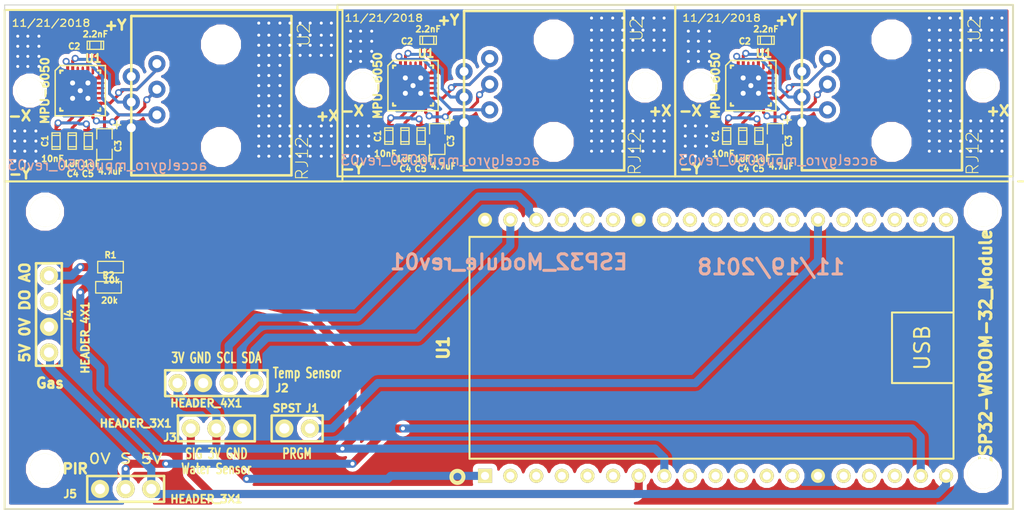
<source format=kicad_pcb>
(kicad_pcb (version 4) (host pcbnew 4.0.7)
  (layers (0 F.Cu signal) (31 B.Cu signal) (34 B.Paste user) (35 F.Paste user) (36 B.SilkS user) (37 F.SilkS user) (38 B.Mask user) (39 F.Mask user) (44 Edge.Cuts user))
  (net 0 "")
  (net 1 GND)
  (net 2 SDA)
  (net 3 SCL)
  (net 4 "Net-(U1-Pad21)")
  (net 5 "Net-(U1-Pad23)")
  (net 6 "Net-(U1-Pad22)")
  (net 7 "Net-(U1-Pad10)")
  (net 8 "Net-(U1-Pad9)")
  (net 9 "Net-(U1-Pad6)")
  (net 10 "Net-(U1-Pad5)")
  (net 11 "Net-(U1-Pad2)")
  (net 12 "Net-(U1-Pad3)")
  (net 13 "Net-(U1-Pad4)")
  (net 14 "Net-(J1-Pad1)")
  (net 15 VDD)
  (net 16 "Net-(J3-Pad3)")
  (net 17 "Net-(U1-Pad20)")
  (net 18 "Net-(U1-Pad24)")
  (net 19 "Net-(U1-Pad15)")
  (net 20 "Net-(U1-Pad16)")
  (net 21 "Net-(U1-Pad17)")
  (net 22 "Net-(U1-Pad31)")
  (net 23 "Net-(U1-Pad30)")
  (net 24 "Net-(U1-Pad33)")
  (net 25 "Net-(U1-Pad34)")
  (net 26 "Net-(U1-Pad35)")
  (net 27 "Net-(U1-Pad29)")
  (net 28 "Net-(U1-Pad28)")
  (net 29 "Net-(U1-Pad27)")
  (net 30 "Net-(U1-Pad26)")
  (net 31 "Net-(U1-Pad13)")
  (net 32 "Net-(U1-Pad12)")
  (net 33 "Net-(U1-Pad11)")
  (net 34 5V)
  (net 35 "Net-(R1-Pad2)")
  (net 36 "Net-(J5-Pad2)")
  (net 37 "Net-(J4-Pad2)")
  (net 38 "Net-(J4-Pad1)")
  (net 39 Vdd)
  (net 40 "Net-(C2-Pad1)")
  (net 41 "Net-(C4-Pad1)")
  (net 42 INT)
  (net 43 "Net-(U1-Pad7)")
  (net 44 "Net-(U1-Pad14)")
  (net 45 "Net-(U1-Pad19)")
  (net 46 "Net-(U2-Pad5)")
  (module ted_capacitors:TED_SM2012_0805_ELEC_C (layer F.Cu) (at 85.4 116.3 270)
    (fp_text reference C3 (at 0.2 -1.35 270) (layer F.SilkS) (effects (font (size 0.6 0.6))))
    (fp_text value 4.7uF (at 2.7 -0.6 540) (layer F.SilkS) (effects (font (size 0.6 0.6))))
    (fp_text user + (at -1.9 -1.15 270) (layer F.SilkS))
    (pad 1 smd rect (at -0.9525 0 270) (size 0.889 1.397) (layers F.Cu F.Paste F.Mask) (net 39 Vdd))
    (pad 2 smd rect (at 0.9525 0 270) (size 0.889 1.397) (layers F.Cu F.Paste F.Mask) (net 1 GND))
  )
  (module ted_ICs:TED_QFN24+1_NO_PASTE (layer F.Cu) (at 83 111)
    (fp_text reference U1 (at 1.3 -3.2) (layer F.SilkS) (effects (font (size 0.8 0.8) (thickness 0.2))))
    (fp_text value MPU-6050 (at -3.5 0 90) (layer F.SilkS) (effects (font (size 0.8 0.8) (thickness 0.2))))
    (pad 25 smd rect (at 0 0 270) (size 2.49936 2.49936) (layers F.Cu F.Mask) (net 1 GND))
    (pad 1 smd oval (at -1.99898 -1.24968) (size 0.8001 0.24892) (layers F.Cu F.Paste F.Mask) (net 1 GND))
    (pad 2 smd oval (at -1.99898 -0.7493) (size 0.8001 0.24892) (layers F.Cu F.Paste F.Mask) (net 11 "Net-(U1-Pad2)"))
    (pad 3 smd oval (at -1.99898 -0.24892) (size 0.8001 0.24892) (layers F.Cu F.Paste F.Mask) (net 12 "Net-(U1-Pad3)"))
    (pad 4 smd oval (at -1.99898 0.24892) (size 0.8001 0.24892) (layers F.Cu F.Paste F.Mask) (net 13 "Net-(U1-Pad4)"))
    (pad 5 smd oval (at -1.99898 0.7493) (size 0.8001 0.24892) (layers F.Cu F.Paste F.Mask) (net 10 "Net-(U1-Pad5)"))
    (pad 6 smd oval (at -1.99898 1.24968) (size 0.8001 0.24892) (layers F.Cu F.Paste F.Mask) (net 9 "Net-(U1-Pad6)"))
    (pad 7 smd oval (at -1.24968 1.99898 90) (size 0.8001 0.24892) (layers F.Cu F.Paste F.Mask) (net 43 "Net-(U1-Pad7)"))
    (pad 8 smd oval (at -0.7493 1.99898 90) (size 0.8001 0.24892) (layers F.Cu F.Paste F.Mask) (net 39 Vdd))
    (pad 9 smd oval (at -0.24892 1.99898 90) (size 0.8001 0.24892) (layers F.Cu F.Paste F.Mask) (net 1 GND))
    (pad 10 smd oval (at 0.24892 1.99898 90) (size 0.8001 0.24892) (layers F.Cu F.Paste F.Mask) (net 41 "Net-(C4-Pad1)"))
    (pad 11 smd oval (at 0.7493 1.99898 90) (size 0.8001 0.24892) (layers F.Cu F.Paste F.Mask) (net 1 GND))
    (pad 12 smd oval (at 1.24968 1.99898 90) (size 0.8001 0.24892) (layers F.Cu F.Paste F.Mask) (net 42 INT))
    (pad 13 smd oval (at 1.99898 1.24968 180) (size 0.8001 0.24892) (layers F.Cu F.Paste F.Mask) (net 39 Vdd))
    (pad 14 smd oval (at 1.99898 0.7493 180) (size 0.8001 0.24892) (layers F.Cu F.Paste F.Mask) (net 44 "Net-(U1-Pad14)"))
    (pad 15 smd oval (at 1.99898 0.24892 180) (size 0.8001 0.24892) (layers F.Cu F.Paste F.Mask) (net 19 "Net-(U1-Pad15)"))
    (pad 16 smd oval (at 1.99898 -0.24892 180) (size 0.8001 0.24892) (layers F.Cu F.Paste F.Mask) (net 20 "Net-(U1-Pad16)"))
    (pad 17 smd oval (at 1.99898 -0.7493 180) (size 0.8001 0.24892) (layers F.Cu F.Paste F.Mask) (net 21 "Net-(U1-Pad17)"))
    (pad 18 smd oval (at 1.99898 -1.24968 180) (size 0.8001 0.24892) (layers F.Cu F.Paste F.Mask) (net 1 GND))
    (pad 19 smd oval (at 1.24968 -1.99898 270) (size 0.8001 0.24892) (layers F.Cu F.Paste F.Mask) (net 45 "Net-(U1-Pad19)"))
    (pad 20 smd oval (at 0.7493 -1.99898 270) (size 0.8001 0.24892) (layers F.Cu F.Paste F.Mask) (net 40 "Net-(C2-Pad1)"))
    (pad 21 smd oval (at 0.24892 -1.99898 270) (size 0.8001 0.24892) (layers F.Cu F.Paste F.Mask) (net 4 "Net-(U1-Pad21)"))
    (pad 22 smd oval (at -0.24892 -1.99898 270) (size 0.8001 0.24892) (layers F.Cu F.Paste F.Mask) (net 6 "Net-(U1-Pad22)"))
    (pad 23 smd oval (at -0.7493 -1.99898 270) (size 0.8001 0.24892) (layers F.Cu F.Paste F.Mask) (net 3 SCL))
    (pad 24 smd oval (at -1.24968 -1.99898 270) (size 0.8001 0.24892) (layers F.Cu F.Paste F.Mask) (net 2 SDA))
    (pad 25 thru_hole circle (at 0 0 270) (size 0.6 0.6) (drill 0.5) (layers *.Cu) (net 1 GND))
    (pad 25 thru_hole circle (at 0.762 -0.762 270) (size 0.6 0.6) (drill 0.5) (layers *.Cu) (net 1 GND))
    (pad 25 thru_hole circle (at -0.762 -0.762 270) (size 0.6 0.6) (drill 0.5) (layers *.Cu) (net 1 GND))
    (pad 25 thru_hole circle (at 0.762 0.762 270) (size 0.6 0.6) (drill 0.5) (layers *.Cu) (net 1 GND))
    (pad 25 thru_hole circle (at -0.762 0.762 270) (size 0.6 0.6) (drill 0.5) (layers *.Cu) (net 1 GND))
    (pad 25 smd rect (at 0 0 270) (size 2.49936 2.49936) (layers B.Cu B.Mask) (net 1 GND))
  )
  (module ted_capacitors:TED_SM0603_C (layer F.Cu) (at 83.8 116 270)
    (fp_text reference C5 (at 3.25 0.05 360) (layer F.SilkS) (effects (font (size 0.6 0.6))))
    (fp_text value .1uF (at 2.25 -0.2 360) (layer F.SilkS) (effects (font (size 0.6 0.6))))
    (pad 2 smd rect (at 0.75184 0 270) (size 0.89916 1.00076) (layers F.Cu F.Paste F.Mask) (net 1 GND) (clearance 0.1))
    (pad 1 smd rect (at -0.75184 0 270) (size 0.89916 1.00076) (layers F.Cu F.Paste F.Mask) (net 39 Vdd) (clearance 0.1))
  )
  (module ted_capacitors:TED_SM0603_C (layer F.Cu) (at 82.2 116 270)
    (fp_text reference C4 (at 3.25 -0.05 360) (layer F.SilkS) (effects (font (size 0.6 0.6))))
    (fp_text value .1uF (at 2.25 0.2 360) (layer F.SilkS) (effects (font (size 0.6 0.6))))
    (pad 2 smd rect (at 0.75184 0 270) (size 0.89916 1.00076) (layers F.Cu F.Paste F.Mask) (net 1 GND) (clearance 0.1))
    (pad 1 smd rect (at -0.75184 0 270) (size 0.89916 1.00076) (layers F.Cu F.Paste F.Mask) (net 41 "Net-(C4-Pad1)") (clearance 0.1))
  )
  (module ted_capacitors:TED_SM0603_C (layer F.Cu) (at 84.5 106.5)
    (fp_text reference C2 (at -2.1 0.1) (layer F.SilkS) (effects (font (size 0.6 0.6))))
    (fp_text value 2.2nF (at 0 -1.1 180) (layer F.SilkS) (effects (font (size 0.6 0.6))))
    (pad 2 smd rect (at 0.75184 0) (size 0.89916 1.00076) (layers F.Cu F.Paste F.Mask) (net 1 GND) (clearance 0.1))
    (pad 1 smd rect (at -0.75184 0) (size 0.89916 1.00076) (layers F.Cu F.Paste F.Mask) (net 40 "Net-(C2-Pad1)") (clearance 0.1))
  )
  (module ted_capacitors:TED_SM0603_C (layer F.Cu) (at 80.6 116 270)
    (fp_text reference C1 (at 0 1.1 270) (layer F.SilkS) (effects (font (size 0.6 0.6))))
    (fp_text value 10nF (at 1.75 0.35 360) (layer F.SilkS) (effects (font (size 0.6 0.6))))
    (pad 2 smd rect (at 0.75184 0 270) (size 0.89916 1.00076) (layers F.Cu F.Paste F.Mask) (net 1 GND) (clearance 0.1))
    (pad 1 smd rect (at -0.75184 0 270) (size 0.89916 1.00076) (layers F.Cu F.Paste F.Mask) (net 39 Vdd) (clearance 0.1))
  )
  (module ted_holes:TED_Hole_2_6mm (layer F.Cu) (at 106 111)
    (fp_text reference H2 hide)
    (fp_text value HOLE hide)
    (pad "" np_thru_hole circle (at 0 0) (size 2.6 2.6) (drill 2.6) (layers *.Cu *.Mask F.SilkS))
  )
  (module ted_holes:TED_Hole_2_6mm (layer F.Cu) (at 78 111)
    (fp_text reference H1 hide)
    (fp_text value HOLE hide)
    (pad "" np_thru_hole circle (at 0 0) (size 2.6 2.6) (drill 2.6) (layers *.Cu *.Mask F.SilkS))
  )
  (module ted_connectors:VIA-0.6mm (layer F.Cu) (at 106.9 104.3)
    (fp_text reference REF** hide)
    (fp_text value VIA-0.6mm hide)
    (pad 1 thru_hole circle (at 0 0) (size 0.6 0.6) (drill 0.3) (layers *.Cu) (net 1 GND))
  )
  (module ted_connectors:VIA-0.6mm (layer F.Cu) (at 107.9 104.3)
    (fp_text reference REF** hide)
    (fp_text value VIA-0.6mm hide)
    (pad 1 thru_hole circle (at 0 0) (size 0.6 0.6) (drill 0.3) (layers *.Cu) (net 1 GND))
  )
  (module ted_connectors:VIA-0.6mm (layer F.Cu) (at 106.9 105.5)
    (fp_text reference REF** hide)
    (fp_text value VIA-0.6mm hide)
    (pad 1 thru_hole circle (at 0 0) (size 0.6 0.6) (drill 0.3) (layers *.Cu) (net 1 GND))
  )
  (module ted_connectors:VIA-0.6mm (layer F.Cu) (at 107.9 105.5)
    (fp_text reference REF** hide)
    (fp_text value VIA-0.6mm hide)
    (pad 1 thru_hole circle (at 0 0) (size 0.6 0.6) (drill 0.3) (layers *.Cu) (net 1 GND))
  )
  (module ted_connectors:VIA-0.6mm (layer F.Cu) (at 106.9 106.5)
    (fp_text reference REF** hide)
    (fp_text value VIA-0.6mm hide)
    (pad 1 thru_hole circle (at 0 0) (size 0.6 0.6) (drill 0.3) (layers *.Cu) (net 1 GND))
  )
  (module ted_connectors:VIA-0.6mm (layer F.Cu) (at 107.9 106.5)
    (fp_text reference REF** hide)
    (fp_text value VIA-0.6mm hide)
    (pad 1 thru_hole circle (at 0 0) (size 0.6 0.6) (drill 0.3) (layers *.Cu) (net 1 GND))
  )
  (module ted_connectors:VIA-0.6mm (layer F.Cu) (at 106.9 107.5)
    (fp_text reference REF** hide)
    (fp_text value VIA-0.6mm hide)
    (pad 1 thru_hole circle (at 0 0) (size 0.6 0.6) (drill 0.3) (layers *.Cu) (net 1 GND))
  )
  (module ted_connectors:VIA-0.6mm (layer F.Cu) (at 107.9 107.5)
    (fp_text reference REF** hide)
    (fp_text value VIA-0.6mm hide)
    (pad 1 thru_hole circle (at 0 0) (size 0.6 0.6) (drill 0.3) (layers *.Cu) (net 1 GND))
  )
  (module ted_connectors:VIA-0.6mm (layer F.Cu) (at 106.9 114.5)
    (fp_text reference REF** hide)
    (fp_text value VIA-0.6mm hide)
    (pad 1 thru_hole circle (at 0 0) (size 0.6 0.6) (drill 0.3) (layers *.Cu) (net 1 GND))
  )
  (module ted_connectors:VIA-0.6mm (layer F.Cu) (at 107.9 114.5)
    (fp_text reference REF** hide)
    (fp_text value VIA-0.6mm hide)
    (pad 1 thru_hole circle (at 0 0) (size 0.6 0.6) (drill 0.3) (layers *.Cu) (net 1 GND))
  )
  (module ted_connectors:VIA-0.6mm (layer F.Cu) (at 106.9 115.5)
    (fp_text reference REF** hide)
    (fp_text value VIA-0.6mm hide)
    (pad 1 thru_hole circle (at 0 0) (size 0.6 0.6) (drill 0.3) (layers *.Cu) (net 1 GND))
  )
  (module ted_connectors:VIA-0.6mm (layer F.Cu) (at 107.9 115.5)
    (fp_text reference REF** hide)
    (fp_text value VIA-0.6mm hide)
    (pad 1 thru_hole circle (at 0 0) (size 0.6 0.6) (drill 0.3) (layers *.Cu) (net 1 GND))
  )
  (module ted_connectors:VIA-0.6mm (layer F.Cu) (at 106.9 116.5)
    (fp_text reference REF** hide)
    (fp_text value VIA-0.6mm hide)
    (pad 1 thru_hole circle (at 0 0) (size 0.6 0.6) (drill 0.3) (layers *.Cu) (net 1 GND))
  )
  (module ted_connectors:VIA-0.6mm (layer F.Cu) (at 107.9 116.5)
    (fp_text reference REF** hide)
    (fp_text value VIA-0.6mm hide)
    (pad 1 thru_hole circle (at 0 0) (size 0.6 0.6) (drill 0.3) (layers *.Cu) (net 1 GND))
  )
  (module ted_connectors:VIA-0.6mm (layer F.Cu) (at 106.9 117.5)
    (fp_text reference REF** hide)
    (fp_text value VIA-0.6mm hide)
    (pad 1 thru_hole circle (at 0 0) (size 0.6 0.6) (drill 0.3) (layers *.Cu) (net 1 GND))
  )
  (module ted_connectors:VIA-0.6mm (layer F.Cu) (at 107.9 117.5)
    (fp_text reference REF** hide)
    (fp_text value VIA-0.6mm hide)
    (pad 1 thru_hole circle (at 0 0) (size 0.6 0.6) (drill 0.3) (layers *.Cu) (net 1 GND))
  )
  (module ted_connectors:VIA-0.6mm (layer F.Cu) (at 105.8 117.5)
    (fp_text reference REF** hide)
    (fp_text value VIA-0.6mm hide)
    (pad 1 thru_hole circle (at 0 0) (size 0.6 0.6) (drill 0.3) (layers *.Cu) (net 1 GND))
  )
  (module ted_connectors:VIA-0.6mm (layer F.Cu) (at 104.8 117.5)
    (fp_text reference REF** hide)
    (fp_text value VIA-0.6mm hide)
    (pad 1 thru_hole circle (at 0 0) (size 0.6 0.6) (drill 0.3) (layers *.Cu) (net 1 GND))
  )
  (module ted_connectors:VIA-0.6mm (layer F.Cu) (at 105.8 116.5)
    (fp_text reference REF** hide)
    (fp_text value VIA-0.6mm hide)
    (pad 1 thru_hole circle (at 0 0) (size 0.6 0.6) (drill 0.3) (layers *.Cu) (net 1 GND))
  )
  (module ted_connectors:VIA-0.6mm (layer F.Cu) (at 104.8 116.5)
    (fp_text reference REF** hide)
    (fp_text value VIA-0.6mm hide)
    (pad 1 thru_hole circle (at 0 0) (size 0.6 0.6) (drill 0.3) (layers *.Cu) (net 1 GND))
  )
  (module ted_connectors:VIA-0.6mm (layer F.Cu) (at 105.8 115.5)
    (fp_text reference REF** hide)
    (fp_text value VIA-0.6mm hide)
    (pad 1 thru_hole circle (at 0 0) (size 0.6 0.6) (drill 0.3) (layers *.Cu) (net 1 GND))
  )
  (module ted_connectors:VIA-0.6mm (layer F.Cu) (at 104.8 115.5)
    (fp_text reference REF** hide)
    (fp_text value VIA-0.6mm hide)
    (pad 1 thru_hole circle (at 0 0) (size 0.6 0.6) (drill 0.3) (layers *.Cu) (net 1 GND))
  )
  (module ted_connectors:VIA-0.6mm (layer F.Cu) (at 105.8 114.5)
    (fp_text reference REF** hide)
    (fp_text value VIA-0.6mm hide)
    (pad 1 thru_hole circle (at 0 0) (size 0.6 0.6) (drill 0.3) (layers *.Cu) (net 1 GND))
  )
  (module ted_connectors:VIA-0.6mm (layer F.Cu) (at 104.8 114.5)
    (fp_text reference REF** hide)
    (fp_text value VIA-0.6mm hide)
    (pad 1 thru_hole circle (at 0 0) (size 0.6 0.6) (drill 0.3) (layers *.Cu) (net 1 GND))
  )
  (module ted_connectors:VIA-0.6mm (layer F.Cu) (at 105.8 107.5)
    (fp_text reference REF** hide)
    (fp_text value VIA-0.6mm hide)
    (pad 1 thru_hole circle (at 0 0) (size 0.6 0.6) (drill 0.3) (layers *.Cu) (net 1 GND))
  )
  (module ted_connectors:VIA-0.6mm (layer F.Cu) (at 104.8 107.5)
    (fp_text reference REF** hide)
    (fp_text value VIA-0.6mm hide)
    (pad 1 thru_hole circle (at 0 0) (size 0.6 0.6) (drill 0.3) (layers *.Cu) (net 1 GND))
  )
  (module ted_connectors:VIA-0.6mm (layer F.Cu) (at 105.8 106.5)
    (fp_text reference REF** hide)
    (fp_text value VIA-0.6mm hide)
    (pad 1 thru_hole circle (at 0 0) (size 0.6 0.6) (drill 0.3) (layers *.Cu) (net 1 GND))
  )
  (module ted_connectors:VIA-0.6mm (layer F.Cu) (at 104.8 106.5)
    (fp_text reference REF** hide)
    (fp_text value VIA-0.6mm hide)
    (pad 1 thru_hole circle (at 0 0) (size 0.6 0.6) (drill 0.3) (layers *.Cu) (net 1 GND))
  )
  (module ted_connectors:VIA-0.6mm (layer F.Cu) (at 105.8 105.5)
    (fp_text reference REF** hide)
    (fp_text value VIA-0.6mm hide)
    (pad 1 thru_hole circle (at 0 0) (size 0.6 0.6) (drill 0.3) (layers *.Cu) (net 1 GND))
  )
  (module ted_connectors:VIA-0.6mm (layer F.Cu) (at 104.8 105.5)
    (fp_text reference REF** hide)
    (fp_text value VIA-0.6mm hide)
    (pad 1 thru_hole circle (at 0 0) (size 0.6 0.6) (drill 0.3) (layers *.Cu) (net 1 GND))
  )
  (module ted_connectors:VIA-0.6mm (layer F.Cu) (at 105.8 104.3)
    (fp_text reference REF** hide)
    (fp_text value VIA-0.6mm hide)
    (pad 1 thru_hole circle (at 0 0) (size 0.6 0.6) (drill 0.3) (layers *.Cu) (net 1 GND))
  )
  (module ted_connectors:VIA-0.6mm (layer F.Cu) (at 104.8 104.3)
    (fp_text reference REF** hide)
    (fp_text value VIA-0.6mm hide)
    (pad 1 thru_hole circle (at 0 0) (size 0.6 0.6) (drill 0.3) (layers *.Cu) (net 1 GND))
  )
  (module ted_connectors:VIA-0.6mm (layer F.Cu) (at 100.7 104.3)
    (fp_text reference REF** hide)
    (fp_text value VIA-0.6mm hide)
    (pad 1 thru_hole circle (at 0 0) (size 0.6 0.6) (drill 0.3) (layers *.Cu) (net 1 GND))
  )
  (module ted_connectors:VIA-0.6mm (layer F.Cu) (at 101.7 104.3)
    (fp_text reference REF** hide)
    (fp_text value VIA-0.6mm hide)
    (pad 1 thru_hole circle (at 0 0) (size 0.6 0.6) (drill 0.3) (layers *.Cu) (net 1 GND))
  )
  (module ted_connectors:VIA-0.6mm (layer F.Cu) (at 100.7 105.5)
    (fp_text reference REF** hide)
    (fp_text value VIA-0.6mm hide)
    (pad 1 thru_hole circle (at 0 0) (size 0.6 0.6) (drill 0.3) (layers *.Cu) (net 1 GND))
  )
  (module ted_connectors:VIA-0.6mm (layer F.Cu) (at 101.7 105.5)
    (fp_text reference REF** hide)
    (fp_text value VIA-0.6mm hide)
    (pad 1 thru_hole circle (at 0 0) (size 0.6 0.6) (drill 0.3) (layers *.Cu) (net 1 GND))
  )
  (module ted_connectors:VIA-0.6mm (layer F.Cu) (at 100.7 106.5)
    (fp_text reference REF** hide)
    (fp_text value VIA-0.6mm hide)
    (pad 1 thru_hole circle (at 0 0) (size 0.6 0.6) (drill 0.3) (layers *.Cu) (net 1 GND))
  )
  (module ted_connectors:VIA-0.6mm (layer F.Cu) (at 101.7 106.5)
    (fp_text reference REF** hide)
    (fp_text value VIA-0.6mm hide)
    (pad 1 thru_hole circle (at 0 0) (size 0.6 0.6) (drill 0.3) (layers *.Cu) (net 1 GND))
  )
  (module ted_connectors:VIA-0.6mm (layer F.Cu) (at 100.7 107.5)
    (fp_text reference REF** hide)
    (fp_text value VIA-0.6mm hide)
    (pad 1 thru_hole circle (at 0 0) (size 0.6 0.6) (drill 0.3) (layers *.Cu) (net 1 GND))
  )
  (module ted_connectors:VIA-0.6mm (layer F.Cu) (at 101.7 107.5)
    (fp_text reference REF** hide)
    (fp_text value VIA-0.6mm hide)
    (pad 1 thru_hole circle (at 0 0) (size 0.6 0.6) (drill 0.3) (layers *.Cu) (net 1 GND))
  )
  (module ted_connectors:VIA-0.6mm (layer F.Cu) (at 100.7 108.5)
    (fp_text reference REF** hide)
    (fp_text value VIA-0.6mm hide)
    (pad 1 thru_hole circle (at 0 0) (size 0.6 0.6) (drill 0.3) (layers *.Cu) (net 1 GND))
  )
  (module ted_connectors:VIA-0.6mm (layer F.Cu) (at 101.7 108.5)
    (fp_text reference REF** hide)
    (fp_text value VIA-0.6mm hide)
    (pad 1 thru_hole circle (at 0 0) (size 0.6 0.6) (drill 0.3) (layers *.Cu) (net 1 GND))
  )
  (module ted_connectors:VIA-0.6mm (layer F.Cu) (at 100.7 109.5)
    (fp_text reference REF** hide)
    (fp_text value VIA-0.6mm hide)
    (pad 1 thru_hole circle (at 0 0) (size 0.6 0.6) (drill 0.3) (layers *.Cu) (net 1 GND))
  )
  (module ted_connectors:VIA-0.6mm (layer F.Cu) (at 101.7 109.5)
    (fp_text reference REF** hide)
    (fp_text value VIA-0.6mm hide)
    (pad 1 thru_hole circle (at 0 0) (size 0.6 0.6) (drill 0.3) (layers *.Cu) (net 1 GND))
  )
  (module ted_connectors:VIA-0.6mm (layer F.Cu) (at 100.7 110.5)
    (fp_text reference REF** hide)
    (fp_text value VIA-0.6mm hide)
    (pad 1 thru_hole circle (at 0 0) (size 0.6 0.6) (drill 0.3) (layers *.Cu) (net 1 GND))
  )
  (module ted_connectors:VIA-0.6mm (layer F.Cu) (at 101.7 110.5)
    (fp_text reference REF** hide)
    (fp_text value VIA-0.6mm hide)
    (pad 1 thru_hole circle (at 0 0) (size 0.6 0.6) (drill 0.3) (layers *.Cu) (net 1 GND))
  )
  (module ted_connectors:VIA-0.6mm (layer F.Cu) (at 100.7 111.5)
    (fp_text reference REF** hide)
    (fp_text value VIA-0.6mm hide)
    (pad 1 thru_hole circle (at 0 0) (size 0.6 0.6) (drill 0.3) (layers *.Cu) (net 1 GND))
  )
  (module ted_connectors:VIA-0.6mm (layer F.Cu) (at 101.7 111.5)
    (fp_text reference REF** hide)
    (fp_text value VIA-0.6mm hide)
    (pad 1 thru_hole circle (at 0 0) (size 0.6 0.6) (drill 0.3) (layers *.Cu) (net 1 GND))
  )
  (module ted_connectors:VIA-0.6mm (layer F.Cu) (at 100.7 112.5)
    (fp_text reference REF** hide)
    (fp_text value VIA-0.6mm hide)
    (pad 1 thru_hole circle (at 0 0) (size 0.6 0.6) (drill 0.3) (layers *.Cu) (net 1 GND))
  )
  (module ted_connectors:VIA-0.6mm (layer F.Cu) (at 101.7 112.5)
    (fp_text reference REF** hide)
    (fp_text value VIA-0.6mm hide)
    (pad 1 thru_hole circle (at 0 0) (size 0.6 0.6) (drill 0.3) (layers *.Cu) (net 1 GND))
  )
  (module ted_connectors:VIA-0.6mm (layer F.Cu) (at 100.7 113.5)
    (fp_text reference REF** hide)
    (fp_text value VIA-0.6mm hide)
    (pad 1 thru_hole circle (at 0 0) (size 0.6 0.6) (drill 0.3) (layers *.Cu) (net 1 GND))
  )
  (module ted_connectors:VIA-0.6mm (layer F.Cu) (at 101.7 113.5)
    (fp_text reference REF** hide)
    (fp_text value VIA-0.6mm hide)
    (pad 1 thru_hole circle (at 0 0) (size 0.6 0.6) (drill 0.3) (layers *.Cu) (net 1 GND))
  )
  (module ted_connectors:VIA-0.6mm (layer F.Cu) (at 100.7 114.5)
    (fp_text reference REF** hide)
    (fp_text value VIA-0.6mm hide)
    (pad 1 thru_hole circle (at 0 0) (size 0.6 0.6) (drill 0.3) (layers *.Cu) (net 1 GND))
  )
  (module ted_connectors:VIA-0.6mm (layer F.Cu) (at 101.7 114.5)
    (fp_text reference REF** hide)
    (fp_text value VIA-0.6mm hide)
    (pad 1 thru_hole circle (at 0 0) (size 0.6 0.6) (drill 0.3) (layers *.Cu) (net 1 GND))
  )
  (module ted_connectors:VIA-0.6mm (layer F.Cu) (at 100.7 115.5)
    (fp_text reference REF** hide)
    (fp_text value VIA-0.6mm hide)
    (pad 1 thru_hole circle (at 0 0) (size 0.6 0.6) (drill 0.3) (layers *.Cu) (net 1 GND))
  )
  (module ted_connectors:VIA-0.6mm (layer F.Cu) (at 101.7 115.5)
    (fp_text reference REF** hide)
    (fp_text value VIA-0.6mm hide)
    (pad 1 thru_hole circle (at 0 0) (size 0.6 0.6) (drill 0.3) (layers *.Cu) (net 1 GND))
  )
  (module ted_connectors:VIA-0.6mm (layer F.Cu) (at 100.7 116.5)
    (fp_text reference REF** hide)
    (fp_text value VIA-0.6mm hide)
    (pad 1 thru_hole circle (at 0 0) (size 0.6 0.6) (drill 0.3) (layers *.Cu) (net 1 GND))
  )
  (module ted_connectors:VIA-0.6mm (layer F.Cu) (at 101.7 116.5)
    (fp_text reference REF** hide)
    (fp_text value VIA-0.6mm hide)
    (pad 1 thru_hole circle (at 0 0) (size 0.6 0.6) (drill 0.3) (layers *.Cu) (net 1 GND))
  )
  (module ted_connectors:VIA-0.6mm (layer F.Cu) (at 100.7 117.5)
    (fp_text reference REF** hide)
    (fp_text value VIA-0.6mm hide)
    (pad 1 thru_hole circle (at 0 0) (size 0.6 0.6) (drill 0.3) (layers *.Cu) (net 1 GND))
  )
  (module ted_connectors:VIA-0.6mm (layer F.Cu) (at 101.7 117.5)
    (fp_text reference REF** hide)
    (fp_text value VIA-0.6mm hide)
    (pad 1 thru_hole circle (at 0 0) (size 0.6 0.6) (drill 0.3) (layers *.Cu) (net 1 GND))
  )
  (module ted_connectors:VIA-0.6mm (layer F.Cu) (at 103.8 117.5)
    (fp_text reference REF** hide)
    (fp_text value VIA-0.6mm hide)
    (pad 1 thru_hole circle (at 0 0) (size 0.6 0.6) (drill 0.3) (layers *.Cu) (net 1 GND))
  )
  (module ted_connectors:VIA-0.6mm (layer F.Cu) (at 102.8 117.5)
    (fp_text reference REF** hide)
    (fp_text value VIA-0.6mm hide)
    (pad 1 thru_hole circle (at 0 0) (size 0.6 0.6) (drill 0.3) (layers *.Cu) (net 1 GND))
  )
  (module ted_connectors:VIA-0.6mm (layer F.Cu) (at 103.8 116.5)
    (fp_text reference REF** hide)
    (fp_text value VIA-0.6mm hide)
    (pad 1 thru_hole circle (at 0 0) (size 0.6 0.6) (drill 0.3) (layers *.Cu) (net 1 GND))
  )
  (module ted_connectors:VIA-0.6mm (layer F.Cu) (at 102.8 116.5)
    (fp_text reference REF** hide)
    (fp_text value VIA-0.6mm hide)
    (pad 1 thru_hole circle (at 0 0) (size 0.6 0.6) (drill 0.3) (layers *.Cu) (net 1 GND))
  )
  (module ted_connectors:VIA-0.6mm (layer F.Cu) (at 103.8 115.5)
    (fp_text reference REF** hide)
    (fp_text value VIA-0.6mm hide)
    (pad 1 thru_hole circle (at 0 0) (size 0.6 0.6) (drill 0.3) (layers *.Cu) (net 1 GND))
  )
  (module ted_connectors:VIA-0.6mm (layer F.Cu) (at 102.8 115.5)
    (fp_text reference REF** hide)
    (fp_text value VIA-0.6mm hide)
    (pad 1 thru_hole circle (at 0 0) (size 0.6 0.6) (drill 0.3) (layers *.Cu) (net 1 GND))
  )
  (module ted_connectors:VIA-0.6mm (layer F.Cu) (at 103.8 114.5)
    (fp_text reference REF** hide)
    (fp_text value VIA-0.6mm hide)
    (pad 1 thru_hole circle (at 0 0) (size 0.6 0.6) (drill 0.3) (layers *.Cu) (net 1 GND))
  )
  (module ted_connectors:VIA-0.6mm (layer F.Cu) (at 102.8 114.5)
    (fp_text reference REF** hide)
    (fp_text value VIA-0.6mm hide)
    (pad 1 thru_hole circle (at 0 0) (size 0.6 0.6) (drill 0.3) (layers *.Cu) (net 1 GND))
  )
  (module ted_connectors:VIA-0.6mm (layer F.Cu) (at 102.8 113.5)
    (fp_text reference REF** hide)
    (fp_text value VIA-0.6mm hide)
    (pad 1 thru_hole circle (at 0 0) (size 0.6 0.6) (drill 0.3) (layers *.Cu) (net 1 GND))
  )
  (module ted_connectors:VIA-0.6mm (layer F.Cu) (at 102.8 112.5)
    (fp_text reference REF** hide)
    (fp_text value VIA-0.6mm hide)
    (pad 1 thru_hole circle (at 0 0) (size 0.6 0.6) (drill 0.3) (layers *.Cu) (net 1 GND))
  )
  (module ted_connectors:VIA-0.6mm (layer F.Cu) (at 102.8 111.5)
    (fp_text reference REF** hide)
    (fp_text value VIA-0.6mm hide)
    (pad 1 thru_hole circle (at 0 0) (size 0.6 0.6) (drill 0.3) (layers *.Cu) (net 1 GND))
  )
  (module ted_connectors:VIA-0.6mm (layer F.Cu) (at 102.8 110.5)
    (fp_text reference REF** hide)
    (fp_text value VIA-0.6mm hide)
    (pad 1 thru_hole circle (at 0 0) (size 0.6 0.6) (drill 0.3) (layers *.Cu) (net 1 GND))
  )
  (module ted_connectors:VIA-0.6mm (layer F.Cu) (at 102.8 109.5)
    (fp_text reference REF** hide)
    (fp_text value VIA-0.6mm hide)
    (pad 1 thru_hole circle (at 0 0) (size 0.6 0.6) (drill 0.3) (layers *.Cu) (net 1 GND))
  )
  (module ted_connectors:VIA-0.6mm (layer F.Cu) (at 102.8 108.5)
    (fp_text reference REF** hide)
    (fp_text value VIA-0.6mm hide)
    (pad 1 thru_hole circle (at 0 0) (size 0.6 0.6) (drill 0.3) (layers *.Cu) (net 1 GND))
  )
  (module ted_connectors:VIA-0.6mm (layer F.Cu) (at 103.8 107.5)
    (fp_text reference REF** hide)
    (fp_text value VIA-0.6mm hide)
    (pad 1 thru_hole circle (at 0 0) (size 0.6 0.6) (drill 0.3) (layers *.Cu) (net 1 GND))
  )
  (module ted_connectors:VIA-0.6mm (layer F.Cu) (at 102.8 107.5)
    (fp_text reference REF** hide)
    (fp_text value VIA-0.6mm hide)
    (pad 1 thru_hole circle (at 0 0) (size 0.6 0.6) (drill 0.3) (layers *.Cu) (net 1 GND))
  )
  (module ted_connectors:VIA-0.6mm (layer F.Cu) (at 103.8 106.5)
    (fp_text reference REF** hide)
    (fp_text value VIA-0.6mm hide)
    (pad 1 thru_hole circle (at 0 0) (size 0.6 0.6) (drill 0.3) (layers *.Cu) (net 1 GND))
  )
  (module ted_connectors:VIA-0.6mm (layer F.Cu) (at 102.8 106.5)
    (fp_text reference REF** hide)
    (fp_text value VIA-0.6mm hide)
    (pad 1 thru_hole circle (at 0 0) (size 0.6 0.6) (drill 0.3) (layers *.Cu) (net 1 GND))
  )
  (module ted_connectors:VIA-0.6mm (layer F.Cu) (at 103.8 105.5)
    (fp_text reference REF** hide)
    (fp_text value VIA-0.6mm hide)
    (pad 1 thru_hole circle (at 0 0) (size 0.6 0.6) (drill 0.3) (layers *.Cu) (net 1 GND))
  )
  (module ted_connectors:VIA-0.6mm (layer F.Cu) (at 102.8 105.5)
    (fp_text reference REF** hide)
    (fp_text value VIA-0.6mm hide)
    (pad 1 thru_hole circle (at 0 0) (size 0.6 0.6) (drill 0.3) (layers *.Cu) (net 1 GND))
  )
  (module ted_connectors:VIA-0.6mm (layer F.Cu) (at 103.8 104.3)
    (fp_text reference REF** hide)
    (fp_text value VIA-0.6mm hide)
    (pad 1 thru_hole circle (at 0 0) (size 0.6 0.6) (drill 0.3) (layers *.Cu) (net 1 GND))
  )
  (module ted_connectors:VIA-0.6mm (layer F.Cu) (at 102.8 104.3)
    (fp_text reference REF** hide)
    (fp_text value VIA-0.6mm hide)
    (pad 1 thru_hole circle (at 0 0) (size 0.6 0.6) (drill 0.3) (layers *.Cu) (net 1 GND))
  )
  (module ted_connectors:TED_RJ12_Through_Hole (layer F.Cu) (at 96 111.5 90)
    (fp_text reference U2 (at 6.06 9.17 90) (layer F.SilkS) (effects (font (size 1.2 1.2) (thickness 0.09906))))
    (fp_text value RJ12 (at -6.21 8.99 90) (layer F.SilkS) (effects (font (size 1.2 1.2) (thickness 0.09906))))
    (pad 1 thru_hole circle (at -3.175 -7.94 90) (size 1.7 1.7) (drill 0.89) (layers *.Cu *.Mask) (net 1 GND) (clearance 0.2))
    (pad 3 thru_hole circle (at -0.635 -7.94 90) (size 1.7 1.7) (drill 0.89) (layers *.Cu *.Mask) (net 3 SCL) (clearance 0.2))
    (pad 5 thru_hole circle (at 1.905 -7.94 90) (size 1.7 1.7) (drill 0.89) (layers *.Cu *.Mask) (net 46 "Net-(U2-Pad5)") (clearance 0.2))
    (pad 4 thru_hole circle (at 0.635 -5.4 90) (size 1.7 1.7) (drill 0.89) (layers *.Cu *.Mask) (net 42 INT) (clearance 0.2))
    (pad 6 thru_hole circle (at 3.175 -5.4 90) (size 1.7 1.7) (drill 0.89) (layers *.Cu *.Mask) (net 39 Vdd) (clearance 0.2))
    (pad 2 thru_hole circle (at -1.905 -5.4 90) (size 1.7 1.7) (drill 0.89) (layers *.Cu *.Mask) (net 2 SDA) (clearance 0.2))
    (pad "" np_thru_hole circle (at -5.08 0.95 90) (size 3.18 3.18) (drill 3.18) (layers *.Cu *.Mask))
    (pad "" np_thru_hole circle (at 5.08 0.95 90) (size 3.18 3.18) (drill 3.18) (layers *.Cu *.Mask))
  )
  (module ted_connectors:VIA-0.6mm (layer F.Cu) (at 78.6 115)
    (fp_text reference REF** hide)
    (fp_text value VIA-0.6mm hide)
    (pad 1 thru_hole circle (at 0 0) (size 0.6 0.6) (drill 0.3) (layers *.Cu) (net 1 GND))
  )
  (module ted_connectors:VIA-0.6mm (layer F.Cu) (at 78.6 116)
    (fp_text reference REF** hide)
    (fp_text value VIA-0.6mm hide)
    (pad 1 thru_hole circle (at 0 0) (size 0.6 0.6) (drill 0.3) (layers *.Cu) (net 1 GND))
  )
  (module ted_connectors:VIA-0.6mm (layer F.Cu) (at 78.6 117)
    (fp_text reference REF** hide)
    (fp_text value VIA-0.6mm hide)
    (pad 1 thru_hole circle (at 0 0) (size 0.6 0.6) (drill 0.3) (layers *.Cu) (net 1 GND))
  )
  (module ted_connectors:VIA-0.6mm (layer F.Cu) (at 78.6 118)
    (fp_text reference REF** hide)
    (fp_text value VIA-0.6mm hide)
    (pad 1 thru_hole circle (at 0 0) (size 0.6 0.6) (drill 0.3) (layers *.Cu) (net 1 GND))
  )
  (module ted_connectors:VIA-0.6mm (layer F.Cu) (at 77.5 118)
    (fp_text reference REF** hide)
    (fp_text value VIA-0.6mm hide)
    (pad 1 thru_hole circle (at 0 0) (size 0.6 0.6) (drill 0.3) (layers *.Cu) (net 1 GND))
  )
  (module ted_connectors:VIA-0.6mm (layer F.Cu) (at 76.5 118)
    (fp_text reference REF** hide)
    (fp_text value VIA-0.6mm hide)
    (pad 1 thru_hole circle (at 0 0) (size 0.6 0.6) (drill 0.3) (layers *.Cu) (net 1 GND))
  )
  (module ted_connectors:VIA-0.6mm (layer F.Cu) (at 77.5 117)
    (fp_text reference REF** hide)
    (fp_text value VIA-0.6mm hide)
    (pad 1 thru_hole circle (at 0 0) (size 0.6 0.6) (drill 0.3) (layers *.Cu) (net 1 GND))
  )
  (module ted_connectors:VIA-0.6mm (layer F.Cu) (at 76.5 117)
    (fp_text reference REF** hide)
    (fp_text value VIA-0.6mm hide)
    (pad 1 thru_hole circle (at 0 0) (size 0.6 0.6) (drill 0.3) (layers *.Cu) (net 1 GND))
  )
  (module ted_connectors:VIA-0.6mm (layer F.Cu) (at 77.5 116)
    (fp_text reference REF** hide)
    (fp_text value VIA-0.6mm hide)
    (pad 1 thru_hole circle (at 0 0) (size 0.6 0.6) (drill 0.3) (layers *.Cu) (net 1 GND))
  )
  (module ted_connectors:VIA-0.6mm (layer F.Cu) (at 76.5 116)
    (fp_text reference REF** hide)
    (fp_text value VIA-0.6mm hide)
    (pad 1 thru_hole circle (at 0 0) (size 0.6 0.6) (drill 0.3) (layers *.Cu) (net 1 GND))
  )
  (module ted_connectors:VIA-0.6mm (layer F.Cu) (at 77.5 115)
    (fp_text reference REF** hide)
    (fp_text value VIA-0.6mm hide)
    (pad 1 thru_hole circle (at 0 0) (size 0.6 0.6) (drill 0.3) (layers *.Cu) (net 1 GND))
  )
  (module ted_connectors:VIA-0.6mm (layer F.Cu) (at 76.5 115)
    (fp_text reference REF** hide)
    (fp_text value VIA-0.6mm hide)
    (pad 1 thru_hole circle (at 0 0) (size 0.6 0.6) (drill 0.3) (layers *.Cu) (net 1 GND))
  )
  (module ted_connectors:VIA-0.6mm (layer F.Cu) (at 76.8 105.6)
    (fp_text reference REF** hide)
    (fp_text value VIA-0.6mm hide)
    (pad 1 thru_hole circle (at 0 0) (size 0.6 0.6) (drill 0.3) (layers *.Cu) (net 1 GND))
  )
  (module ted_connectors:VIA-0.6mm (layer F.Cu) (at 77.8 105.6)
    (fp_text reference REF** hide)
    (fp_text value VIA-0.6mm hide)
    (pad 1 thru_hole circle (at 0 0) (size 0.6 0.6) (drill 0.3) (layers *.Cu) (net 1 GND))
  )
  (module ted_connectors:VIA-0.6mm (layer F.Cu) (at 76.8 106.6)
    (fp_text reference REF** hide)
    (fp_text value VIA-0.6mm hide)
    (pad 1 thru_hole circle (at 0 0) (size 0.6 0.6) (drill 0.3) (layers *.Cu) (net 1 GND))
  )
  (module ted_connectors:VIA-0.6mm (layer F.Cu) (at 77.8 106.6)
    (fp_text reference REF** hide)
    (fp_text value VIA-0.6mm hide)
    (pad 1 thru_hole circle (at 0 0) (size 0.6 0.6) (drill 0.3) (layers *.Cu) (net 1 GND))
  )
  (module ted_connectors:VIA-0.6mm (layer F.Cu) (at 76.8 107.6)
    (fp_text reference REF** hide)
    (fp_text value VIA-0.6mm hide)
    (pad 1 thru_hole circle (at 0 0) (size 0.6 0.6) (drill 0.3) (layers *.Cu) (net 1 GND))
  )
  (module ted_connectors:VIA-0.6mm (layer F.Cu) (at 77.8 107.6)
    (fp_text reference REF** hide)
    (fp_text value VIA-0.6mm hide)
    (pad 1 thru_hole circle (at 0 0) (size 0.6 0.6) (drill 0.3) (layers *.Cu) (net 1 GND))
  )
  (module ted_connectors:VIA-0.6mm (layer F.Cu) (at 76.8 108.6)
    (fp_text reference REF** hide)
    (fp_text value VIA-0.6mm hide)
    (pad 1 thru_hole circle (at 0 0) (size 0.6 0.6) (drill 0.3) (layers *.Cu) (net 1 GND))
  )
  (module ted_connectors:VIA-0.6mm (layer F.Cu) (at 77.8 108.6)
    (fp_text reference REF** hide)
    (fp_text value VIA-0.6mm hide)
    (pad 1 thru_hole circle (at 0 0) (size 0.6 0.6) (drill 0.3) (layers *.Cu) (net 1 GND))
  )
  (module ted_connectors:VIA-0.6mm (layer F.Cu) (at 78.9 108.6)
    (fp_text reference REF** hide)
    (fp_text value VIA-0.6mm hide)
    (pad 1 thru_hole circle (at 0 0) (size 0.6 0.6) (drill 0.3) (layers *.Cu) (net 1 GND))
  )
  (module ted_connectors:VIA-0.6mm (layer F.Cu) (at 78.9 107.6)
    (fp_text reference REF** hide)
    (fp_text value VIA-0.6mm hide)
    (pad 1 thru_hole circle (at 0 0) (size 0.6 0.6) (drill 0.3) (layers *.Cu) (net 1 GND))
  )
  (module ted_connectors:VIA-0.6mm (layer F.Cu) (at 78.9 106.6)
    (fp_text reference REF** hide)
    (fp_text value VIA-0.6mm hide)
    (pad 1 thru_hole circle (at 0 0) (size 0.6 0.6) (drill 0.3) (layers *.Cu) (net 1 GND))
  )
  (module ted_connectors:VIA-0.6mm (layer F.Cu) (at 78.9 105.6)
    (fp_text reference REF** hide)
    (fp_text value VIA-0.6mm hide)
    (pad 1 thru_hole circle (at 0 0) (size 0.6 0.6) (drill 0.3) (layers *.Cu) (net 1 GND))
  )
  (module ted_holes:TED_Hole_3mm (layer F.Cu) (at 78.5 148.5)
    (fp_text reference H1 hide)
    (fp_text value HOLE hide)
    (pad "" np_thru_hole circle (at 1 0) (size 3 3) (drill 3) (layers *.Cu *.Mask F.SilkS))
  )
  (module ted_holes:TED_Hole_3mm (layer F.Cu) (at 77.5 123)
    (fp_text reference H2 hide)
    (fp_text value HOLE hide)
    (pad "" np_thru_hole circle (at 2 0) (size 3 3) (drill 3) (layers *.Cu *.Mask F.SilkS))
  )
  (module ted_holes:TED_Hole_3mm (layer F.Cu) (at 172.5 149)
    (fp_text reference H3 hide)
    (fp_text value HOLE hide)
    (pad "" np_thru_hole circle (at 0 0) (size 3 3) (drill 3) (layers *.Cu *.Mask F.SilkS))
  )
  (module ted_holes:TED_Hole_3mm (layer F.Cu) (at 172.5 123)
    (fp_text reference H4 hide)
    (fp_text value HOLE hide)
    (pad "" np_thru_hole circle (at 0 0) (size 3 3) (drill 3) (layers *.Cu *.Mask F.SilkS))
  )
  (module ted_connectors:TED_DIPSWITCH_1 (layer F.Cu) (at 104.5 144.5 180)
    (fp_text reference J1 (at -1.5 2 180) (layer F.SilkS) (effects (font (size 0.762 0.762) (thickness 0.1905))))
    (fp_text value SPST (at 1 2 180) (layer F.SilkS) (effects (font (size 0.762 0.762) (thickness 0.1905))))
    (pad 2 thru_hole circle (at 1.25984 0 180) (size 1.8 1.8) (drill 1) (layers *.Cu *.Mask F.SilkS) (net 1 GND))
    (pad 1 thru_hole circle (at -1.28016 0 180) (size 1.8 1.8) (drill 1) (layers *.Cu *.Mask F.SilkS) (net 14 "Net-(J1-Pad1)"))
  )
  (module ted_connectors:TED_HEADER_3x1 (layer F.Cu) (at 96.5 144.5 180)
    (fp_text reference J3 (at 4.6 -0.9 180) (layer F.SilkS) (effects (font (size 0.762 0.762) (thickness 0.1905))))
    (fp_text value HEADER_3X1 (at 8 0.5 180) (layer F.SilkS) (effects (font (size 0.762 0.762) (thickness 0.1905))))
    (pad 3 thru_hole circle (at 2.54 0 180) (size 1.8 1.8) (drill 1) (layers *.Cu *.Mask F.SilkS) (net 16 "Net-(J3-Pad3)"))
    (pad 2 thru_hole circle (at 0 0 180) (size 1.8 1.8) (drill 1) (layers *.Cu *.Mask F.SilkS) (net 15 VDD))
    (pad 1 thru_hole circle (at -2.54 0 180) (size 1.8 1.8) (drill 1) (layers *.Cu *.Mask F.SilkS) (net 1 GND))
  )
  (module ted_connectors:TED_HEADER_3x1 (layer F.Cu) (at 87.5 150.5 180)
    (fp_text reference J5 (at 5.5 -0.5 180) (layer F.SilkS) (effects (font (size 0.762 0.762) (thickness 0.1905))))
    (fp_text value HEADER_3X1 (at -8 -1 180) (layer F.SilkS) (effects (font (size 0.762 0.762) (thickness 0.1905))))
    (pad 3 thru_hole circle (at 2.54 0 180) (size 1.8 1.8) (drill 1) (layers *.Cu *.Mask F.SilkS) (net 1 GND))
    (pad 2 thru_hole circle (at 0 0 180) (size 1.8 1.8) (drill 1) (layers *.Cu *.Mask F.SilkS) (net 36 "Net-(J5-Pad2)"))
    (pad 1 thru_hole circle (at -2.54 0 180) (size 1.8 1.8) (drill 1) (layers *.Cu *.Mask F.SilkS) (net 34 5V))
  )
  (module ted_resistors:TED_SM0603_R (layer F.Cu) (at 86 128.5)
    (fp_text reference R1 (at 0 -1.2) (layer F.SilkS) (effects (font (size 0.6 0.6))))
    (fp_text value 10k (at 0.1 1.3) (layer F.SilkS) (effects (font (size 0.6 0.6))))
    (pad 2 smd rect (at 0.75184 0) (size 0.89916 1.00076) (layers F.Cu F.Paste F.Mask) (net 35 "Net-(R1-Pad2)") (clearance 0.1))
    (pad 1 smd rect (at -0.75184 0) (size 0.89916 1.00076) (layers F.Cu F.Paste F.Mask) (net 38 "Net-(J4-Pad1)") (clearance 0.1))
  )
  (module ted_resistors:TED_SM0603_R (layer F.Cu) (at 85.8 130.5)
    (fp_text reference R2 (at 0 -1.2) (layer F.SilkS) (effects (font (size 0.6 0.6))))
    (fp_text value 20k (at 0.1 1.3) (layer F.SilkS) (effects (font (size 0.6 0.6))))
    (pad 2 smd rect (at 0.75184 0) (size 0.89916 1.00076) (layers F.Cu F.Paste F.Mask) (net 1 GND) (clearance 0.1))
    (pad 1 smd rect (at -0.75184 0) (size 0.89916 1.00076) (layers F.Cu F.Paste F.Mask) (net 35 "Net-(R1-Pad2)") (clearance 0.1))
  )
  (module ted_ICs:TED_ESP32_Module_38pin (layer F.Cu) (at 146 136.5)
    (fp_text reference U1 (at -27 0 90) (layer F.SilkS) (effects (font (size 1.143 1.143) (thickness 0.28575))))
    (fp_text value ESP32-WROOM-32_Module (at 26.8 0 90) (layer F.SilkS) (effects (font (size 1.143 1.143) (thickness 0.28448))))
    (fp_text user USB (at 20.5 0 90) (layer F.SilkS) (effects (font (size 1.5 1.5) (thickness 0.2))))
    (pad 21 thru_hole circle (at 20.32 -12.7) (size 1.397 1.397) (drill 0.8) (layers *.Cu *.Mask F.SilkS) (net 4 "Net-(U1-Pad21)") (clearance 0.5))
    (pad 20 thru_hole circle (at 22.86 -12.7) (size 1.397 1.397) (drill 0.8) (layers *.Cu *.Mask F.SilkS) (net 17 "Net-(U1-Pad20)") (clearance 0.5))
    (pad 22 thru_hole circle (at 17.78 -12.7) (size 1.397 1.397) (drill 0.8) (layers *.Cu *.Mask F.SilkS) (net 6 "Net-(U1-Pad22)") (clearance 0.5))
    (pad 23 thru_hole circle (at 15.24 -12.7) (size 1.397 1.397) (drill 0.8) (layers *.Cu *.Mask F.SilkS) (net 5 "Net-(U1-Pad23)") (clearance 0.5))
    (pad 24 thru_hole circle (at 12.7 -12.7) (size 1.397 1.397) (drill 0.8) (layers *.Cu *.Mask F.SilkS) (net 18 "Net-(U1-Pad24)") (clearance 0.5))
    (pad 15 thru_hole circle (at 12.7 12.7) (size 1.397 1.397) (drill 0.8) (layers *.Cu *.Mask F.SilkS) (net 19 "Net-(U1-Pad15)") (clearance 0.5))
    (pad 16 thru_hole circle (at 15.24 12.7) (size 1.397 1.397) (drill 0.8) (layers *.Cu *.Mask F.SilkS) (net 20 "Net-(U1-Pad16)") (clearance 0.5))
    (pad 17 thru_hole circle (at 17.78 12.7) (size 1.397 1.397) (drill 0.8) (layers *.Cu *.Mask F.SilkS) (net 21 "Net-(U1-Pad17)") (clearance 0.5))
    (pad 19 thru_hole circle (at 22.86 12.7) (size 1.397 1.397) (drill 0.8) (layers *.Cu *.Mask F.SilkS) (net 34 5V) (clearance 0.5))
    (pad 18 thru_hole circle (at 20.35 12.7) (size 1.397 1.397) (drill 0.8) (layers *.Cu *.Mask F.SilkS) (net 36 "Net-(J5-Pad2)") (clearance 0.5))
    (pad 31 thru_hole circle (at -5.08 -12.7) (size 1.397 1.397) (drill 0.8) (layers *.Cu *.Mask F.SilkS) (net 22 "Net-(U1-Pad31)") (clearance 0.5))
    (pad 30 thru_hole circle (at -2.54 -12.7) (size 1.397 1.397) (drill 0.8) (layers *.Cu *.Mask F.SilkS) (net 23 "Net-(U1-Pad30)") (clearance 0.5))
    (pad 32 thru_hole circle (at -7.62 -12.7) (size 1.397 1.397) (drill 0.8) (layers *.Cu *.Mask F.SilkS) (net 1 GND) (clearance 0.5))
    (pad 33 thru_hole circle (at -10.16 -12.7) (size 1.397 1.397) (drill 0.8) (layers *.Cu *.Mask F.SilkS) (net 24 "Net-(U1-Pad33)") (clearance 0.5))
    (pad 34 thru_hole circle (at -12.7 -12.7) (size 1.397 1.397) (drill 0.8) (layers *.Cu *.Mask F.SilkS) (net 25 "Net-(U1-Pad34)") (clearance 0.5))
    (pad 35 thru_hole circle (at -15.24 -12.7) (size 1.397 1.397) (drill 0.8) (layers *.Cu *.Mask F.SilkS) (net 26 "Net-(U1-Pad35)") (clearance 0.5))
    (pad 36 thru_hole circle (at -17.78 -12.7) (size 1.397 1.397) (drill 0.8) (layers *.Cu *.Mask F.SilkS) (net 3 SCL) (clearance 0.5))
    (pad 37 thru_hole circle (at -20.35 -12.7) (size 1.397 1.397) (drill 0.8) (layers *.Cu *.Mask F.SilkS) (net 2 SDA) (clearance 0.5))
    (pad 29 thru_hole circle (at 0 -12.7) (size 1.397 1.397) (drill 0.8) (layers *.Cu *.Mask F.SilkS) (net 27 "Net-(U1-Pad29)") (clearance 0.5))
    (pad 28 thru_hole circle (at 2.54 -12.7) (size 1.397 1.397) (drill 0.8) (layers *.Cu *.Mask F.SilkS) (net 28 "Net-(U1-Pad28)") (clearance 0.5))
    (pad 27 thru_hole circle (at 5.08 -12.7) (size 1.397 1.397) (drill 0.8) (layers *.Cu *.Mask F.SilkS) (net 29 "Net-(U1-Pad27)") (clearance 0.5))
    (pad 25 thru_hole circle (at 10.16 -12.7) (size 1.397 1.397) (drill 0.8) (layers *.Cu *.Mask F.SilkS) (net 14 "Net-(J1-Pad1)") (clearance 0.5))
    (pad 26 thru_hole circle (at 7.62 -12.7) (size 1.397 1.397) (drill 0.8) (layers *.Cu *.Mask F.SilkS) (net 30 "Net-(U1-Pad26)") (clearance 0.5))
    (pad 13 thru_hole circle (at 7.62 12.7) (size 1.397 1.397) (drill 0.8) (layers *.Cu *.Mask F.SilkS) (net 31 "Net-(U1-Pad13)") (clearance 0.5))
    (pad 14 thru_hole circle (at 10.16 12.7) (size 1.397 1.397) (drill 0.8) (layers *.Cu *.Mask F.SilkS) (net 1 GND) (clearance 0.5))
    (pad 12 thru_hole circle (at 5.08 12.7) (size 1.397 1.397) (drill 0.8) (layers *.Cu *.Mask F.SilkS) (net 32 "Net-(U1-Pad12)") (clearance 0.5))
    (pad 11 thru_hole circle (at 2.54 12.7) (size 1.397 1.397) (drill 0.8) (layers *.Cu *.Mask F.SilkS) (net 33 "Net-(U1-Pad11)") (clearance 0.5))
    (pad 10 thru_hole circle (at 0 12.7) (size 1.397 1.397) (drill 0.8) (layers *.Cu *.Mask F.SilkS) (net 7 "Net-(U1-Pad10)") (clearance 0.5))
    (pad 38 thru_hole circle (at -22.86 -12.7) (size 1.397 1.397) (drill 0.8) (layers *.Cu *.Mask F.SilkS) (net 1 GND) (clearance 0.5))
    (pad 1 thru_hole rect (at -22.86 12.7) (size 1.397 1.397) (drill 0.8) (layers *.Cu *.Mask F.SilkS) (net 15 VDD) (clearance 0.5))
    (pad 2 thru_hole circle (at -20.35 12.7) (size 1.397 1.397) (drill 0.8) (layers *.Cu *.Mask F.SilkS) (net 11 "Net-(U1-Pad2)") (clearance 0.5))
    (pad 3 thru_hole circle (at -17.78 12.7) (size 1.397 1.397) (drill 0.8) (layers *.Cu *.Mask F.SilkS) (net 12 "Net-(U1-Pad3)") (clearance 0.5))
    (pad 4 thru_hole circle (at -15.24 12.7) (size 1.397 1.397) (drill 0.8) (layers *.Cu *.Mask F.SilkS) (net 13 "Net-(U1-Pad4)") (clearance 0.5))
    (pad 5 thru_hole circle (at -12.7 12.7) (size 1.397 1.397) (drill 0.8) (layers *.Cu *.Mask F.SilkS) (net 10 "Net-(U1-Pad5)") (clearance 0.5))
    (pad 6 thru_hole circle (at -10.16 12.7) (size 1.397 1.397) (drill 0.8) (layers *.Cu *.Mask F.SilkS) (net 9 "Net-(U1-Pad6)") (clearance 0.5))
    (pad 7 thru_hole circle (at -7.62 12.7) (size 1.397 1.397) (drill 0.8) (layers *.Cu *.Mask F.SilkS) (net 16 "Net-(J3-Pad3)") (clearance 0.5))
    (pad 9 thru_hole circle (at -2.54 12.7) (size 1.397 1.397) (drill 0.8) (layers *.Cu *.Mask F.SilkS) (net 8 "Net-(U1-Pad9)") (clearance 0.5))
    (pad 8 thru_hole circle (at -5.08 12.7) (size 1.397 1.397) (drill 0.8) (layers *.Cu *.Mask F.SilkS) (net 35 "Net-(R1-Pad2)") (clearance 0.5))
  )
  (module ted_connectors:TED_HEADER_4x1 (layer F.Cu) (at 96.5 140)
    (fp_text reference J2 (at 6.5 0.5) (layer F.SilkS) (effects (font (size 0.762 0.762) (thickness 0.1905))))
    (fp_text value HEADER_4X1 (at -1 2) (layer F.SilkS) (effects (font (size 0.762 0.762) (thickness 0.1905))))
    (pad 1 thru_hole circle (at -3.85 0) (size 1.8 1.8) (drill 1) (layers *.Cu *.Mask F.SilkS) (net 15 VDD))
    (pad 2 thru_hole circle (at -1.31 0) (size 1.8 1.8) (drill 1) (layers *.Cu *.Mask F.SilkS) (net 1 GND))
    (pad 4 thru_hole circle (at 3.75984 0) (size 1.8 1.8) (drill 1) (layers *.Cu *.Mask F.SilkS) (net 2 SDA))
    (pad 3 thru_hole circle (at 1.21984 0) (size 1.8 1.8) (drill 1) (layers *.Cu *.Mask F.SilkS) (net 3 SCL))
  )
  (module ted_connectors:TED_HEADER_4x1 (layer F.Cu) (at 79.9 133.2 270)
    (fp_text reference J4 (at 0.1778 -1.98628 270) (layer F.SilkS) (effects (font (size 0.762 0.762) (thickness 0.1905))))
    (fp_text value HEADER_4X1 (at 2.3 -3.6 270) (layer F.SilkS) (effects (font (size 0.762 0.762) (thickness 0.1905))))
    (pad 1 thru_hole circle (at -3.85 0 270) (size 1.8 1.8) (drill 1) (layers *.Cu *.Mask F.SilkS) (net 38 "Net-(J4-Pad1)"))
    (pad 2 thru_hole circle (at -1.31 0 270) (size 1.8 1.8) (drill 1) (layers *.Cu *.Mask F.SilkS) (net 37 "Net-(J4-Pad2)"))
    (pad 4 thru_hole circle (at 3.75984 0 270) (size 1.8 1.8) (drill 1) (layers *.Cu *.Mask F.SilkS) (net 34 5V))
    (pad 3 thru_hole circle (at 1.21984 0 270) (size 1.8 1.8) (drill 1) (layers *.Cu *.Mask F.SilkS) (net 1 GND))
  )
  (module ted_connectors:VIA-0.6mm (layer F.Cu) (at 145.4 105.1)
    (fp_text reference REF** hide)
    (fp_text value VIA-0.6mm hide)
    (pad 1 thru_hole circle (at 0 0) (size 0.6 0.6) (drill 0.3) (layers *.Cu) (net 1 GND))
  )
  (module ted_connectors:VIA-0.6mm (layer F.Cu) (at 145.4 106.1)
    (fp_text reference REF** hide)
    (fp_text value VIA-0.6mm hide)
    (pad 1 thru_hole circle (at 0 0) (size 0.6 0.6) (drill 0.3) (layers *.Cu) (net 1 GND))
  )
  (module ted_connectors:VIA-0.6mm (layer F.Cu) (at 145.4 107.1)
    (fp_text reference REF** hide)
    (fp_text value VIA-0.6mm hide)
    (pad 1 thru_hole circle (at 0 0) (size 0.6 0.6) (drill 0.3) (layers *.Cu) (net 1 GND))
  )
  (module ted_connectors:VIA-0.6mm (layer F.Cu) (at 145.4 108.1)
    (fp_text reference REF** hide)
    (fp_text value VIA-0.6mm hide)
    (pad 1 thru_hole circle (at 0 0) (size 0.6 0.6) (drill 0.3) (layers *.Cu) (net 1 GND))
  )
  (module ted_connectors:VIA-0.6mm (layer F.Cu) (at 144.3 108.1)
    (fp_text reference REF** hide)
    (fp_text value VIA-0.6mm hide)
    (pad 1 thru_hole circle (at 0 0) (size 0.6 0.6) (drill 0.3) (layers *.Cu) (net 1 GND))
  )
  (module ted_connectors:VIA-0.6mm (layer F.Cu) (at 143.3 108.1)
    (fp_text reference REF** hide)
    (fp_text value VIA-0.6mm hide)
    (pad 1 thru_hole circle (at 0 0) (size 0.6 0.6) (drill 0.3) (layers *.Cu) (net 1 GND))
  )
  (module ted_connectors:VIA-0.6mm (layer F.Cu) (at 144.3 107.1)
    (fp_text reference REF** hide)
    (fp_text value VIA-0.6mm hide)
    (pad 1 thru_hole circle (at 0 0) (size 0.6 0.6) (drill 0.3) (layers *.Cu) (net 1 GND))
  )
  (module ted_connectors:VIA-0.6mm (layer F.Cu) (at 143.3 107.1)
    (fp_text reference REF** hide)
    (fp_text value VIA-0.6mm hide)
    (pad 1 thru_hole circle (at 0 0) (size 0.6 0.6) (drill 0.3) (layers *.Cu) (net 1 GND))
  )
  (module ted_connectors:VIA-0.6mm (layer F.Cu) (at 144.3 106.1)
    (fp_text reference REF** hide)
    (fp_text value VIA-0.6mm hide)
    (pad 1 thru_hole circle (at 0 0) (size 0.6 0.6) (drill 0.3) (layers *.Cu) (net 1 GND))
  )
  (module ted_connectors:VIA-0.6mm (layer F.Cu) (at 143.3 106.1)
    (fp_text reference REF** hide)
    (fp_text value VIA-0.6mm hide)
    (pad 1 thru_hole circle (at 0 0) (size 0.6 0.6) (drill 0.3) (layers *.Cu) (net 1 GND))
  )
  (module ted_connectors:VIA-0.6mm (layer F.Cu) (at 144.3 105.1)
    (fp_text reference REF** hide)
    (fp_text value VIA-0.6mm hide)
    (pad 1 thru_hole circle (at 0 0) (size 0.6 0.6) (drill 0.3) (layers *.Cu) (net 1 GND))
  )
  (module ted_connectors:VIA-0.6mm (layer F.Cu) (at 143.3 105.1)
    (fp_text reference REF** hide)
    (fp_text value VIA-0.6mm hide)
    (pad 1 thru_hole circle (at 0 0) (size 0.6 0.6) (drill 0.3) (layers *.Cu) (net 1 GND))
  )
  (module ted_connectors:VIA-0.6mm (layer F.Cu) (at 143 114.5)
    (fp_text reference REF** hide)
    (fp_text value VIA-0.6mm hide)
    (pad 1 thru_hole circle (at 0 0) (size 0.6 0.6) (drill 0.3) (layers *.Cu) (net 1 GND))
  )
  (module ted_connectors:VIA-0.6mm (layer F.Cu) (at 144 114.5)
    (fp_text reference REF** hide)
    (fp_text value VIA-0.6mm hide)
    (pad 1 thru_hole circle (at 0 0) (size 0.6 0.6) (drill 0.3) (layers *.Cu) (net 1 GND))
  )
  (module ted_connectors:VIA-0.6mm (layer F.Cu) (at 143 115.5)
    (fp_text reference REF** hide)
    (fp_text value VIA-0.6mm hide)
    (pad 1 thru_hole circle (at 0 0) (size 0.6 0.6) (drill 0.3) (layers *.Cu) (net 1 GND))
  )
  (module ted_connectors:VIA-0.6mm (layer F.Cu) (at 144 115.5)
    (fp_text reference REF** hide)
    (fp_text value VIA-0.6mm hide)
    (pad 1 thru_hole circle (at 0 0) (size 0.6 0.6) (drill 0.3) (layers *.Cu) (net 1 GND))
  )
  (module ted_connectors:VIA-0.6mm (layer F.Cu) (at 143 116.5)
    (fp_text reference REF** hide)
    (fp_text value VIA-0.6mm hide)
    (pad 1 thru_hole circle (at 0 0) (size 0.6 0.6) (drill 0.3) (layers *.Cu) (net 1 GND))
  )
  (module ted_connectors:VIA-0.6mm (layer F.Cu) (at 144 116.5)
    (fp_text reference REF** hide)
    (fp_text value VIA-0.6mm hide)
    (pad 1 thru_hole circle (at 0 0) (size 0.6 0.6) (drill 0.3) (layers *.Cu) (net 1 GND))
  )
  (module ted_connectors:VIA-0.6mm (layer F.Cu) (at 143 117.5)
    (fp_text reference REF** hide)
    (fp_text value VIA-0.6mm hide)
    (pad 1 thru_hole circle (at 0 0) (size 0.6 0.6) (drill 0.3) (layers *.Cu) (net 1 GND))
  )
  (module ted_connectors:VIA-0.6mm (layer F.Cu) (at 144 117.5)
    (fp_text reference REF** hide)
    (fp_text value VIA-0.6mm hide)
    (pad 1 thru_hole circle (at 0 0) (size 0.6 0.6) (drill 0.3) (layers *.Cu) (net 1 GND))
  )
  (module ted_connectors:VIA-0.6mm (layer F.Cu) (at 145.1 117.5)
    (fp_text reference REF** hide)
    (fp_text value VIA-0.6mm hide)
    (pad 1 thru_hole circle (at 0 0) (size 0.6 0.6) (drill 0.3) (layers *.Cu) (net 1 GND))
  )
  (module ted_connectors:VIA-0.6mm (layer F.Cu) (at 145.1 116.5)
    (fp_text reference REF** hide)
    (fp_text value VIA-0.6mm hide)
    (pad 1 thru_hole circle (at 0 0) (size 0.6 0.6) (drill 0.3) (layers *.Cu) (net 1 GND))
  )
  (module ted_connectors:VIA-0.6mm (layer F.Cu) (at 145.1 115.5)
    (fp_text reference REF** hide)
    (fp_text value VIA-0.6mm hide)
    (pad 1 thru_hole circle (at 0 0) (size 0.6 0.6) (drill 0.3) (layers *.Cu) (net 1 GND))
  )
  (module ted_connectors:VIA-0.6mm (layer F.Cu) (at 145.1 114.5)
    (fp_text reference REF** hide)
    (fp_text value VIA-0.6mm hide)
    (pad 1 thru_hole circle (at 0 0) (size 0.6 0.6) (drill 0.3) (layers *.Cu) (net 1 GND))
  )
  (module ted_connectors:TED_RJ12_Through_Hole (layer F.Cu) (at 162.5 111 90)
    (fp_text reference U2 (at 6.06 9.17 90) (layer F.SilkS) (effects (font (size 1.2 1.2) (thickness 0.09906))))
    (fp_text value RJ12 (at -6.21 8.99 90) (layer F.SilkS) (effects (font (size 1.2 1.2) (thickness 0.09906))))
    (pad 1 thru_hole circle (at -3.175 -7.94 90) (size 1.7 1.7) (drill 0.89) (layers *.Cu *.Mask) (net 1 GND) (clearance 0.2))
    (pad 3 thru_hole circle (at -0.635 -7.94 90) (size 1.7 1.7) (drill 0.89) (layers *.Cu *.Mask) (net 3 SCL) (clearance 0.2))
    (pad 5 thru_hole circle (at 1.905 -7.94 90) (size 1.7 1.7) (drill 0.89) (layers *.Cu *.Mask) (net 46 "Net-(U2-Pad5)") (clearance 0.2))
    (pad 4 thru_hole circle (at 0.635 -5.4 90) (size 1.7 1.7) (drill 0.89) (layers *.Cu *.Mask) (net 42 INT) (clearance 0.2))
    (pad 6 thru_hole circle (at 3.175 -5.4 90) (size 1.7 1.7) (drill 0.89) (layers *.Cu *.Mask) (net 39 Vdd) (clearance 0.2))
    (pad 2 thru_hole circle (at -1.905 -5.4 90) (size 1.7 1.7) (drill 0.89) (layers *.Cu *.Mask) (net 2 SDA) (clearance 0.2))
    (pad "" np_thru_hole circle (at -5.08 0.95 90) (size 3.18 3.18) (drill 3.18) (layers *.Cu *.Mask))
    (pad "" np_thru_hole circle (at 5.08 0.95 90) (size 3.18 3.18) (drill 3.18) (layers *.Cu *.Mask))
  )
  (module ted_connectors:VIA-0.6mm (layer F.Cu) (at 169.3 103.8)
    (fp_text reference REF** hide)
    (fp_text value VIA-0.6mm hide)
    (pad 1 thru_hole circle (at 0 0) (size 0.6 0.6) (drill 0.3) (layers *.Cu) (net 1 GND))
  )
  (module ted_connectors:VIA-0.6mm (layer F.Cu) (at 170.3 103.8)
    (fp_text reference REF** hide)
    (fp_text value VIA-0.6mm hide)
    (pad 1 thru_hole circle (at 0 0) (size 0.6 0.6) (drill 0.3) (layers *.Cu) (net 1 GND))
  )
  (module ted_connectors:VIA-0.6mm (layer F.Cu) (at 169.3 105)
    (fp_text reference REF** hide)
    (fp_text value VIA-0.6mm hide)
    (pad 1 thru_hole circle (at 0 0) (size 0.6 0.6) (drill 0.3) (layers *.Cu) (net 1 GND))
  )
  (module ted_connectors:VIA-0.6mm (layer F.Cu) (at 170.3 105)
    (fp_text reference REF** hide)
    (fp_text value VIA-0.6mm hide)
    (pad 1 thru_hole circle (at 0 0) (size 0.6 0.6) (drill 0.3) (layers *.Cu) (net 1 GND))
  )
  (module ted_connectors:VIA-0.6mm (layer F.Cu) (at 169.3 106)
    (fp_text reference REF** hide)
    (fp_text value VIA-0.6mm hide)
    (pad 1 thru_hole circle (at 0 0) (size 0.6 0.6) (drill 0.3) (layers *.Cu) (net 1 GND))
  )
  (module ted_connectors:VIA-0.6mm (layer F.Cu) (at 170.3 106)
    (fp_text reference REF** hide)
    (fp_text value VIA-0.6mm hide)
    (pad 1 thru_hole circle (at 0 0) (size 0.6 0.6) (drill 0.3) (layers *.Cu) (net 1 GND))
  )
  (module ted_connectors:VIA-0.6mm (layer F.Cu) (at 169.3 107)
    (fp_text reference REF** hide)
    (fp_text value VIA-0.6mm hide)
    (pad 1 thru_hole circle (at 0 0) (size 0.6 0.6) (drill 0.3) (layers *.Cu) (net 1 GND))
  )
  (module ted_connectors:VIA-0.6mm (layer F.Cu) (at 170.3 107)
    (fp_text reference REF** hide)
    (fp_text value VIA-0.6mm hide)
    (pad 1 thru_hole circle (at 0 0) (size 0.6 0.6) (drill 0.3) (layers *.Cu) (net 1 GND))
  )
  (module ted_connectors:VIA-0.6mm (layer F.Cu) (at 169.3 108)
    (fp_text reference REF** hide)
    (fp_text value VIA-0.6mm hide)
    (pad 1 thru_hole circle (at 0 0) (size 0.6 0.6) (drill 0.3) (layers *.Cu) (net 1 GND))
  )
  (module ted_connectors:VIA-0.6mm (layer F.Cu) (at 169.3 109)
    (fp_text reference REF** hide)
    (fp_text value VIA-0.6mm hide)
    (pad 1 thru_hole circle (at 0 0) (size 0.6 0.6) (drill 0.3) (layers *.Cu) (net 1 GND))
  )
  (module ted_connectors:VIA-0.6mm (layer F.Cu) (at 169.3 110)
    (fp_text reference REF** hide)
    (fp_text value VIA-0.6mm hide)
    (pad 1 thru_hole circle (at 0 0) (size 0.6 0.6) (drill 0.3) (layers *.Cu) (net 1 GND))
  )
  (module ted_connectors:VIA-0.6mm (layer F.Cu) (at 169.3 111)
    (fp_text reference REF** hide)
    (fp_text value VIA-0.6mm hide)
    (pad 1 thru_hole circle (at 0 0) (size 0.6 0.6) (drill 0.3) (layers *.Cu) (net 1 GND))
  )
  (module ted_connectors:VIA-0.6mm (layer F.Cu) (at 169.3 112)
    (fp_text reference REF** hide)
    (fp_text value VIA-0.6mm hide)
    (pad 1 thru_hole circle (at 0 0) (size 0.6 0.6) (drill 0.3) (layers *.Cu) (net 1 GND))
  )
  (module ted_connectors:VIA-0.6mm (layer F.Cu) (at 169.3 113)
    (fp_text reference REF** hide)
    (fp_text value VIA-0.6mm hide)
    (pad 1 thru_hole circle (at 0 0) (size 0.6 0.6) (drill 0.3) (layers *.Cu) (net 1 GND))
  )
  (module ted_connectors:VIA-0.6mm (layer F.Cu) (at 169.3 114)
    (fp_text reference REF** hide)
    (fp_text value VIA-0.6mm hide)
    (pad 1 thru_hole circle (at 0 0) (size 0.6 0.6) (drill 0.3) (layers *.Cu) (net 1 GND))
  )
  (module ted_connectors:VIA-0.6mm (layer F.Cu) (at 170.3 114)
    (fp_text reference REF** hide)
    (fp_text value VIA-0.6mm hide)
    (pad 1 thru_hole circle (at 0 0) (size 0.6 0.6) (drill 0.3) (layers *.Cu) (net 1 GND))
  )
  (module ted_connectors:VIA-0.6mm (layer F.Cu) (at 169.3 115)
    (fp_text reference REF** hide)
    (fp_text value VIA-0.6mm hide)
    (pad 1 thru_hole circle (at 0 0) (size 0.6 0.6) (drill 0.3) (layers *.Cu) (net 1 GND))
  )
  (module ted_connectors:VIA-0.6mm (layer F.Cu) (at 170.3 115)
    (fp_text reference REF** hide)
    (fp_text value VIA-0.6mm hide)
    (pad 1 thru_hole circle (at 0 0) (size 0.6 0.6) (drill 0.3) (layers *.Cu) (net 1 GND))
  )
  (module ted_connectors:VIA-0.6mm (layer F.Cu) (at 169.3 116)
    (fp_text reference REF** hide)
    (fp_text value VIA-0.6mm hide)
    (pad 1 thru_hole circle (at 0 0) (size 0.6 0.6) (drill 0.3) (layers *.Cu) (net 1 GND))
  )
  (module ted_connectors:VIA-0.6mm (layer F.Cu) (at 170.3 116)
    (fp_text reference REF** hide)
    (fp_text value VIA-0.6mm hide)
    (pad 1 thru_hole circle (at 0 0) (size 0.6 0.6) (drill 0.3) (layers *.Cu) (net 1 GND))
  )
  (module ted_connectors:VIA-0.6mm (layer F.Cu) (at 169.3 117)
    (fp_text reference REF** hide)
    (fp_text value VIA-0.6mm hide)
    (pad 1 thru_hole circle (at 0 0) (size 0.6 0.6) (drill 0.3) (layers *.Cu) (net 1 GND))
  )
  (module ted_connectors:VIA-0.6mm (layer F.Cu) (at 170.3 117)
    (fp_text reference REF** hide)
    (fp_text value VIA-0.6mm hide)
    (pad 1 thru_hole circle (at 0 0) (size 0.6 0.6) (drill 0.3) (layers *.Cu) (net 1 GND))
  )
  (module ted_connectors:VIA-0.6mm (layer F.Cu) (at 168.2 117)
    (fp_text reference REF** hide)
    (fp_text value VIA-0.6mm hide)
    (pad 1 thru_hole circle (at 0 0) (size 0.6 0.6) (drill 0.3) (layers *.Cu) (net 1 GND))
  )
  (module ted_connectors:VIA-0.6mm (layer F.Cu) (at 167.2 117)
    (fp_text reference REF** hide)
    (fp_text value VIA-0.6mm hide)
    (pad 1 thru_hole circle (at 0 0) (size 0.6 0.6) (drill 0.3) (layers *.Cu) (net 1 GND))
  )
  (module ted_connectors:VIA-0.6mm (layer F.Cu) (at 168.2 116)
    (fp_text reference REF** hide)
    (fp_text value VIA-0.6mm hide)
    (pad 1 thru_hole circle (at 0 0) (size 0.6 0.6) (drill 0.3) (layers *.Cu) (net 1 GND))
  )
  (module ted_connectors:VIA-0.6mm (layer F.Cu) (at 167.2 116)
    (fp_text reference REF** hide)
    (fp_text value VIA-0.6mm hide)
    (pad 1 thru_hole circle (at 0 0) (size 0.6 0.6) (drill 0.3) (layers *.Cu) (net 1 GND))
  )
  (module ted_connectors:VIA-0.6mm (layer F.Cu) (at 168.2 115)
    (fp_text reference REF** hide)
    (fp_text value VIA-0.6mm hide)
    (pad 1 thru_hole circle (at 0 0) (size 0.6 0.6) (drill 0.3) (layers *.Cu) (net 1 GND))
  )
  (module ted_connectors:VIA-0.6mm (layer F.Cu) (at 167.2 115)
    (fp_text reference REF** hide)
    (fp_text value VIA-0.6mm hide)
    (pad 1 thru_hole circle (at 0 0) (size 0.6 0.6) (drill 0.3) (layers *.Cu) (net 1 GND))
  )
  (module ted_connectors:VIA-0.6mm (layer F.Cu) (at 168.2 114)
    (fp_text reference REF** hide)
    (fp_text value VIA-0.6mm hide)
    (pad 1 thru_hole circle (at 0 0) (size 0.6 0.6) (drill 0.3) (layers *.Cu) (net 1 GND))
  )
  (module ted_connectors:VIA-0.6mm (layer F.Cu) (at 167.2 114)
    (fp_text reference REF** hide)
    (fp_text value VIA-0.6mm hide)
    (pad 1 thru_hole circle (at 0 0) (size 0.6 0.6) (drill 0.3) (layers *.Cu) (net 1 GND))
  )
  (module ted_connectors:VIA-0.6mm (layer F.Cu) (at 168.2 113)
    (fp_text reference REF** hide)
    (fp_text value VIA-0.6mm hide)
    (pad 1 thru_hole circle (at 0 0) (size 0.6 0.6) (drill 0.3) (layers *.Cu) (net 1 GND))
  )
  (module ted_connectors:VIA-0.6mm (layer F.Cu) (at 167.2 113)
    (fp_text reference REF** hide)
    (fp_text value VIA-0.6mm hide)
    (pad 1 thru_hole circle (at 0 0) (size 0.6 0.6) (drill 0.3) (layers *.Cu) (net 1 GND))
  )
  (module ted_connectors:VIA-0.6mm (layer F.Cu) (at 168.2 112)
    (fp_text reference REF** hide)
    (fp_text value VIA-0.6mm hide)
    (pad 1 thru_hole circle (at 0 0) (size 0.6 0.6) (drill 0.3) (layers *.Cu) (net 1 GND))
  )
  (module ted_connectors:VIA-0.6mm (layer F.Cu) (at 167.2 112)
    (fp_text reference REF** hide)
    (fp_text value VIA-0.6mm hide)
    (pad 1 thru_hole circle (at 0 0) (size 0.6 0.6) (drill 0.3) (layers *.Cu) (net 1 GND))
  )
  (module ted_connectors:VIA-0.6mm (layer F.Cu) (at 168.2 111)
    (fp_text reference REF** hide)
    (fp_text value VIA-0.6mm hide)
    (pad 1 thru_hole circle (at 0 0) (size 0.6 0.6) (drill 0.3) (layers *.Cu) (net 1 GND))
  )
  (module ted_connectors:VIA-0.6mm (layer F.Cu) (at 167.2 111)
    (fp_text reference REF** hide)
    (fp_text value VIA-0.6mm hide)
    (pad 1 thru_hole circle (at 0 0) (size 0.6 0.6) (drill 0.3) (layers *.Cu) (net 1 GND))
  )
  (module ted_connectors:VIA-0.6mm (layer F.Cu) (at 168.2 110)
    (fp_text reference REF** hide)
    (fp_text value VIA-0.6mm hide)
    (pad 1 thru_hole circle (at 0 0) (size 0.6 0.6) (drill 0.3) (layers *.Cu) (net 1 GND))
  )
  (module ted_connectors:VIA-0.6mm (layer F.Cu) (at 167.2 110)
    (fp_text reference REF** hide)
    (fp_text value VIA-0.6mm hide)
    (pad 1 thru_hole circle (at 0 0) (size 0.6 0.6) (drill 0.3) (layers *.Cu) (net 1 GND))
  )
  (module ted_connectors:VIA-0.6mm (layer F.Cu) (at 168.2 109)
    (fp_text reference REF** hide)
    (fp_text value VIA-0.6mm hide)
    (pad 1 thru_hole circle (at 0 0) (size 0.6 0.6) (drill 0.3) (layers *.Cu) (net 1 GND))
  )
  (module ted_connectors:VIA-0.6mm (layer F.Cu) (at 167.2 109)
    (fp_text reference REF** hide)
    (fp_text value VIA-0.6mm hide)
    (pad 1 thru_hole circle (at 0 0) (size 0.6 0.6) (drill 0.3) (layers *.Cu) (net 1 GND))
  )
  (module ted_connectors:VIA-0.6mm (layer F.Cu) (at 168.2 108)
    (fp_text reference REF** hide)
    (fp_text value VIA-0.6mm hide)
    (pad 1 thru_hole circle (at 0 0) (size 0.6 0.6) (drill 0.3) (layers *.Cu) (net 1 GND))
  )
  (module ted_connectors:VIA-0.6mm (layer F.Cu) (at 167.2 108)
    (fp_text reference REF** hide)
    (fp_text value VIA-0.6mm hide)
    (pad 1 thru_hole circle (at 0 0) (size 0.6 0.6) (drill 0.3) (layers *.Cu) (net 1 GND))
  )
  (module ted_connectors:VIA-0.6mm (layer F.Cu) (at 168.2 107)
    (fp_text reference REF** hide)
    (fp_text value VIA-0.6mm hide)
    (pad 1 thru_hole circle (at 0 0) (size 0.6 0.6) (drill 0.3) (layers *.Cu) (net 1 GND))
  )
  (module ted_connectors:VIA-0.6mm (layer F.Cu) (at 167.2 107)
    (fp_text reference REF** hide)
    (fp_text value VIA-0.6mm hide)
    (pad 1 thru_hole circle (at 0 0) (size 0.6 0.6) (drill 0.3) (layers *.Cu) (net 1 GND))
  )
  (module ted_connectors:VIA-0.6mm (layer F.Cu) (at 168.2 106)
    (fp_text reference REF** hide)
    (fp_text value VIA-0.6mm hide)
    (pad 1 thru_hole circle (at 0 0) (size 0.6 0.6) (drill 0.3) (layers *.Cu) (net 1 GND))
  )
  (module ted_connectors:VIA-0.6mm (layer F.Cu) (at 167.2 106)
    (fp_text reference REF** hide)
    (fp_text value VIA-0.6mm hide)
    (pad 1 thru_hole circle (at 0 0) (size 0.6 0.6) (drill 0.3) (layers *.Cu) (net 1 GND))
  )
  (module ted_connectors:VIA-0.6mm (layer F.Cu) (at 168.2 105)
    (fp_text reference REF** hide)
    (fp_text value VIA-0.6mm hide)
    (pad 1 thru_hole circle (at 0 0) (size 0.6 0.6) (drill 0.3) (layers *.Cu) (net 1 GND))
  )
  (module ted_connectors:VIA-0.6mm (layer F.Cu) (at 167.2 105)
    (fp_text reference REF** hide)
    (fp_text value VIA-0.6mm hide)
    (pad 1 thru_hole circle (at 0 0) (size 0.6 0.6) (drill 0.3) (layers *.Cu) (net 1 GND))
  )
  (module ted_connectors:VIA-0.6mm (layer F.Cu) (at 168.2 103.8)
    (fp_text reference REF** hide)
    (fp_text value VIA-0.6mm hide)
    (pad 1 thru_hole circle (at 0 0) (size 0.6 0.6) (drill 0.3) (layers *.Cu) (net 1 GND))
  )
  (module ted_connectors:VIA-0.6mm (layer F.Cu) (at 167.2 103.8)
    (fp_text reference REF** hide)
    (fp_text value VIA-0.6mm hide)
    (pad 1 thru_hole circle (at 0 0) (size 0.6 0.6) (drill 0.3) (layers *.Cu) (net 1 GND))
  )
  (module ted_connectors:VIA-0.6mm (layer F.Cu) (at 171.3 103.8)
    (fp_text reference REF** hide)
    (fp_text value VIA-0.6mm hide)
    (pad 1 thru_hole circle (at 0 0) (size 0.6 0.6) (drill 0.3) (layers *.Cu) (net 1 GND))
  )
  (module ted_connectors:VIA-0.6mm (layer F.Cu) (at 172.3 103.8)
    (fp_text reference REF** hide)
    (fp_text value VIA-0.6mm hide)
    (pad 1 thru_hole circle (at 0 0) (size 0.6 0.6) (drill 0.3) (layers *.Cu) (net 1 GND))
  )
  (module ted_connectors:VIA-0.6mm (layer F.Cu) (at 171.3 105)
    (fp_text reference REF** hide)
    (fp_text value VIA-0.6mm hide)
    (pad 1 thru_hole circle (at 0 0) (size 0.6 0.6) (drill 0.3) (layers *.Cu) (net 1 GND))
  )
  (module ted_connectors:VIA-0.6mm (layer F.Cu) (at 172.3 105)
    (fp_text reference REF** hide)
    (fp_text value VIA-0.6mm hide)
    (pad 1 thru_hole circle (at 0 0) (size 0.6 0.6) (drill 0.3) (layers *.Cu) (net 1 GND))
  )
  (module ted_connectors:VIA-0.6mm (layer F.Cu) (at 171.3 106)
    (fp_text reference REF** hide)
    (fp_text value VIA-0.6mm hide)
    (pad 1 thru_hole circle (at 0 0) (size 0.6 0.6) (drill 0.3) (layers *.Cu) (net 1 GND))
  )
  (module ted_connectors:VIA-0.6mm (layer F.Cu) (at 172.3 106)
    (fp_text reference REF** hide)
    (fp_text value VIA-0.6mm hide)
    (pad 1 thru_hole circle (at 0 0) (size 0.6 0.6) (drill 0.3) (layers *.Cu) (net 1 GND))
  )
  (module ted_connectors:VIA-0.6mm (layer F.Cu) (at 171.3 107)
    (fp_text reference REF** hide)
    (fp_text value VIA-0.6mm hide)
    (pad 1 thru_hole circle (at 0 0) (size 0.6 0.6) (drill 0.3) (layers *.Cu) (net 1 GND))
  )
  (module ted_connectors:VIA-0.6mm (layer F.Cu) (at 172.3 107)
    (fp_text reference REF** hide)
    (fp_text value VIA-0.6mm hide)
    (pad 1 thru_hole circle (at 0 0) (size 0.6 0.6) (drill 0.3) (layers *.Cu) (net 1 GND))
  )
  (module ted_connectors:VIA-0.6mm (layer F.Cu) (at 171.3 114)
    (fp_text reference REF** hide)
    (fp_text value VIA-0.6mm hide)
    (pad 1 thru_hole circle (at 0 0) (size 0.6 0.6) (drill 0.3) (layers *.Cu) (net 1 GND))
  )
  (module ted_connectors:VIA-0.6mm (layer F.Cu) (at 172.3 114)
    (fp_text reference REF** hide)
    (fp_text value VIA-0.6mm hide)
    (pad 1 thru_hole circle (at 0 0) (size 0.6 0.6) (drill 0.3) (layers *.Cu) (net 1 GND))
  )
  (module ted_connectors:VIA-0.6mm (layer F.Cu) (at 171.3 115)
    (fp_text reference REF** hide)
    (fp_text value VIA-0.6mm hide)
    (pad 1 thru_hole circle (at 0 0) (size 0.6 0.6) (drill 0.3) (layers *.Cu) (net 1 GND))
  )
  (module ted_connectors:VIA-0.6mm (layer F.Cu) (at 172.3 115)
    (fp_text reference REF** hide)
    (fp_text value VIA-0.6mm hide)
    (pad 1 thru_hole circle (at 0 0) (size 0.6 0.6) (drill 0.3) (layers *.Cu) (net 1 GND))
  )
  (module ted_connectors:VIA-0.6mm (layer F.Cu) (at 171.3 116)
    (fp_text reference REF** hide)
    (fp_text value VIA-0.6mm hide)
    (pad 1 thru_hole circle (at 0 0) (size 0.6 0.6) (drill 0.3) (layers *.Cu) (net 1 GND))
  )
  (module ted_connectors:VIA-0.6mm (layer F.Cu) (at 172.3 116)
    (fp_text reference REF** hide)
    (fp_text value VIA-0.6mm hide)
    (pad 1 thru_hole circle (at 0 0) (size 0.6 0.6) (drill 0.3) (layers *.Cu) (net 1 GND))
  )
  (module ted_connectors:VIA-0.6mm (layer F.Cu) (at 171.3 117)
    (fp_text reference REF** hide)
    (fp_text value VIA-0.6mm hide)
    (pad 1 thru_hole circle (at 0 0) (size 0.6 0.6) (drill 0.3) (layers *.Cu) (net 1 GND))
  )
  (module ted_connectors:VIA-0.6mm (layer F.Cu) (at 172.3 117)
    (fp_text reference REF** hide)
    (fp_text value VIA-0.6mm hide)
    (pad 1 thru_hole circle (at 0 0) (size 0.6 0.6) (drill 0.3) (layers *.Cu) (net 1 GND))
  )
  (module ted_connectors:VIA-0.6mm (layer F.Cu) (at 174.4 117)
    (fp_text reference REF** hide)
    (fp_text value VIA-0.6mm hide)
    (pad 1 thru_hole circle (at 0 0) (size 0.6 0.6) (drill 0.3) (layers *.Cu) (net 1 GND))
  )
  (module ted_connectors:VIA-0.6mm (layer F.Cu) (at 173.4 117)
    (fp_text reference REF** hide)
    (fp_text value VIA-0.6mm hide)
    (pad 1 thru_hole circle (at 0 0) (size 0.6 0.6) (drill 0.3) (layers *.Cu) (net 1 GND))
  )
  (module ted_connectors:VIA-0.6mm (layer F.Cu) (at 174.4 116)
    (fp_text reference REF** hide)
    (fp_text value VIA-0.6mm hide)
    (pad 1 thru_hole circle (at 0 0) (size 0.6 0.6) (drill 0.3) (layers *.Cu) (net 1 GND))
  )
  (module ted_connectors:VIA-0.6mm (layer F.Cu) (at 173.4 116)
    (fp_text reference REF** hide)
    (fp_text value VIA-0.6mm hide)
    (pad 1 thru_hole circle (at 0 0) (size 0.6 0.6) (drill 0.3) (layers *.Cu) (net 1 GND))
  )
  (module ted_connectors:VIA-0.6mm (layer F.Cu) (at 174.4 115)
    (fp_text reference REF** hide)
    (fp_text value VIA-0.6mm hide)
    (pad 1 thru_hole circle (at 0 0) (size 0.6 0.6) (drill 0.3) (layers *.Cu) (net 1 GND))
  )
  (module ted_connectors:VIA-0.6mm (layer F.Cu) (at 173.4 115)
    (fp_text reference REF** hide)
    (fp_text value VIA-0.6mm hide)
    (pad 1 thru_hole circle (at 0 0) (size 0.6 0.6) (drill 0.3) (layers *.Cu) (net 1 GND))
  )
  (module ted_connectors:VIA-0.6mm (layer F.Cu) (at 174.4 114)
    (fp_text reference REF** hide)
    (fp_text value VIA-0.6mm hide)
    (pad 1 thru_hole circle (at 0 0) (size 0.6 0.6) (drill 0.3) (layers *.Cu) (net 1 GND))
  )
  (module ted_connectors:VIA-0.6mm (layer F.Cu) (at 173.4 114)
    (fp_text reference REF** hide)
    (fp_text value VIA-0.6mm hide)
    (pad 1 thru_hole circle (at 0 0) (size 0.6 0.6) (drill 0.3) (layers *.Cu) (net 1 GND))
  )
  (module ted_connectors:VIA-0.6mm (layer F.Cu) (at 174.4 107)
    (fp_text reference REF** hide)
    (fp_text value VIA-0.6mm hide)
    (pad 1 thru_hole circle (at 0 0) (size 0.6 0.6) (drill 0.3) (layers *.Cu) (net 1 GND))
  )
  (module ted_connectors:VIA-0.6mm (layer F.Cu) (at 173.4 107)
    (fp_text reference REF** hide)
    (fp_text value VIA-0.6mm hide)
    (pad 1 thru_hole circle (at 0 0) (size 0.6 0.6) (drill 0.3) (layers *.Cu) (net 1 GND))
  )
  (module ted_connectors:VIA-0.6mm (layer F.Cu) (at 174.4 106)
    (fp_text reference REF** hide)
    (fp_text value VIA-0.6mm hide)
    (pad 1 thru_hole circle (at 0 0) (size 0.6 0.6) (drill 0.3) (layers *.Cu) (net 1 GND))
  )
  (module ted_connectors:VIA-0.6mm (layer F.Cu) (at 173.4 106)
    (fp_text reference REF** hide)
    (fp_text value VIA-0.6mm hide)
    (pad 1 thru_hole circle (at 0 0) (size 0.6 0.6) (drill 0.3) (layers *.Cu) (net 1 GND))
  )
  (module ted_connectors:VIA-0.6mm (layer F.Cu) (at 174.4 105)
    (fp_text reference REF** hide)
    (fp_text value VIA-0.6mm hide)
    (pad 1 thru_hole circle (at 0 0) (size 0.6 0.6) (drill 0.3) (layers *.Cu) (net 1 GND))
  )
  (module ted_connectors:VIA-0.6mm (layer F.Cu) (at 173.4 105)
    (fp_text reference REF** hide)
    (fp_text value VIA-0.6mm hide)
    (pad 1 thru_hole circle (at 0 0) (size 0.6 0.6) (drill 0.3) (layers *.Cu) (net 1 GND))
  )
  (module ted_connectors:VIA-0.6mm (layer F.Cu) (at 174.4 103.8)
    (fp_text reference REF** hide)
    (fp_text value VIA-0.6mm hide)
    (pad 1 thru_hole circle (at 0 0) (size 0.6 0.6) (drill 0.3) (layers *.Cu) (net 1 GND))
  )
  (module ted_connectors:VIA-0.6mm (layer F.Cu) (at 173.4 103.8)
    (fp_text reference REF** hide)
    (fp_text value VIA-0.6mm hide)
    (pad 1 thru_hole circle (at 0 0) (size 0.6 0.6) (drill 0.3) (layers *.Cu) (net 1 GND))
  )
  (module ted_holes:TED_Hole_2_6mm (layer F.Cu) (at 144.5 110.5)
    (fp_text reference H1 hide)
    (fp_text value HOLE hide)
    (pad "" np_thru_hole circle (at 0 0) (size 2.6 2.6) (drill 2.6) (layers *.Cu *.Mask F.SilkS))
  )
  (module ted_holes:TED_Hole_2_6mm (layer F.Cu) (at 172.5 110.5)
    (fp_text reference H2 hide)
    (fp_text value HOLE hide)
    (pad "" np_thru_hole circle (at 0 0) (size 2.6 2.6) (drill 2.6) (layers *.Cu *.Mask F.SilkS))
  )
  (module ted_capacitors:TED_SM0603_C (layer F.Cu) (at 147.1 115.5 270)
    (fp_text reference C1 (at 0 1.1 270) (layer F.SilkS) (effects (font (size 0.6 0.6))))
    (fp_text value 10nF (at 1.75 0.35 360) (layer F.SilkS) (effects (font (size 0.6 0.6))))
    (pad 2 smd rect (at 0.75184 0 270) (size 0.89916 1.00076) (layers F.Cu F.Paste F.Mask) (net 1 GND) (clearance 0.1))
    (pad 1 smd rect (at -0.75184 0 270) (size 0.89916 1.00076) (layers F.Cu F.Paste F.Mask) (net 39 Vdd) (clearance 0.1))
  )
  (module ted_capacitors:TED_SM0603_C (layer F.Cu) (at 151 106)
    (fp_text reference C2 (at -2.1 0.1) (layer F.SilkS) (effects (font (size 0.6 0.6))))
    (fp_text value 2.2nF (at 0 -1.1 180) (layer F.SilkS) (effects (font (size 0.6 0.6))))
    (pad 2 smd rect (at 0.75184 0) (size 0.89916 1.00076) (layers F.Cu F.Paste F.Mask) (net 1 GND) (clearance 0.1))
    (pad 1 smd rect (at -0.75184 0) (size 0.89916 1.00076) (layers F.Cu F.Paste F.Mask) (net 40 "Net-(C2-Pad1)") (clearance 0.1))
  )
  (module ted_capacitors:TED_SM0603_C (layer F.Cu) (at 148.7 115.5 270)
    (fp_text reference C4 (at 3.25 -0.05 360) (layer F.SilkS) (effects (font (size 0.6 0.6))))
    (fp_text value .1uF (at 2.25 0.2 360) (layer F.SilkS) (effects (font (size 0.6 0.6))))
    (pad 2 smd rect (at 0.75184 0 270) (size 0.89916 1.00076) (layers F.Cu F.Paste F.Mask) (net 1 GND) (clearance 0.1))
    (pad 1 smd rect (at -0.75184 0 270) (size 0.89916 1.00076) (layers F.Cu F.Paste F.Mask) (net 41 "Net-(C4-Pad1)") (clearance 0.1))
  )
  (module ted_capacitors:TED_SM0603_C (layer F.Cu) (at 150.3 115.5 270)
    (fp_text reference C5 (at 3.25 0.05 360) (layer F.SilkS) (effects (font (size 0.6 0.6))))
    (fp_text value .1uF (at 2.25 -0.2 360) (layer F.SilkS) (effects (font (size 0.6 0.6))))
    (pad 2 smd rect (at 0.75184 0 270) (size 0.89916 1.00076) (layers F.Cu F.Paste F.Mask) (net 1 GND) (clearance 0.1))
    (pad 1 smd rect (at -0.75184 0 270) (size 0.89916 1.00076) (layers F.Cu F.Paste F.Mask) (net 39 Vdd) (clearance 0.1))
  )
  (module ted_ICs:TED_QFN24+1_NO_PASTE (layer F.Cu) (at 149.5 110.5)
    (fp_text reference U1 (at 1.3 -3.2) (layer F.SilkS) (effects (font (size 0.8 0.8) (thickness 0.2))))
    (fp_text value MPU-6050 (at -3.5 0 90) (layer F.SilkS) (effects (font (size 0.8 0.8) (thickness 0.2))))
    (pad 25 smd rect (at 0 0 270) (size 2.49936 2.49936) (layers F.Cu F.Mask) (net 1 GND))
    (pad 1 smd oval (at -1.99898 -1.24968) (size 0.8001 0.24892) (layers F.Cu F.Paste F.Mask) (net 1 GND))
    (pad 2 smd oval (at -1.99898 -0.7493) (size 0.8001 0.24892) (layers F.Cu F.Paste F.Mask) (net 11 "Net-(U1-Pad2)"))
    (pad 3 smd oval (at -1.99898 -0.24892) (size 0.8001 0.24892) (layers F.Cu F.Paste F.Mask) (net 12 "Net-(U1-Pad3)"))
    (pad 4 smd oval (at -1.99898 0.24892) (size 0.8001 0.24892) (layers F.Cu F.Paste F.Mask) (net 13 "Net-(U1-Pad4)"))
    (pad 5 smd oval (at -1.99898 0.7493) (size 0.8001 0.24892) (layers F.Cu F.Paste F.Mask) (net 10 "Net-(U1-Pad5)"))
    (pad 6 smd oval (at -1.99898 1.24968) (size 0.8001 0.24892) (layers F.Cu F.Paste F.Mask) (net 9 "Net-(U1-Pad6)"))
    (pad 7 smd oval (at -1.24968 1.99898 90) (size 0.8001 0.24892) (layers F.Cu F.Paste F.Mask) (net 43 "Net-(U1-Pad7)"))
    (pad 8 smd oval (at -0.7493 1.99898 90) (size 0.8001 0.24892) (layers F.Cu F.Paste F.Mask) (net 39 Vdd))
    (pad 9 smd oval (at -0.24892 1.99898 90) (size 0.8001 0.24892) (layers F.Cu F.Paste F.Mask) (net 1 GND))
    (pad 10 smd oval (at 0.24892 1.99898 90) (size 0.8001 0.24892) (layers F.Cu F.Paste F.Mask) (net 41 "Net-(C4-Pad1)"))
    (pad 11 smd oval (at 0.7493 1.99898 90) (size 0.8001 0.24892) (layers F.Cu F.Paste F.Mask) (net 1 GND))
    (pad 12 smd oval (at 1.24968 1.99898 90) (size 0.8001 0.24892) (layers F.Cu F.Paste F.Mask) (net 42 INT))
    (pad 13 smd oval (at 1.99898 1.24968 180) (size 0.8001 0.24892) (layers F.Cu F.Paste F.Mask) (net 39 Vdd))
    (pad 14 smd oval (at 1.99898 0.7493 180) (size 0.8001 0.24892) (layers F.Cu F.Paste F.Mask) (net 44 "Net-(U1-Pad14)"))
    (pad 15 smd oval (at 1.99898 0.24892 180) (size 0.8001 0.24892) (layers F.Cu F.Paste F.Mask) (net 19 "Net-(U1-Pad15)"))
    (pad 16 smd oval (at 1.99898 -0.24892 180) (size 0.8001 0.24892) (layers F.Cu F.Paste F.Mask) (net 20 "Net-(U1-Pad16)"))
    (pad 17 smd oval (at 1.99898 -0.7493 180) (size 0.8001 0.24892) (layers F.Cu F.Paste F.Mask) (net 21 "Net-(U1-Pad17)"))
    (pad 18 smd oval (at 1.99898 -1.24968 180) (size 0.8001 0.24892) (layers F.Cu F.Paste F.Mask) (net 1 GND))
    (pad 19 smd oval (at 1.24968 -1.99898 270) (size 0.8001 0.24892) (layers F.Cu F.Paste F.Mask) (net 45 "Net-(U1-Pad19)"))
    (pad 20 smd oval (at 0.7493 -1.99898 270) (size 0.8001 0.24892) (layers F.Cu F.Paste F.Mask) (net 40 "Net-(C2-Pad1)"))
    (pad 21 smd oval (at 0.24892 -1.99898 270) (size 0.8001 0.24892) (layers F.Cu F.Paste F.Mask) (net 4 "Net-(U1-Pad21)"))
    (pad 22 smd oval (at -0.24892 -1.99898 270) (size 0.8001 0.24892) (layers F.Cu F.Paste F.Mask) (net 6 "Net-(U1-Pad22)"))
    (pad 23 smd oval (at -0.7493 -1.99898 270) (size 0.8001 0.24892) (layers F.Cu F.Paste F.Mask) (net 3 SCL))
    (pad 24 smd oval (at -1.24968 -1.99898 270) (size 0.8001 0.24892) (layers F.Cu F.Paste F.Mask) (net 2 SDA))
    (pad 25 thru_hole circle (at 0 0 270) (size 0.6 0.6) (drill 0.5) (layers *.Cu) (net 1 GND))
    (pad 25 thru_hole circle (at 0.762 -0.762 270) (size 0.6 0.6) (drill 0.5) (layers *.Cu) (net 1 GND))
    (pad 25 thru_hole circle (at -0.762 -0.762 270) (size 0.6 0.6) (drill 0.5) (layers *.Cu) (net 1 GND))
    (pad 25 thru_hole circle (at 0.762 0.762 270) (size 0.6 0.6) (drill 0.5) (layers *.Cu) (net 1 GND))
    (pad 25 thru_hole circle (at -0.762 0.762 270) (size 0.6 0.6) (drill 0.5) (layers *.Cu) (net 1 GND))
    (pad 25 smd rect (at 0 0 270) (size 2.49936 2.49936) (layers B.Cu B.Mask) (net 1 GND))
  )
  (module ted_capacitors:TED_SM2012_0805_ELEC_C (layer F.Cu) (at 151.9 115.8 270)
    (fp_text reference C3 (at 0.2 -1.35 270) (layer F.SilkS) (effects (font (size 0.6 0.6))))
    (fp_text value 4.7uF (at 2.7 -0.6 540) (layer F.SilkS) (effects (font (size 0.6 0.6))))
    (fp_text user + (at -1.9 -1.15 270) (layer F.SilkS))
    (pad 1 smd rect (at -0.9525 0 270) (size 0.889 1.397) (layers F.Cu F.Paste F.Mask) (net 39 Vdd))
    (pad 2 smd rect (at 0.9525 0 270) (size 0.889 1.397) (layers F.Cu F.Paste F.Mask) (net 1 GND))
  )
  (module ted_connectors:VIA-0.6mm (layer F.Cu) (at 111.9 105.1)
    (fp_text reference REF** hide)
    (fp_text value VIA-0.6mm hide)
    (pad 1 thru_hole circle (at 0 0) (size 0.6 0.6) (drill 0.3) (layers *.Cu) (net 1 GND))
  )
  (module ted_connectors:VIA-0.6mm (layer F.Cu) (at 111.9 106.1)
    (fp_text reference REF** hide)
    (fp_text value VIA-0.6mm hide)
    (pad 1 thru_hole circle (at 0 0) (size 0.6 0.6) (drill 0.3) (layers *.Cu) (net 1 GND))
  )
  (module ted_connectors:VIA-0.6mm (layer F.Cu) (at 111.9 107.1)
    (fp_text reference REF** hide)
    (fp_text value VIA-0.6mm hide)
    (pad 1 thru_hole circle (at 0 0) (size 0.6 0.6) (drill 0.3) (layers *.Cu) (net 1 GND))
  )
  (module ted_connectors:VIA-0.6mm (layer F.Cu) (at 111.9 108.1)
    (fp_text reference REF** hide)
    (fp_text value VIA-0.6mm hide)
    (pad 1 thru_hole circle (at 0 0) (size 0.6 0.6) (drill 0.3) (layers *.Cu) (net 1 GND))
  )
  (module ted_connectors:VIA-0.6mm (layer F.Cu) (at 110.8 108.1)
    (fp_text reference REF** hide)
    (fp_text value VIA-0.6mm hide)
    (pad 1 thru_hole circle (at 0 0) (size 0.6 0.6) (drill 0.3) (layers *.Cu) (net 1 GND))
  )
  (module ted_connectors:VIA-0.6mm (layer F.Cu) (at 109.8 108.1)
    (fp_text reference REF** hide)
    (fp_text value VIA-0.6mm hide)
    (pad 1 thru_hole circle (at 0 0) (size 0.6 0.6) (drill 0.3) (layers *.Cu) (net 1 GND))
  )
  (module ted_connectors:VIA-0.6mm (layer F.Cu) (at 110.8 107.1)
    (fp_text reference REF** hide)
    (fp_text value VIA-0.6mm hide)
    (pad 1 thru_hole circle (at 0 0) (size 0.6 0.6) (drill 0.3) (layers *.Cu) (net 1 GND))
  )
  (module ted_connectors:VIA-0.6mm (layer F.Cu) (at 109.8 107.1)
    (fp_text reference REF** hide)
    (fp_text value VIA-0.6mm hide)
    (pad 1 thru_hole circle (at 0 0) (size 0.6 0.6) (drill 0.3) (layers *.Cu) (net 1 GND))
  )
  (module ted_connectors:VIA-0.6mm (layer F.Cu) (at 110.8 106.1)
    (fp_text reference REF** hide)
    (fp_text value VIA-0.6mm hide)
    (pad 1 thru_hole circle (at 0 0) (size 0.6 0.6) (drill 0.3) (layers *.Cu) (net 1 GND))
  )
  (module ted_connectors:VIA-0.6mm (layer F.Cu) (at 109.8 106.1)
    (fp_text reference REF** hide)
    (fp_text value VIA-0.6mm hide)
    (pad 1 thru_hole circle (at 0 0) (size 0.6 0.6) (drill 0.3) (layers *.Cu) (net 1 GND))
  )
  (module ted_connectors:VIA-0.6mm (layer F.Cu) (at 110.8 105.1)
    (fp_text reference REF** hide)
    (fp_text value VIA-0.6mm hide)
    (pad 1 thru_hole circle (at 0 0) (size 0.6 0.6) (drill 0.3) (layers *.Cu) (net 1 GND))
  )
  (module ted_connectors:VIA-0.6mm (layer F.Cu) (at 109.8 105.1)
    (fp_text reference REF** hide)
    (fp_text value VIA-0.6mm hide)
    (pad 1 thru_hole circle (at 0 0) (size 0.6 0.6) (drill 0.3) (layers *.Cu) (net 1 GND))
  )
  (module ted_connectors:VIA-0.6mm (layer F.Cu) (at 109.5 114.5)
    (fp_text reference REF** hide)
    (fp_text value VIA-0.6mm hide)
    (pad 1 thru_hole circle (at 0 0) (size 0.6 0.6) (drill 0.3) (layers *.Cu) (net 1 GND))
  )
  (module ted_connectors:VIA-0.6mm (layer F.Cu) (at 110.5 114.5)
    (fp_text reference REF** hide)
    (fp_text value VIA-0.6mm hide)
    (pad 1 thru_hole circle (at 0 0) (size 0.6 0.6) (drill 0.3) (layers *.Cu) (net 1 GND))
  )
  (module ted_connectors:VIA-0.6mm (layer F.Cu) (at 109.5 115.5)
    (fp_text reference REF** hide)
    (fp_text value VIA-0.6mm hide)
    (pad 1 thru_hole circle (at 0 0) (size 0.6 0.6) (drill 0.3) (layers *.Cu) (net 1 GND))
  )
  (module ted_connectors:VIA-0.6mm (layer F.Cu) (at 110.5 115.5)
    (fp_text reference REF** hide)
    (fp_text value VIA-0.6mm hide)
    (pad 1 thru_hole circle (at 0 0) (size 0.6 0.6) (drill 0.3) (layers *.Cu) (net 1 GND))
  )
  (module ted_connectors:VIA-0.6mm (layer F.Cu) (at 109.5 116.5)
    (fp_text reference REF** hide)
    (fp_text value VIA-0.6mm hide)
    (pad 1 thru_hole circle (at 0 0) (size 0.6 0.6) (drill 0.3) (layers *.Cu) (net 1 GND))
  )
  (module ted_connectors:VIA-0.6mm (layer F.Cu) (at 110.5 116.5)
    (fp_text reference REF** hide)
    (fp_text value VIA-0.6mm hide)
    (pad 1 thru_hole circle (at 0 0) (size 0.6 0.6) (drill 0.3) (layers *.Cu) (net 1 GND))
  )
  (module ted_connectors:VIA-0.6mm (layer F.Cu) (at 109.5 117.5)
    (fp_text reference REF** hide)
    (fp_text value VIA-0.6mm hide)
    (pad 1 thru_hole circle (at 0 0) (size 0.6 0.6) (drill 0.3) (layers *.Cu) (net 1 GND))
  )
  (module ted_connectors:VIA-0.6mm (layer F.Cu) (at 110.5 117.5)
    (fp_text reference REF** hide)
    (fp_text value VIA-0.6mm hide)
    (pad 1 thru_hole circle (at 0 0) (size 0.6 0.6) (drill 0.3) (layers *.Cu) (net 1 GND))
  )
  (module ted_connectors:VIA-0.6mm (layer F.Cu) (at 111.6 117.5)
    (fp_text reference REF** hide)
    (fp_text value VIA-0.6mm hide)
    (pad 1 thru_hole circle (at 0 0) (size 0.6 0.6) (drill 0.3) (layers *.Cu) (net 1 GND))
  )
  (module ted_connectors:VIA-0.6mm (layer F.Cu) (at 111.6 116.5)
    (fp_text reference REF** hide)
    (fp_text value VIA-0.6mm hide)
    (pad 1 thru_hole circle (at 0 0) (size 0.6 0.6) (drill 0.3) (layers *.Cu) (net 1 GND))
  )
  (module ted_connectors:VIA-0.6mm (layer F.Cu) (at 111.6 115.5)
    (fp_text reference REF** hide)
    (fp_text value VIA-0.6mm hide)
    (pad 1 thru_hole circle (at 0 0) (size 0.6 0.6) (drill 0.3) (layers *.Cu) (net 1 GND))
  )
  (module ted_connectors:VIA-0.6mm (layer F.Cu) (at 111.6 114.5)
    (fp_text reference REF** hide)
    (fp_text value VIA-0.6mm hide)
    (pad 1 thru_hole circle (at 0 0) (size 0.6 0.6) (drill 0.3) (layers *.Cu) (net 1 GND))
  )
  (module ted_connectors:TED_RJ12_Through_Hole (layer F.Cu) (at 129 111 90)
    (fp_text reference U2 (at 6.06 9.17 90) (layer F.SilkS) (effects (font (size 1.2 1.2) (thickness 0.09906))))
    (fp_text value RJ12 (at -6.21 8.99 90) (layer F.SilkS) (effects (font (size 1.2 1.2) (thickness 0.09906))))
    (pad 1 thru_hole circle (at -3.175 -7.94 90) (size 1.7 1.7) (drill 0.89) (layers *.Cu *.Mask) (net 1 GND) (clearance 0.2))
    (pad 3 thru_hole circle (at -0.635 -7.94 90) (size 1.7 1.7) (drill 0.89) (layers *.Cu *.Mask) (net 3 SCL) (clearance 0.2))
    (pad 5 thru_hole circle (at 1.905 -7.94 90) (size 1.7 1.7) (drill 0.89) (layers *.Cu *.Mask) (net 46 "Net-(U2-Pad5)") (clearance 0.2))
    (pad 4 thru_hole circle (at 0.635 -5.4 90) (size 1.7 1.7) (drill 0.89) (layers *.Cu *.Mask) (net 42 INT) (clearance 0.2))
    (pad 6 thru_hole circle (at 3.175 -5.4 90) (size 1.7 1.7) (drill 0.89) (layers *.Cu *.Mask) (net 39 Vdd) (clearance 0.2))
    (pad 2 thru_hole circle (at -1.905 -5.4 90) (size 1.7 1.7) (drill 0.89) (layers *.Cu *.Mask) (net 2 SDA) (clearance 0.2))
    (pad "" np_thru_hole circle (at -5.08 0.95 90) (size 3.18 3.18) (drill 3.18) (layers *.Cu *.Mask))
    (pad "" np_thru_hole circle (at 5.08 0.95 90) (size 3.18 3.18) (drill 3.18) (layers *.Cu *.Mask))
  )
  (module ted_connectors:VIA-0.6mm (layer F.Cu) (at 135.8 103.8)
    (fp_text reference REF** hide)
    (fp_text value VIA-0.6mm hide)
    (pad 1 thru_hole circle (at 0 0) (size 0.6 0.6) (drill 0.3) (layers *.Cu) (net 1 GND))
  )
  (module ted_connectors:VIA-0.6mm (layer F.Cu) (at 136.8 103.8)
    (fp_text reference REF** hide)
    (fp_text value VIA-0.6mm hide)
    (pad 1 thru_hole circle (at 0 0) (size 0.6 0.6) (drill 0.3) (layers *.Cu) (net 1 GND))
  )
  (module ted_connectors:VIA-0.6mm (layer F.Cu) (at 135.8 105)
    (fp_text reference REF** hide)
    (fp_text value VIA-0.6mm hide)
    (pad 1 thru_hole circle (at 0 0) (size 0.6 0.6) (drill 0.3) (layers *.Cu) (net 1 GND))
  )
  (module ted_connectors:VIA-0.6mm (layer F.Cu) (at 136.8 105)
    (fp_text reference REF** hide)
    (fp_text value VIA-0.6mm hide)
    (pad 1 thru_hole circle (at 0 0) (size 0.6 0.6) (drill 0.3) (layers *.Cu) (net 1 GND))
  )
  (module ted_connectors:VIA-0.6mm (layer F.Cu) (at 135.8 106)
    (fp_text reference REF** hide)
    (fp_text value VIA-0.6mm hide)
    (pad 1 thru_hole circle (at 0 0) (size 0.6 0.6) (drill 0.3) (layers *.Cu) (net 1 GND))
  )
  (module ted_connectors:VIA-0.6mm (layer F.Cu) (at 136.8 106)
    (fp_text reference REF** hide)
    (fp_text value VIA-0.6mm hide)
    (pad 1 thru_hole circle (at 0 0) (size 0.6 0.6) (drill 0.3) (layers *.Cu) (net 1 GND))
  )
  (module ted_connectors:VIA-0.6mm (layer F.Cu) (at 135.8 107)
    (fp_text reference REF** hide)
    (fp_text value VIA-0.6mm hide)
    (pad 1 thru_hole circle (at 0 0) (size 0.6 0.6) (drill 0.3) (layers *.Cu) (net 1 GND))
  )
  (module ted_connectors:VIA-0.6mm (layer F.Cu) (at 136.8 107)
    (fp_text reference REF** hide)
    (fp_text value VIA-0.6mm hide)
    (pad 1 thru_hole circle (at 0 0) (size 0.6 0.6) (drill 0.3) (layers *.Cu) (net 1 GND))
  )
  (module ted_connectors:VIA-0.6mm (layer F.Cu) (at 135.8 108)
    (fp_text reference REF** hide)
    (fp_text value VIA-0.6mm hide)
    (pad 1 thru_hole circle (at 0 0) (size 0.6 0.6) (drill 0.3) (layers *.Cu) (net 1 GND))
  )
  (module ted_connectors:VIA-0.6mm (layer F.Cu) (at 135.8 109)
    (fp_text reference REF** hide)
    (fp_text value VIA-0.6mm hide)
    (pad 1 thru_hole circle (at 0 0) (size 0.6 0.6) (drill 0.3) (layers *.Cu) (net 1 GND))
  )
  (module ted_connectors:VIA-0.6mm (layer F.Cu) (at 135.8 110)
    (fp_text reference REF** hide)
    (fp_text value VIA-0.6mm hide)
    (pad 1 thru_hole circle (at 0 0) (size 0.6 0.6) (drill 0.3) (layers *.Cu) (net 1 GND))
  )
  (module ted_connectors:VIA-0.6mm (layer F.Cu) (at 135.8 111)
    (fp_text reference REF** hide)
    (fp_text value VIA-0.6mm hide)
    (pad 1 thru_hole circle (at 0 0) (size 0.6 0.6) (drill 0.3) (layers *.Cu) (net 1 GND))
  )
  (module ted_connectors:VIA-0.6mm (layer F.Cu) (at 135.8 112)
    (fp_text reference REF** hide)
    (fp_text value VIA-0.6mm hide)
    (pad 1 thru_hole circle (at 0 0) (size 0.6 0.6) (drill 0.3) (layers *.Cu) (net 1 GND))
  )
  (module ted_connectors:VIA-0.6mm (layer F.Cu) (at 135.8 113)
    (fp_text reference REF** hide)
    (fp_text value VIA-0.6mm hide)
    (pad 1 thru_hole circle (at 0 0) (size 0.6 0.6) (drill 0.3) (layers *.Cu) (net 1 GND))
  )
  (module ted_connectors:VIA-0.6mm (layer F.Cu) (at 135.8 114)
    (fp_text reference REF** hide)
    (fp_text value VIA-0.6mm hide)
    (pad 1 thru_hole circle (at 0 0) (size 0.6 0.6) (drill 0.3) (layers *.Cu) (net 1 GND))
  )
  (module ted_connectors:VIA-0.6mm (layer F.Cu) (at 136.8 114)
    (fp_text reference REF** hide)
    (fp_text value VIA-0.6mm hide)
    (pad 1 thru_hole circle (at 0 0) (size 0.6 0.6) (drill 0.3) (layers *.Cu) (net 1 GND))
  )
  (module ted_connectors:VIA-0.6mm (layer F.Cu) (at 135.8 115)
    (fp_text reference REF** hide)
    (fp_text value VIA-0.6mm hide)
    (pad 1 thru_hole circle (at 0 0) (size 0.6 0.6) (drill 0.3) (layers *.Cu) (net 1 GND))
  )
  (module ted_connectors:VIA-0.6mm (layer F.Cu) (at 136.8 115)
    (fp_text reference REF** hide)
    (fp_text value VIA-0.6mm hide)
    (pad 1 thru_hole circle (at 0 0) (size 0.6 0.6) (drill 0.3) (layers *.Cu) (net 1 GND))
  )
  (module ted_connectors:VIA-0.6mm (layer F.Cu) (at 135.8 116)
    (fp_text reference REF** hide)
    (fp_text value VIA-0.6mm hide)
    (pad 1 thru_hole circle (at 0 0) (size 0.6 0.6) (drill 0.3) (layers *.Cu) (net 1 GND))
  )
  (module ted_connectors:VIA-0.6mm (layer F.Cu) (at 136.8 116)
    (fp_text reference REF** hide)
    (fp_text value VIA-0.6mm hide)
    (pad 1 thru_hole circle (at 0 0) (size 0.6 0.6) (drill 0.3) (layers *.Cu) (net 1 GND))
  )
  (module ted_connectors:VIA-0.6mm (layer F.Cu) (at 135.8 117)
    (fp_text reference REF** hide)
    (fp_text value VIA-0.6mm hide)
    (pad 1 thru_hole circle (at 0 0) (size 0.6 0.6) (drill 0.3) (layers *.Cu) (net 1 GND))
  )
  (module ted_connectors:VIA-0.6mm (layer F.Cu) (at 136.8 117)
    (fp_text reference REF** hide)
    (fp_text value VIA-0.6mm hide)
    (pad 1 thru_hole circle (at 0 0) (size 0.6 0.6) (drill 0.3) (layers *.Cu) (net 1 GND))
  )
  (module ted_connectors:VIA-0.6mm (layer F.Cu) (at 134.7 117)
    (fp_text reference REF** hide)
    (fp_text value VIA-0.6mm hide)
    (pad 1 thru_hole circle (at 0 0) (size 0.6 0.6) (drill 0.3) (layers *.Cu) (net 1 GND))
  )
  (module ted_connectors:VIA-0.6mm (layer F.Cu) (at 133.7 117)
    (fp_text reference REF** hide)
    (fp_text value VIA-0.6mm hide)
    (pad 1 thru_hole circle (at 0 0) (size 0.6 0.6) (drill 0.3) (layers *.Cu) (net 1 GND))
  )
  (module ted_connectors:VIA-0.6mm (layer F.Cu) (at 134.7 116)
    (fp_text reference REF** hide)
    (fp_text value VIA-0.6mm hide)
    (pad 1 thru_hole circle (at 0 0) (size 0.6 0.6) (drill 0.3) (layers *.Cu) (net 1 GND))
  )
  (module ted_connectors:VIA-0.6mm (layer F.Cu) (at 133.7 116)
    (fp_text reference REF** hide)
    (fp_text value VIA-0.6mm hide)
    (pad 1 thru_hole circle (at 0 0) (size 0.6 0.6) (drill 0.3) (layers *.Cu) (net 1 GND))
  )
  (module ted_connectors:VIA-0.6mm (layer F.Cu) (at 134.7 115)
    (fp_text reference REF** hide)
    (fp_text value VIA-0.6mm hide)
    (pad 1 thru_hole circle (at 0 0) (size 0.6 0.6) (drill 0.3) (layers *.Cu) (net 1 GND))
  )
  (module ted_connectors:VIA-0.6mm (layer F.Cu) (at 133.7 115)
    (fp_text reference REF** hide)
    (fp_text value VIA-0.6mm hide)
    (pad 1 thru_hole circle (at 0 0) (size 0.6 0.6) (drill 0.3) (layers *.Cu) (net 1 GND))
  )
  (module ted_connectors:VIA-0.6mm (layer F.Cu) (at 134.7 114)
    (fp_text reference REF** hide)
    (fp_text value VIA-0.6mm hide)
    (pad 1 thru_hole circle (at 0 0) (size 0.6 0.6) (drill 0.3) (layers *.Cu) (net 1 GND))
  )
  (module ted_connectors:VIA-0.6mm (layer F.Cu) (at 133.7 114)
    (fp_text reference REF** hide)
    (fp_text value VIA-0.6mm hide)
    (pad 1 thru_hole circle (at 0 0) (size 0.6 0.6) (drill 0.3) (layers *.Cu) (net 1 GND))
  )
  (module ted_connectors:VIA-0.6mm (layer F.Cu) (at 134.7 113)
    (fp_text reference REF** hide)
    (fp_text value VIA-0.6mm hide)
    (pad 1 thru_hole circle (at 0 0) (size 0.6 0.6) (drill 0.3) (layers *.Cu) (net 1 GND))
  )
  (module ted_connectors:VIA-0.6mm (layer F.Cu) (at 133.7 113)
    (fp_text reference REF** hide)
    (fp_text value VIA-0.6mm hide)
    (pad 1 thru_hole circle (at 0 0) (size 0.6 0.6) (drill 0.3) (layers *.Cu) (net 1 GND))
  )
  (module ted_connectors:VIA-0.6mm (layer F.Cu) (at 134.7 112)
    (fp_text reference REF** hide)
    (fp_text value VIA-0.6mm hide)
    (pad 1 thru_hole circle (at 0 0) (size 0.6 0.6) (drill 0.3) (layers *.Cu) (net 1 GND))
  )
  (module ted_connectors:VIA-0.6mm (layer F.Cu) (at 133.7 112)
    (fp_text reference REF** hide)
    (fp_text value VIA-0.6mm hide)
    (pad 1 thru_hole circle (at 0 0) (size 0.6 0.6) (drill 0.3) (layers *.Cu) (net 1 GND))
  )
  (module ted_connectors:VIA-0.6mm (layer F.Cu) (at 134.7 111)
    (fp_text reference REF** hide)
    (fp_text value VIA-0.6mm hide)
    (pad 1 thru_hole circle (at 0 0) (size 0.6 0.6) (drill 0.3) (layers *.Cu) (net 1 GND))
  )
  (module ted_connectors:VIA-0.6mm (layer F.Cu) (at 133.7 111)
    (fp_text reference REF** hide)
    (fp_text value VIA-0.6mm hide)
    (pad 1 thru_hole circle (at 0 0) (size 0.6 0.6) (drill 0.3) (layers *.Cu) (net 1 GND))
  )
  (module ted_connectors:VIA-0.6mm (layer F.Cu) (at 134.7 110)
    (fp_text reference REF** hide)
    (fp_text value VIA-0.6mm hide)
    (pad 1 thru_hole circle (at 0 0) (size 0.6 0.6) (drill 0.3) (layers *.Cu) (net 1 GND))
  )
  (module ted_connectors:VIA-0.6mm (layer F.Cu) (at 133.7 110)
    (fp_text reference REF** hide)
    (fp_text value VIA-0.6mm hide)
    (pad 1 thru_hole circle (at 0 0) (size 0.6 0.6) (drill 0.3) (layers *.Cu) (net 1 GND))
  )
  (module ted_connectors:VIA-0.6mm (layer F.Cu) (at 134.7 109)
    (fp_text reference REF** hide)
    (fp_text value VIA-0.6mm hide)
    (pad 1 thru_hole circle (at 0 0) (size 0.6 0.6) (drill 0.3) (layers *.Cu) (net 1 GND))
  )
  (module ted_connectors:VIA-0.6mm (layer F.Cu) (at 133.7 109)
    (fp_text reference REF** hide)
    (fp_text value VIA-0.6mm hide)
    (pad 1 thru_hole circle (at 0 0) (size 0.6 0.6) (drill 0.3) (layers *.Cu) (net 1 GND))
  )
  (module ted_connectors:VIA-0.6mm (layer F.Cu) (at 134.7 108)
    (fp_text reference REF** hide)
    (fp_text value VIA-0.6mm hide)
    (pad 1 thru_hole circle (at 0 0) (size 0.6 0.6) (drill 0.3) (layers *.Cu) (net 1 GND))
  )
  (module ted_connectors:VIA-0.6mm (layer F.Cu) (at 133.7 108)
    (fp_text reference REF** hide)
    (fp_text value VIA-0.6mm hide)
    (pad 1 thru_hole circle (at 0 0) (size 0.6 0.6) (drill 0.3) (layers *.Cu) (net 1 GND))
  )
  (module ted_connectors:VIA-0.6mm (layer F.Cu) (at 134.7 107)
    (fp_text reference REF** hide)
    (fp_text value VIA-0.6mm hide)
    (pad 1 thru_hole circle (at 0 0) (size 0.6 0.6) (drill 0.3) (layers *.Cu) (net 1 GND))
  )
  (module ted_connectors:VIA-0.6mm (layer F.Cu) (at 133.7 107)
    (fp_text reference REF** hide)
    (fp_text value VIA-0.6mm hide)
    (pad 1 thru_hole circle (at 0 0) (size 0.6 0.6) (drill 0.3) (layers *.Cu) (net 1 GND))
  )
  (module ted_connectors:VIA-0.6mm (layer F.Cu) (at 134.7 106)
    (fp_text reference REF** hide)
    (fp_text value VIA-0.6mm hide)
    (pad 1 thru_hole circle (at 0 0) (size 0.6 0.6) (drill 0.3) (layers *.Cu) (net 1 GND))
  )
  (module ted_connectors:VIA-0.6mm (layer F.Cu) (at 133.7 106)
    (fp_text reference REF** hide)
    (fp_text value VIA-0.6mm hide)
    (pad 1 thru_hole circle (at 0 0) (size 0.6 0.6) (drill 0.3) (layers *.Cu) (net 1 GND))
  )
  (module ted_connectors:VIA-0.6mm (layer F.Cu) (at 134.7 105)
    (fp_text reference REF** hide)
    (fp_text value VIA-0.6mm hide)
    (pad 1 thru_hole circle (at 0 0) (size 0.6 0.6) (drill 0.3) (layers *.Cu) (net 1 GND))
  )
  (module ted_connectors:VIA-0.6mm (layer F.Cu) (at 133.7 105)
    (fp_text reference REF** hide)
    (fp_text value VIA-0.6mm hide)
    (pad 1 thru_hole circle (at 0 0) (size 0.6 0.6) (drill 0.3) (layers *.Cu) (net 1 GND))
  )
  (module ted_connectors:VIA-0.6mm (layer F.Cu) (at 134.7 103.8)
    (fp_text reference REF** hide)
    (fp_text value VIA-0.6mm hide)
    (pad 1 thru_hole circle (at 0 0) (size 0.6 0.6) (drill 0.3) (layers *.Cu) (net 1 GND))
  )
  (module ted_connectors:VIA-0.6mm (layer F.Cu) (at 133.7 103.8)
    (fp_text reference REF** hide)
    (fp_text value VIA-0.6mm hide)
    (pad 1 thru_hole circle (at 0 0) (size 0.6 0.6) (drill 0.3) (layers *.Cu) (net 1 GND))
  )
  (module ted_connectors:VIA-0.6mm (layer F.Cu) (at 137.8 103.8)
    (fp_text reference REF** hide)
    (fp_text value VIA-0.6mm hide)
    (pad 1 thru_hole circle (at 0 0) (size 0.6 0.6) (drill 0.3) (layers *.Cu) (net 1 GND))
  )
  (module ted_connectors:VIA-0.6mm (layer F.Cu) (at 138.8 103.8)
    (fp_text reference REF** hide)
    (fp_text value VIA-0.6mm hide)
    (pad 1 thru_hole circle (at 0 0) (size 0.6 0.6) (drill 0.3) (layers *.Cu) (net 1 GND))
  )
  (module ted_connectors:VIA-0.6mm (layer F.Cu) (at 137.8 105)
    (fp_text reference REF** hide)
    (fp_text value VIA-0.6mm hide)
    (pad 1 thru_hole circle (at 0 0) (size 0.6 0.6) (drill 0.3) (layers *.Cu) (net 1 GND))
  )
  (module ted_connectors:VIA-0.6mm (layer F.Cu) (at 138.8 105)
    (fp_text reference REF** hide)
    (fp_text value VIA-0.6mm hide)
    (pad 1 thru_hole circle (at 0 0) (size 0.6 0.6) (drill 0.3) (layers *.Cu) (net 1 GND))
  )
  (module ted_connectors:VIA-0.6mm (layer F.Cu) (at 137.8 106)
    (fp_text reference REF** hide)
    (fp_text value VIA-0.6mm hide)
    (pad 1 thru_hole circle (at 0 0) (size 0.6 0.6) (drill 0.3) (layers *.Cu) (net 1 GND))
  )
  (module ted_connectors:VIA-0.6mm (layer F.Cu) (at 138.8 106)
    (fp_text reference REF** hide)
    (fp_text value VIA-0.6mm hide)
    (pad 1 thru_hole circle (at 0 0) (size 0.6 0.6) (drill 0.3) (layers *.Cu) (net 1 GND))
  )
  (module ted_connectors:VIA-0.6mm (layer F.Cu) (at 137.8 107)
    (fp_text reference REF** hide)
    (fp_text value VIA-0.6mm hide)
    (pad 1 thru_hole circle (at 0 0) (size 0.6 0.6) (drill 0.3) (layers *.Cu) (net 1 GND))
  )
  (module ted_connectors:VIA-0.6mm (layer F.Cu) (at 138.8 107)
    (fp_text reference REF** hide)
    (fp_text value VIA-0.6mm hide)
    (pad 1 thru_hole circle (at 0 0) (size 0.6 0.6) (drill 0.3) (layers *.Cu) (net 1 GND))
  )
  (module ted_connectors:VIA-0.6mm (layer F.Cu) (at 137.8 114)
    (fp_text reference REF** hide)
    (fp_text value VIA-0.6mm hide)
    (pad 1 thru_hole circle (at 0 0) (size 0.6 0.6) (drill 0.3) (layers *.Cu) (net 1 GND))
  )
  (module ted_connectors:VIA-0.6mm (layer F.Cu) (at 138.8 114)
    (fp_text reference REF** hide)
    (fp_text value VIA-0.6mm hide)
    (pad 1 thru_hole circle (at 0 0) (size 0.6 0.6) (drill 0.3) (layers *.Cu) (net 1 GND))
  )
  (module ted_connectors:VIA-0.6mm (layer F.Cu) (at 137.8 115)
    (fp_text reference REF** hide)
    (fp_text value VIA-0.6mm hide)
    (pad 1 thru_hole circle (at 0 0) (size 0.6 0.6) (drill 0.3) (layers *.Cu) (net 1 GND))
  )
  (module ted_connectors:VIA-0.6mm (layer F.Cu) (at 138.8 115)
    (fp_text reference REF** hide)
    (fp_text value VIA-0.6mm hide)
    (pad 1 thru_hole circle (at 0 0) (size 0.6 0.6) (drill 0.3) (layers *.Cu) (net 1 GND))
  )
  (module ted_connectors:VIA-0.6mm (layer F.Cu) (at 137.8 116)
    (fp_text reference REF** hide)
    (fp_text value VIA-0.6mm hide)
    (pad 1 thru_hole circle (at 0 0) (size 0.6 0.6) (drill 0.3) (layers *.Cu) (net 1 GND))
  )
  (module ted_connectors:VIA-0.6mm (layer F.Cu) (at 138.8 116)
    (fp_text reference REF** hide)
    (fp_text value VIA-0.6mm hide)
    (pad 1 thru_hole circle (at 0 0) (size 0.6 0.6) (drill 0.3) (layers *.Cu) (net 1 GND))
  )
  (module ted_connectors:VIA-0.6mm (layer F.Cu) (at 137.8 117)
    (fp_text reference REF** hide)
    (fp_text value VIA-0.6mm hide)
    (pad 1 thru_hole circle (at 0 0) (size 0.6 0.6) (drill 0.3) (layers *.Cu) (net 1 GND))
  )
  (module ted_connectors:VIA-0.6mm (layer F.Cu) (at 138.8 117)
    (fp_text reference REF** hide)
    (fp_text value VIA-0.6mm hide)
    (pad 1 thru_hole circle (at 0 0) (size 0.6 0.6) (drill 0.3) (layers *.Cu) (net 1 GND))
  )
  (module ted_connectors:VIA-0.6mm (layer F.Cu) (at 140.9 117)
    (fp_text reference REF** hide)
    (fp_text value VIA-0.6mm hide)
    (pad 1 thru_hole circle (at 0 0) (size 0.6 0.6) (drill 0.3) (layers *.Cu) (net 1 GND))
  )
  (module ted_connectors:VIA-0.6mm (layer F.Cu) (at 139.9 117)
    (fp_text reference REF** hide)
    (fp_text value VIA-0.6mm hide)
    (pad 1 thru_hole circle (at 0 0) (size 0.6 0.6) (drill 0.3) (layers *.Cu) (net 1 GND))
  )
  (module ted_connectors:VIA-0.6mm (layer F.Cu) (at 140.9 116)
    (fp_text reference REF** hide)
    (fp_text value VIA-0.6mm hide)
    (pad 1 thru_hole circle (at 0 0) (size 0.6 0.6) (drill 0.3) (layers *.Cu) (net 1 GND))
  )
  (module ted_connectors:VIA-0.6mm (layer F.Cu) (at 139.9 116)
    (fp_text reference REF** hide)
    (fp_text value VIA-0.6mm hide)
    (pad 1 thru_hole circle (at 0 0) (size 0.6 0.6) (drill 0.3) (layers *.Cu) (net 1 GND))
  )
  (module ted_connectors:VIA-0.6mm (layer F.Cu) (at 140.9 115)
    (fp_text reference REF** hide)
    (fp_text value VIA-0.6mm hide)
    (pad 1 thru_hole circle (at 0 0) (size 0.6 0.6) (drill 0.3) (layers *.Cu) (net 1 GND))
  )
  (module ted_connectors:VIA-0.6mm (layer F.Cu) (at 139.9 115)
    (fp_text reference REF** hide)
    (fp_text value VIA-0.6mm hide)
    (pad 1 thru_hole circle (at 0 0) (size 0.6 0.6) (drill 0.3) (layers *.Cu) (net 1 GND))
  )
  (module ted_connectors:VIA-0.6mm (layer F.Cu) (at 140.9 114)
    (fp_text reference REF** hide)
    (fp_text value VIA-0.6mm hide)
    (pad 1 thru_hole circle (at 0 0) (size 0.6 0.6) (drill 0.3) (layers *.Cu) (net 1 GND))
  )
  (module ted_connectors:VIA-0.6mm (layer F.Cu) (at 139.9 114)
    (fp_text reference REF** hide)
    (fp_text value VIA-0.6mm hide)
    (pad 1 thru_hole circle (at 0 0) (size 0.6 0.6) (drill 0.3) (layers *.Cu) (net 1 GND))
  )
  (module ted_connectors:VIA-0.6mm (layer F.Cu) (at 140.9 107)
    (fp_text reference REF** hide)
    (fp_text value VIA-0.6mm hide)
    (pad 1 thru_hole circle (at 0 0) (size 0.6 0.6) (drill 0.3) (layers *.Cu) (net 1 GND))
  )
  (module ted_connectors:VIA-0.6mm (layer F.Cu) (at 139.9 107)
    (fp_text reference REF** hide)
    (fp_text value VIA-0.6mm hide)
    (pad 1 thru_hole circle (at 0 0) (size 0.6 0.6) (drill 0.3) (layers *.Cu) (net 1 GND))
  )
  (module ted_connectors:VIA-0.6mm (layer F.Cu) (at 140.9 106)
    (fp_text reference REF** hide)
    (fp_text value VIA-0.6mm hide)
    (pad 1 thru_hole circle (at 0 0) (size 0.6 0.6) (drill 0.3) (layers *.Cu) (net 1 GND))
  )
  (module ted_connectors:VIA-0.6mm (layer F.Cu) (at 139.9 106)
    (fp_text reference REF** hide)
    (fp_text value VIA-0.6mm hide)
    (pad 1 thru_hole circle (at 0 0) (size 0.6 0.6) (drill 0.3) (layers *.Cu) (net 1 GND))
  )
  (module ted_connectors:VIA-0.6mm (layer F.Cu) (at 140.9 105)
    (fp_text reference REF** hide)
    (fp_text value VIA-0.6mm hide)
    (pad 1 thru_hole circle (at 0 0) (size 0.6 0.6) (drill 0.3) (layers *.Cu) (net 1 GND))
  )
  (module ted_connectors:VIA-0.6mm (layer F.Cu) (at 139.9 105)
    (fp_text reference REF** hide)
    (fp_text value VIA-0.6mm hide)
    (pad 1 thru_hole circle (at 0 0) (size 0.6 0.6) (drill 0.3) (layers *.Cu) (net 1 GND))
  )
  (module ted_connectors:VIA-0.6mm (layer F.Cu) (at 140.9 103.8)
    (fp_text reference REF** hide)
    (fp_text value VIA-0.6mm hide)
    (pad 1 thru_hole circle (at 0 0) (size 0.6 0.6) (drill 0.3) (layers *.Cu) (net 1 GND))
  )
  (module ted_connectors:VIA-0.6mm (layer F.Cu) (at 139.9 103.8)
    (fp_text reference REF** hide)
    (fp_text value VIA-0.6mm hide)
    (pad 1 thru_hole circle (at 0 0) (size 0.6 0.6) (drill 0.3) (layers *.Cu) (net 1 GND))
  )
  (module ted_holes:TED_Hole_2_6mm (layer F.Cu) (at 111 110.5)
    (fp_text reference H1 hide)
    (fp_text value HOLE hide)
    (pad "" np_thru_hole circle (at 0 0) (size 2.6 2.6) (drill 2.6) (layers *.Cu *.Mask F.SilkS))
  )
  (module ted_holes:TED_Hole_2_6mm (layer F.Cu) (at 139 110.5)
    (fp_text reference H2 hide)
    (fp_text value HOLE hide)
    (pad "" np_thru_hole circle (at 0 0) (size 2.6 2.6) (drill 2.6) (layers *.Cu *.Mask F.SilkS))
  )
  (module ted_capacitors:TED_SM0603_C (layer F.Cu) (at 113.6 115.5 270)
    (fp_text reference C1 (at 0 1.1 270) (layer F.SilkS) (effects (font (size 0.6 0.6))))
    (fp_text value 10nF (at 1.75 0.35 360) (layer F.SilkS) (effects (font (size 0.6 0.6))))
    (pad 2 smd rect (at 0.75184 0 270) (size 0.89916 1.00076) (layers F.Cu F.Paste F.Mask) (net 1 GND) (clearance 0.1))
    (pad 1 smd rect (at -0.75184 0 270) (size 0.89916 1.00076) (layers F.Cu F.Paste F.Mask) (net 39 Vdd) (clearance 0.1))
  )
  (module ted_capacitors:TED_SM0603_C (layer F.Cu) (at 117.5 106)
    (fp_text reference C2 (at -2.1 0.1) (layer F.SilkS) (effects (font (size 0.6 0.6))))
    (fp_text value 2.2nF (at 0 -1.1 180) (layer F.SilkS) (effects (font (size 0.6 0.6))))
    (pad 2 smd rect (at 0.75184 0) (size 0.89916 1.00076) (layers F.Cu F.Paste F.Mask) (net 1 GND) (clearance 0.1))
    (pad 1 smd rect (at -0.75184 0) (size 0.89916 1.00076) (layers F.Cu F.Paste F.Mask) (net 40 "Net-(C2-Pad1)") (clearance 0.1))
  )
  (module ted_capacitors:TED_SM0603_C (layer F.Cu) (at 115.2 115.5 270)
    (fp_text reference C4 (at 3.25 -0.05 360) (layer F.SilkS) (effects (font (size 0.6 0.6))))
    (fp_text value .1uF (at 2.25 0.2 360) (layer F.SilkS) (effects (font (size 0.6 0.6))))
    (pad 2 smd rect (at 0.75184 0 270) (size 0.89916 1.00076) (layers F.Cu F.Paste F.Mask) (net 1 GND) (clearance 0.1))
    (pad 1 smd rect (at -0.75184 0 270) (size 0.89916 1.00076) (layers F.Cu F.Paste F.Mask) (net 41 "Net-(C4-Pad1)") (clearance 0.1))
  )
  (module ted_capacitors:TED_SM0603_C (layer F.Cu) (at 116.8 115.5 270)
    (fp_text reference C5 (at 3.25 0.05 360) (layer F.SilkS) (effects (font (size 0.6 0.6))))
    (fp_text value .1uF (at 2.25 -0.2 360) (layer F.SilkS) (effects (font (size 0.6 0.6))))
    (pad 2 smd rect (at 0.75184 0 270) (size 0.89916 1.00076) (layers F.Cu F.Paste F.Mask) (net 1 GND) (clearance 0.1))
    (pad 1 smd rect (at -0.75184 0 270) (size 0.89916 1.00076) (layers F.Cu F.Paste F.Mask) (net 39 Vdd) (clearance 0.1))
  )
  (module ted_ICs:TED_QFN24+1_NO_PASTE (layer F.Cu) (at 116 110.5)
    (fp_text reference U1 (at 1.3 -3.2) (layer F.SilkS) (effects (font (size 0.8 0.8) (thickness 0.2))))
    (fp_text value MPU-6050 (at -3.5 0 90) (layer F.SilkS) (effects (font (size 0.8 0.8) (thickness 0.2))))
    (pad 25 smd rect (at 0 0 270) (size 2.49936 2.49936) (layers F.Cu F.Mask) (net 1 GND))
    (pad 1 smd oval (at -1.99898 -1.24968) (size 0.8001 0.24892) (layers F.Cu F.Paste F.Mask) (net 1 GND))
    (pad 2 smd oval (at -1.99898 -0.7493) (size 0.8001 0.24892) (layers F.Cu F.Paste F.Mask) (net 11 "Net-(U1-Pad2)"))
    (pad 3 smd oval (at -1.99898 -0.24892) (size 0.8001 0.24892) (layers F.Cu F.Paste F.Mask) (net 12 "Net-(U1-Pad3)"))
    (pad 4 smd oval (at -1.99898 0.24892) (size 0.8001 0.24892) (layers F.Cu F.Paste F.Mask) (net 13 "Net-(U1-Pad4)"))
    (pad 5 smd oval (at -1.99898 0.7493) (size 0.8001 0.24892) (layers F.Cu F.Paste F.Mask) (net 10 "Net-(U1-Pad5)"))
    (pad 6 smd oval (at -1.99898 1.24968) (size 0.8001 0.24892) (layers F.Cu F.Paste F.Mask) (net 9 "Net-(U1-Pad6)"))
    (pad 7 smd oval (at -1.24968 1.99898 90) (size 0.8001 0.24892) (layers F.Cu F.Paste F.Mask) (net 43 "Net-(U1-Pad7)"))
    (pad 8 smd oval (at -0.7493 1.99898 90) (size 0.8001 0.24892) (layers F.Cu F.Paste F.Mask) (net 39 Vdd))
    (pad 9 smd oval (at -0.24892 1.99898 90) (size 0.8001 0.24892) (layers F.Cu F.Paste F.Mask) (net 1 GND))
    (pad 10 smd oval (at 0.24892 1.99898 90) (size 0.8001 0.24892) (layers F.Cu F.Paste F.Mask) (net 41 "Net-(C4-Pad1)"))
    (pad 11 smd oval (at 0.7493 1.99898 90) (size 0.8001 0.24892) (layers F.Cu F.Paste F.Mask) (net 1 GND))
    (pad 12 smd oval (at 1.24968 1.99898 90) (size 0.8001 0.24892) (layers F.Cu F.Paste F.Mask) (net 42 INT))
    (pad 13 smd oval (at 1.99898 1.24968 180) (size 0.8001 0.24892) (layers F.Cu F.Paste F.Mask) (net 39 Vdd))
    (pad 14 smd oval (at 1.99898 0.7493 180) (size 0.8001 0.24892) (layers F.Cu F.Paste F.Mask) (net 44 "Net-(U1-Pad14)"))
    (pad 15 smd oval (at 1.99898 0.24892 180) (size 0.8001 0.24892) (layers F.Cu F.Paste F.Mask) (net 19 "Net-(U1-Pad15)"))
    (pad 16 smd oval (at 1.99898 -0.24892 180) (size 0.8001 0.24892) (layers F.Cu F.Paste F.Mask) (net 20 "Net-(U1-Pad16)"))
    (pad 17 smd oval (at 1.99898 -0.7493 180) (size 0.8001 0.24892) (layers F.Cu F.Paste F.Mask) (net 21 "Net-(U1-Pad17)"))
    (pad 18 smd oval (at 1.99898 -1.24968 180) (size 0.8001 0.24892) (layers F.Cu F.Paste F.Mask) (net 1 GND))
    (pad 19 smd oval (at 1.24968 -1.99898 270) (size 0.8001 0.24892) (layers F.Cu F.Paste F.Mask) (net 45 "Net-(U1-Pad19)"))
    (pad 20 smd oval (at 0.7493 -1.99898 270) (size 0.8001 0.24892) (layers F.Cu F.Paste F.Mask) (net 40 "Net-(C2-Pad1)"))
    (pad 21 smd oval (at 0.24892 -1.99898 270) (size 0.8001 0.24892) (layers F.Cu F.Paste F.Mask) (net 4 "Net-(U1-Pad21)"))
    (pad 22 smd oval (at -0.24892 -1.99898 270) (size 0.8001 0.24892) (layers F.Cu F.Paste F.Mask) (net 6 "Net-(U1-Pad22)"))
    (pad 23 smd oval (at -0.7493 -1.99898 270) (size 0.8001 0.24892) (layers F.Cu F.Paste F.Mask) (net 3 SCL))
    (pad 24 smd oval (at -1.24968 -1.99898 270) (size 0.8001 0.24892) (layers F.Cu F.Paste F.Mask) (net 2 SDA))
    (pad 25 thru_hole circle (at 0 0 270) (size 0.6 0.6) (drill 0.5) (layers *.Cu) (net 1 GND))
    (pad 25 thru_hole circle (at 0.762 -0.762 270) (size 0.6 0.6) (drill 0.5) (layers *.Cu) (net 1 GND))
    (pad 25 thru_hole circle (at -0.762 -0.762 270) (size 0.6 0.6) (drill 0.5) (layers *.Cu) (net 1 GND))
    (pad 25 thru_hole circle (at 0.762 0.762 270) (size 0.6 0.6) (drill 0.5) (layers *.Cu) (net 1 GND))
    (pad 25 thru_hole circle (at -0.762 0.762 270) (size 0.6 0.6) (drill 0.5) (layers *.Cu) (net 1 GND))
    (pad 25 smd rect (at 0 0 270) (size 2.49936 2.49936) (layers B.Cu B.Mask) (net 1 GND))
  )
  (module ted_capacitors:TED_SM2012_0805_ELEC_C (layer F.Cu) (at 118.4 115.8 270)
    (fp_text reference C3 (at 0.2 -1.35 270) (layer F.SilkS) (effects (font (size 0.6 0.6))))
    (fp_text value 4.7uF (at 2.7 -0.6 540) (layer F.SilkS) (effects (font (size 0.6 0.6))))
    (fp_text user + (at -1.9 -1.15 270) (layer F.SilkS))
    (pad 1 smd rect (at -0.9525 0 270) (size 0.889 1.397) (layers F.Cu F.Paste F.Mask) (net 39 Vdd))
    (pad 2 smd rect (at 0.9525 0 270) (size 0.889 1.397) (layers F.Cu F.Paste F.Mask) (net 1 GND))
  )
  (gr_text accelgyro_mpu6050_rev03 (at 85.7 118.4) (layer B.SilkS) (effects (font (size 1 1)) (justify mirror)))
  (gr_text -Y (at 77 119.25) (layer F.SilkS) (effects (font (size 1 1) (thickness 0.25))))
  (gr_text +X (at 107.5 113.5) (layer F.SilkS) (effects (font (size 1 1) (thickness 0.25))))
  (gr_text -X (at 77 113.5) (layer F.SilkS) (effects (font (size 1 1) (thickness 0.25))))
  (gr_text 11/21/2018 (at 80.1 104.3) (layer F.SilkS) (effects (font (size 0.7 0.8) (thickness 0.125))))
  (gr_line (start 75.5 103) (end 75.5 120) (angle 90) (layer F.SilkS) (width 0.2))
  (gr_line (start 75.5 120) (end 109 120) (angle 90) (layer F.SilkS) (width 0.2))
  (gr_line (start 109 120) (end 109 103) (angle 90) (layer F.SilkS) (width 0.2))
  (gr_line (start 109 103) (end 75.5 103) (angle 90) (layer F.SilkS) (width 0.2))
  (gr_text +Y (at 86.5 104.5) (layer F.SilkS) (effects (font (size 1 1) (thickness 0.25))))
  (gr_line (start 176.5 120) (end 176 120) (angle 90) (layer F.SilkS) (width 0.2))
  (gr_line (start 175.5 152.5) (end 175.5 120) (angle 90) (layer F.SilkS) (width 0.2))
  (gr_line (start 75.5 152.5) (end 175.5 152.5) (angle 90) (layer F.SilkS) (width 0.2))
  (gr_line (start 75.5 120) (end 75.5 152.5) (angle 90) (layer F.SilkS) (width 0.2))
  (gr_line (start 175 120) (end 75.5 120) (angle 90) (layer F.SilkS) (width 0.2))
  (gr_text "5V 0V DO AO" (at 77.5 133 90) (layer F.SilkS) (effects (font (size 1 1) (thickness 0.25))))
  (gr_text Gas (at 80 140) (layer F.SilkS) (effects (font (size 1 1) (thickness 0.25))))
  (gr_text "0V S 5V" (at 87.5 147.5) (layer F.SilkS) (effects (font (size 1 1.2) (thickness 0.175))))
  (gr_text PIR (at 82.5 148.5) (layer F.SilkS) (effects (font (size 1 1) (thickness 0.25))))
  (gr_text "Temp Sensor" (at 105.5 139) (layer F.SilkS) (effects (font (size 1 0.7) (thickness 0.175))))
  (gr_text "Water Sensor" (at 96.5 148.5) (layer F.SilkS) (effects (font (size 1 0.7) (thickness 0.175))))
  (gr_text "SIG 3V GND" (at 96.5 147) (layer F.SilkS) (effects (font (size 1 0.7) (thickness 0.175))))
  (gr_text PRGM (at 104.5 147) (layer F.SilkS) (effects (font (size 1 0.7) (thickness 0.175))))
  (gr_text "3V GND SCL SDA" (at 96.5 137.5) (layer F.SilkS) (effects (font (size 1 0.7) (thickness 0.175))))
  (gr_text ESP32_Module_rev01 (at 125.5 128) (layer B.SilkS) (effects (font (size 1.5 1.5) (thickness 0.3)) (justify mirror)))
  (gr_text 11/19/2018 (at 151.5 128.5) (layer B.SilkS) (effects (font (size 1.5 1.5) (thickness 0.3)) (justify mirror)))
  (gr_line (start 175.5 102.5) (end 75.5 102.5) (angle 90) (layer Edge.Cuts) (width 0.1))
  (gr_line (start 75.5 152.5) (end 175.5 152.5) (angle 90) (layer Edge.Cuts) (width 0.1))
  (gr_line (start 75.5 152.5) (end 75.5 102.5) (angle 90) (layer Edge.Cuts) (width 0.1))
  (gr_line (start 175.5 102.5) (end 175.5 152.5) (angle 90) (layer Edge.Cuts) (width 0.1))
  (gr_text +Y (at 153 104) (layer F.SilkS) (effects (font (size 1 1) (thickness 0.25))))
  (gr_line (start 175.5 102.5) (end 142 102.5) (angle 90) (layer F.SilkS) (width 0.2))
  (gr_line (start 175.5 119.5) (end 175.5 102.5) (angle 90) (layer F.SilkS) (width 0.2))
  (gr_line (start 142 119.5) (end 175.5 119.5) (angle 90) (layer F.SilkS) (width 0.2))
  (gr_line (start 142 102.5) (end 142 119.5) (angle 90) (layer F.SilkS) (width 0.2))
  (gr_text 11/21/2018 (at 146.6 103.8) (layer F.SilkS) (effects (font (size 0.7 0.8) (thickness 0.125))))
  (gr_text -X (at 143.5 113) (layer F.SilkS) (effects (font (size 1 1) (thickness 0.25))))
  (gr_text +X (at 174 113) (layer F.SilkS) (effects (font (size 1 1) (thickness 0.25))))
  (gr_text -Y (at 143.5 118.75) (layer F.SilkS) (effects (font (size 1 1) (thickness 0.25))))
  (gr_text accelgyro_mpu6050_rev03 (at 152.2 117.9) (layer B.SilkS) (effects (font (size 1 1)) (justify mirror)))
  (gr_text +Y (at 119.5 104) (layer F.SilkS) (effects (font (size 1 1) (thickness 0.25))))
  (gr_line (start 142 102.5) (end 108.5 102.5) (angle 90) (layer F.SilkS) (width 0.2))
  (gr_line (start 142 119.5) (end 142 102.5) (angle 90) (layer F.SilkS) (width 0.2))
  (gr_line (start 108.5 119.5) (end 142 119.5) (angle 90) (layer F.SilkS) (width 0.2))
  (gr_line (start 108.5 102.5) (end 108.5 119.5) (angle 90) (layer F.SilkS) (width 0.2))
  (gr_text 11/21/2018 (at 113.1 103.8) (layer F.SilkS) (effects (font (size 0.7 0.8) (thickness 0.125))))
  (gr_text -X (at 110 113) (layer F.SilkS) (effects (font (size 1 1) (thickness 0.25))))
  (gr_text +X (at 140.5 113) (layer F.SilkS) (effects (font (size 1 1) (thickness 0.25))))
  (gr_text -Y (at 110 118.75) (layer F.SilkS) (effects (font (size 1 1) (thickness 0.25))))
  (gr_text accelgyro_mpu6050_rev03 (at 118.7 117.9) (layer B.SilkS) (effects (font (size 1 1)) (justify mirror)))
  (segment (start 82.75108 111.24892) (end 83 111) (width 0.3) (layer F.Cu) (net 1))
  (segment (start 82.75108 112.99898) (end 82.75108 111.24892) (width 0.3) (layer F.Cu) (net 1))
  (segment (start 83.7493 111.7493) (end 83 111) (width 0.3) (layer F.Cu) (net 1))
  (segment (start 83.7493 112.99898) (end 83.7493 111.7493) (width 0.3) (layer F.Cu) (net 1))
  (segment (start 81.75032 109.75032) (end 83 111) (width 0.3) (layer F.Cu) (net 1))
  (segment (start 81.00102 109.75032) (end 81.75032 109.75032) (width 0.3) (layer F.Cu) (net 1))
  (segment (start 84.24968 109.75032) (end 83 111) (width 0.3) (layer F.Cu) (net 1))
  (segment (start 84.99898 109.75032) (end 84.24968 109.75032) (width 0.3) (layer F.Cu) (net 1))
  (segment (start 151.49898 109.25032) (end 150.74968 109.25032) (width 0.3) (layer F.Cu) (net 1))
  (segment (start 150.74968 109.25032) (end 149.5 110.5) (width 0.3) (layer F.Cu) (net 1))
  (segment (start 147.50102 109.25032) (end 148.25032 109.25032) (width 0.3) (layer F.Cu) (net 1))
  (segment (start 148.25032 109.25032) (end 149.5 110.5) (width 0.3) (layer F.Cu) (net 1))
  (segment (start 150.2493 112.49898) (end 150.2493 111.2493) (width 0.3) (layer F.Cu) (net 1))
  (segment (start 150.2493 111.2493) (end 149.5 110.5) (width 0.3) (layer F.Cu) (net 1))
  (segment (start 149.25108 112.49898) (end 149.25108 110.74892) (width 0.3) (layer F.Cu) (net 1))
  (segment (start 149.25108 110.74892) (end 149.5 110.5) (width 0.3) (layer F.Cu) (net 1))
  (segment (start 117.99898 109.25032) (end 117.24968 109.25032) (width 0.3) (layer F.Cu) (net 1))
  (segment (start 117.24968 109.25032) (end 116 110.5) (width 0.3) (layer F.Cu) (net 1))
  (segment (start 114.00102 109.25032) (end 114.75032 109.25032) (width 0.3) (layer F.Cu) (net 1))
  (segment (start 114.75032 109.25032) (end 116 110.5) (width 0.3) (layer F.Cu) (net 1))
  (segment (start 116.7493 112.49898) (end 116.7493 111.2493) (width 0.3) (layer F.Cu) (net 1))
  (segment (start 116.7493 111.2493) (end 116 110.5) (width 0.3) (layer F.Cu) (net 1))
  (segment (start 115.75108 112.49898) (end 115.75108 110.74892) (width 0.3) (layer F.Cu) (net 1))
  (segment (start 115.75108 110.74892) (end 116 110.5) (width 0.3) (layer F.Cu) (net 1))
  (segment (start 81.75032 109.00102) (end 81.75032 108.25032) (width 0.3) (layer F.Cu) (net 2))
  (segment (start 81.75032 108.25032) (end 81.6 108.1) (width 0.3) (layer F.Cu) (net 2))
  (via (at 81.6 108.1) (size 0.7) (drill 0.4) (layers F.Cu B.Cu) (net 2))
  (segment (start 81.6 108.1) (end 81.9 108.4) (width 0.3) (layer B.Cu) (net 2))
  (segment (start 81.9 108.4) (end 84 108.4) (width 0.3) (layer B.Cu) (net 2))
  (segment (start 84 108.4) (end 85.2 109.6) (width 0.3) (layer B.Cu) (net 2))
  (segment (start 85.2 109.6) (end 85.2 111.8) (width 0.3) (layer B.Cu) (net 2))
  (segment (start 85.2 111.8) (end 86.8 113.4) (width 0.3) (layer B.Cu) (net 2))
  (segment (start 86.8 113.4) (end 90.595 113.4) (width 0.3) (layer B.Cu) (net 2))
  (segment (start 90.595 113.4) (end 90.6 113.405) (width 0.3) (layer B.Cu) (net 2))
  (segment (start 100.25984 140) (end 100.25984 136.74016) (width 0.8) (layer B.Cu) (net 2))
  (segment (start 125.65 126.35) (end 125.65 123.8) (width 0.8) (layer B.Cu) (net 2))
  (segment (start 116.5 135.5) (end 125.65 126.35) (width 0.8) (layer B.Cu) (net 2))
  (segment (start 101.5 135.5) (end 116.5 135.5) (width 0.8) (layer B.Cu) (net 2))
  (segment (start 100.25984 136.74016) (end 101.5 135.5) (width 0.8) (layer B.Cu) (net 2))
  (segment (start 157.095 112.9) (end 157.1 112.905) (width 0.3) (layer B.Cu) (net 2))
  (segment (start 153.3 112.9) (end 157.095 112.9) (width 0.3) (layer B.Cu) (net 2))
  (segment (start 151.7 111.3) (end 153.3 112.9) (width 0.3) (layer B.Cu) (net 2))
  (segment (start 151.7 109.1) (end 151.7 111.3) (width 0.3) (layer B.Cu) (net 2))
  (segment (start 150.5 107.9) (end 151.7 109.1) (width 0.3) (layer B.Cu) (net 2))
  (segment (start 148.4 107.9) (end 150.5 107.9) (width 0.3) (layer B.Cu) (net 2))
  (segment (start 148.1 107.6) (end 148.4 107.9) (width 0.3) (layer B.Cu) (net 2))
  (via (at 148.1 107.6) (size 0.7) (drill 0.4) (layers F.Cu B.Cu) (net 2))
  (segment (start 148.25032 107.75032) (end 148.1 107.6) (width 0.3) (layer F.Cu) (net 2))
  (segment (start 148.25032 108.50102) (end 148.25032 107.75032) (width 0.3) (layer F.Cu) (net 2))
  (segment (start 123.595 112.9) (end 123.6 112.905) (width 0.3) (layer B.Cu) (net 2))
  (segment (start 119.8 112.9) (end 123.595 112.9) (width 0.3) (layer B.Cu) (net 2))
  (segment (start 118.2 111.3) (end 119.8 112.9) (width 0.3) (layer B.Cu) (net 2))
  (segment (start 118.2 109.1) (end 118.2 111.3) (width 0.3) (layer B.Cu) (net 2))
  (segment (start 117 107.9) (end 118.2 109.1) (width 0.3) (layer B.Cu) (net 2))
  (segment (start 114.9 107.9) (end 117 107.9) (width 0.3) (layer B.Cu) (net 2))
  (segment (start 114.6 107.6) (end 114.9 107.9) (width 0.3) (layer B.Cu) (net 2))
  (via (at 114.6 107.6) (size 0.7) (drill 0.4) (layers F.Cu B.Cu) (net 2))
  (segment (start 114.75032 107.75032) (end 114.6 107.6) (width 0.3) (layer F.Cu) (net 2))
  (segment (start 114.75032 108.50102) (end 114.75032 107.75032) (width 0.3) (layer F.Cu) (net 2))
  (segment (start 88.1 112.7) (end 87.535 112.135) (width 0.25) (layer F.Cu) (net 3))
  (segment (start 82.2507 109.00102) (end 82.2507 108.0493) (width 0.3) (layer F.Cu) (net 3))
  (segment (start 82.2507 108.0493) (end 82.5 107.8) (width 0.3) (layer F.Cu) (net 3))
  (via (at 82.5 107.8) (size 0.7) (drill 0.4) (layers F.Cu B.Cu) (net 3))
  (segment (start 82.5 107.8) (end 82.6 107.9) (width 0.3) (layer B.Cu) (net 3))
  (segment (start 82.6 107.9) (end 84.4 107.9) (width 0.3) (layer B.Cu) (net 3))
  (segment (start 84.4 107.9) (end 85.9 109.4) (width 0.3) (layer B.Cu) (net 3))
  (segment (start 85.9 109.4) (end 85.9 111.3) (width 0.3) (layer B.Cu) (net 3))
  (segment (start 85.9 111.3) (end 86.735 112.135) (width 0.3) (layer B.Cu) (net 3))
  (segment (start 86.735 112.135) (end 88.06 112.135) (width 0.3) (layer B.Cu) (net 3))
  (segment (start 97.71984 140) (end 97.71984 136.28016) (width 0.8) (layer B.Cu) (net 3))
  (segment (start 127.5 123.08) (end 128.22 123.8) (width 0.8) (layer B.Cu) (net 3))
  (segment (start 127.5 122.5) (end 127.5 123.08) (width 0.8) (layer B.Cu) (net 3))
  (segment (start 126.5 121.5) (end 127.5 122.5) (width 0.8) (layer B.Cu) (net 3))
  (segment (start 122.5 121.5) (end 126.5 121.5) (width 0.8) (layer B.Cu) (net 3))
  (segment (start 120 124) (end 122.5 121.5) (width 0.8) (layer B.Cu) (net 3))
  (segment (start 110.5 133.5) (end 120 124) (width 0.8) (layer B.Cu) (net 3))
  (segment (start 100.5 133.5) (end 110.5 133.5) (width 0.8) (layer B.Cu) (net 3))
  (segment (start 97.71984 136.28016) (end 100.5 133.5) (width 0.8) (layer B.Cu) (net 3))
  (segment (start 153.235 111.635) (end 154.56 111.635) (width 0.3) (layer B.Cu) (net 3))
  (segment (start 152.4 110.8) (end 153.235 111.635) (width 0.3) (layer B.Cu) (net 3))
  (segment (start 152.4 108.9) (end 152.4 110.8) (width 0.3) (layer B.Cu) (net 3))
  (segment (start 150.9 107.4) (end 152.4 108.9) (width 0.3) (layer B.Cu) (net 3))
  (segment (start 149.1 107.4) (end 150.9 107.4) (width 0.3) (layer B.Cu) (net 3))
  (segment (start 149 107.3) (end 149.1 107.4) (width 0.3) (layer B.Cu) (net 3))
  (via (at 149 107.3) (size 0.7) (drill 0.4) (layers F.Cu B.Cu) (net 3))
  (segment (start 148.7507 107.5493) (end 149 107.3) (width 0.3) (layer F.Cu) (net 3))
  (segment (start 148.7507 108.50102) (end 148.7507 107.5493) (width 0.3) (layer F.Cu) (net 3))
  (segment (start 154.6 112.2) (end 154.035 111.635) (width 0.25) (layer F.Cu) (net 3))
  (segment (start 119.735 111.635) (end 121.06 111.635) (width 0.3) (layer B.Cu) (net 3))
  (segment (start 118.9 110.8) (end 119.735 111.635) (width 0.3) (layer B.Cu) (net 3))
  (segment (start 118.9 108.9) (end 118.9 110.8) (width 0.3) (layer B.Cu) (net 3))
  (segment (start 117.4 107.4) (end 118.9 108.9) (width 0.3) (layer B.Cu) (net 3))
  (segment (start 115.6 107.4) (end 117.4 107.4) (width 0.3) (layer B.Cu) (net 3))
  (segment (start 115.5 107.3) (end 115.6 107.4) (width 0.3) (layer B.Cu) (net 3))
  (via (at 115.5 107.3) (size 0.7) (drill 0.4) (layers F.Cu B.Cu) (net 3))
  (segment (start 115.2507 107.5493) (end 115.5 107.3) (width 0.3) (layer F.Cu) (net 3))
  (segment (start 115.2507 108.50102) (end 115.2507 107.5493) (width 0.3) (layer F.Cu) (net 3))
  (segment (start 121.1 112.2) (end 120.535 111.635) (width 0.25) (layer F.Cu) (net 3))
  (segment (start 156.16 123.8) (end 156.16 127.84) (width 0.8) (layer B.Cu) (net 14))
  (segment (start 156.16 127.84) (end 144 140) (width 0.8) (layer B.Cu) (net 14))
  (segment (start 144 140) (end 130 140) (width 0.8) (layer B.Cu) (net 14))
  (segment (start 108 144.5) (end 112.5 140) (width 0.8) (layer B.Cu) (net 14))
  (segment (start 112.5 140) (end 130 140) (width 0.8) (layer B.Cu) (net 14))
  (segment (start 108 144.5) (end 105.78016 144.5) (width 0.8) (layer B.Cu) (net 14))
  (segment (start 105.78016 144.71984) (end 105.78016 144.5) (width 0.8) (layer B.Cu) (net 14))
  (segment (start 96.5 144.5) (end 96.5 143) (width 0.8) (layer B.Cu) (net 15))
  (segment (start 92.65 141.15) (end 92.65 140) (width 0.8) (layer B.Cu) (net 15))
  (segment (start 93.5 142) (end 92.65 141.15) (width 0.8) (layer B.Cu) (net 15))
  (segment (start 95.5 142) (end 93.5 142) (width 0.8) (layer B.Cu) (net 15))
  (segment (start 96.5 143) (end 95.5 142) (width 0.8) (layer B.Cu) (net 15))
  (segment (start 123.14 149.2) (end 113.8 149.2) (width 0.8) (layer B.Cu) (net 15))
  (segment (start 113.8 149.2) (end 113.5 149.5) (width 0.8) (layer B.Cu) (net 15))
  (segment (start 96.5 146.5) (end 96.5 144.5) (width 0.8) (layer F.Cu) (net 15))
  (segment (start 99.5 149.5) (end 96.5 146.5) (width 0.8) (layer F.Cu) (net 15))
  (via (at 99.5 149.5) (size 0.7) (drill 0.4) (layers F.Cu B.Cu) (net 15))
  (segment (start 113.5 149.5) (end 99.5 149.5) (width 0.8) (layer B.Cu) (net 15))
  (segment (start 113.8 149.2) (end 113.5 149.5) (width 0.8) (layer B.Cu) (net 15))
  (segment (start 123.14 149.2) (end 123.14 149.36) (width 0.8) (layer B.Cu) (net 15))
  (segment (start 96 151) (end 138 151) (width 0.8) (layer F.Cu) (net 16))
  (segment (start 138.38 150.62) (end 138.38 149.2) (width 0.8) (layer F.Cu) (net 16))
  (segment (start 138 151) (end 138.38 150.62) (width 0.8) (layer F.Cu) (net 16))
  (segment (start 93.96 144.5) (end 93.96 148.96) (width 0.8) (layer F.Cu) (net 16))
  (segment (start 93.96 148.96) (end 96 151) (width 0.8) (layer F.Cu) (net 16))
  (segment (start 96 151) (end 137.5 151) (width 0.8) (layer F.Cu) (net 16))
  (segment (start 80 138.5) (end 80 137.05984) (width 0.8) (layer B.Cu) (net 34))
  (segment (start 80 137.05984) (end 79.9 136.95984) (width 0.8) (layer B.Cu) (net 34))
  (segment (start 168.86 149.2) (end 168.86 150.14) (width 0.8) (layer B.Cu) (net 34))
  (segment (start 168.86 150.14) (end 168 151) (width 0.8) (layer B.Cu) (net 34))
  (segment (start 168 151) (end 90.54 151) (width 0.8) (layer B.Cu) (net 34))
  (segment (start 90.54 151) (end 90.04 150.5) (width 0.8) (layer B.Cu) (net 34))
  (segment (start 168.86 149.2) (end 168.86 149.64) (width 0.8) (layer B.Cu) (net 34))
  (segment (start 168.86 150.14) (end 168 151) (width 0.8) (layer B.Cu) (net 34))
  (segment (start 90.54 151) (end 90.04 150.5) (width 0.8) (layer B.Cu) (net 34))
  (segment (start 90.04 150.5) (end 90.04 148.54) (width 0.8) (layer B.Cu) (net 34))
  (segment (start 90.04 148.54) (end 80 138.5) (width 0.8) (layer B.Cu) (net 34))
  (segment (start 80 138.5) (end 79.9 138.4) (width 0.8) (layer B.Cu) (net 34))
  (segment (start 140.92 149.2) (end 140.92 147.42) (width 0.8) (layer B.Cu) (net 35))
  (segment (start 140.92 147.42) (end 140 146.5) (width 0.8) (layer B.Cu) (net 35))
  (segment (start 140 146.5) (end 109 146.5) (width 0.8) (layer B.Cu) (net 35))
  (segment (start 86.75184 128.5) (end 105.9 133.4) (width 0.8) (layer F.Cu) (net 35))
  (segment (start 110 145.5) (end 109 146.5) (width 0.8) (layer F.Cu) (net 35))
  (segment (start 110 137.5) (end 110 145.5) (width 0.8) (layer F.Cu) (net 35))
  (segment (start 105.9 133.4) (end 110 137.5) (width 0.8) (layer F.Cu) (net 35))
  (segment (start 83.5 130.5) (end 85.04816 130.5) (width 0.8) (layer F.Cu) (net 35))
  (segment (start 83 131) (end 83.5 130.5) (width 0.8) (layer F.Cu) (net 35))
  (via (at 83 131) (size 0.7) (drill 0.4) (layers F.Cu B.Cu) (net 35))
  (segment (start 83 136.5) (end 83 131) (width 0.8) (layer B.Cu) (net 35))
  (segment (start 85 138.5) (end 83 136.5) (width 0.8) (layer B.Cu) (net 35))
  (segment (start 85 140.5) (end 85 138.5) (width 0.8) (layer B.Cu) (net 35))
  (segment (start 91 146.5) (end 85 140.5) (width 0.8) (layer B.Cu) (net 35))
  (segment (start 109 146.5) (end 91 146.5) (width 0.8) (layer B.Cu) (net 35))
  (via (at 109 146.5) (size 0.7) (drill 0.4) (layers F.Cu B.Cu) (net 35))
  (segment (start 166.35 145.5) (end 166.35 149.2) (width 0.8) (layer B.Cu) (net 36))
  (segment (start 166.35 145.5) (end 166.35 145.35) (width 0.5) (layer B.Cu) (net 36))
  (segment (start 163.5 144.5) (end 165.5 144.5) (width 0.8) (layer B.Cu) (net 36))
  (segment (start 140.5 144.5) (end 163.5 144.5) (width 0.8) (layer B.Cu) (net 36))
  (segment (start 165.5 144.5) (end 166.35 145.35) (width 0.8) (layer B.Cu) (net 36))
  (segment (start 115 144.5) (end 140.5 144.5) (width 0.8) (layer B.Cu) (net 36))
  (via (at 115 144.5) (size 0.7) (drill 0.4) (layers F.Cu B.Cu) (net 36))
  (via (at 91.5 148) (size 0.7) (drill 0.4) (layers F.Cu B.Cu) (net 36))
  (via (at 110 148) (size 0.7) (drill 0.4) (layers F.Cu B.Cu) (net 36))
  (segment (start 91.5 148) (end 110 148) (width 0.8) (layer B.Cu) (net 36))
  (segment (start 110 148) (end 113.5 144.5) (width 0.8) (layer F.Cu) (net 36))
  (segment (start 113.5 144.5) (end 115 144.5) (width 0.8) (layer F.Cu) (net 36))
  (segment (start 87.5 148.5) (end 87.5 150.5) (width 0.8) (layer B.Cu) (net 36))
  (segment (start 88 148) (end 91.5 148) (width 0.8) (layer F.Cu) (net 36))
  (segment (start 87.5 148.5) (end 88 148) (width 0.8) (layer F.Cu) (net 36))
  (via (at 87.5 148.5) (size 0.7) (drill 0.4) (layers F.Cu B.Cu) (net 36))
  (segment (start 79.9 129.35) (end 82.15 129.35) (width 0.8) (layer B.Cu) (net 38))
  (segment (start 83 128.5) (end 85.24816 128.5) (width 0.8) (layer F.Cu) (net 38))
  (via (at 83 128.5) (size 0.7) (drill 0.4) (layers F.Cu B.Cu) (net 38))
  (segment (start 82.15 129.35) (end 83 128.5) (width 0.8) (layer B.Cu) (net 38))
  (segment (start 84.99898 112.24968) (end 84.99898 113.09898) (width 0.3) (layer F.Cu) (net 39))
  (segment (start 84.99898 113.09898) (end 85.4 113.5) (width 0.3) (layer F.Cu) (net 39))
  (segment (start 85.4 113.5) (end 85.4 115.3475) (width 0.3) (layer F.Cu) (net 39))
  (segment (start 85.4 115.3475) (end 83.89934 115.3475) (width 0.3) (layer F.Cu) (net 39))
  (segment (start 83.89934 115.3475) (end 83.8 115.24816) (width 0.3) (layer F.Cu) (net 39))
  (segment (start 82.2507 112.99898) (end 82.2507 113.6493) (width 0.3) (layer F.Cu) (net 39))
  (segment (start 82.2507 113.6493) (end 81.7 114.2) (width 0.3) (layer F.Cu) (net 39))
  (segment (start 81.7 114.2) (end 81.1 114.2) (width 0.3) (layer F.Cu) (net 39))
  (segment (start 81.1 114.2) (end 80.6 114.7) (width 0.3) (layer F.Cu) (net 39))
  (segment (start 80.6 114.7) (end 80.6 115.24816) (width 0.3) (layer F.Cu) (net 39))
  (segment (start 85.95032 112.24968) (end 86.9 111.3) (width 0.3) (layer F.Cu) (net 39))
  (segment (start 87.3 110.9) (end 88.6 110.9) (width 0.3) (layer F.Cu) (net 39))
  (segment (start 86.9 111.3) (end 87.3 110.9) (width 0.3) (layer F.Cu) (net 39))
  (segment (start 88.6 110.9) (end 90.6 108.9) (width 0.3) (layer F.Cu) (net 39))
  (segment (start 84.99898 112.24968) (end 85.95032 112.24968) (width 0.3) (layer F.Cu) (net 39))
  (segment (start 80.6 114.4) (end 80.8 114.2) (width 0.3) (layer F.Cu) (net 39))
  (via (at 80.8 114.2) (size 0.7) (drill 0.4) (layers F.Cu B.Cu) (net 39))
  (segment (start 80.8 114.2) (end 82.8 114.2) (width 0.3) (layer B.Cu) (net 39))
  (segment (start 82.8 114.2) (end 82.9 114.3) (width 0.3) (layer B.Cu) (net 39))
  (segment (start 82.9 114.3) (end 83.6 114.3) (width 0.3) (layer B.Cu) (net 39))
  (via (at 83.6 114.3) (size 0.7) (drill 0.4) (layers F.Cu B.Cu) (net 39))
  (segment (start 83.6 114.3) (end 83.8 114.5) (width 0.3) (layer F.Cu) (net 39))
  (segment (start 83.8 114.5) (end 83.8 115.24816) (width 0.3) (layer F.Cu) (net 39))
  (segment (start 80.6 115.24816) (end 80.6 114.4) (width 0.3) (layer F.Cu) (net 39))
  (segment (start 88.6 110.9) (end 87.1 110.9) (width 0.3) (layer B.Cu) (net 39))
  (segment (start 87.1 110.9) (end 86.8 111.2) (width 0.3) (layer B.Cu) (net 39))
  (via (at 86.8 111.2) (size 0.7) (drill 0.4) (layers F.Cu B.Cu) (net 39))
  (segment (start 86.8 111.2) (end 86.9 111.3) (width 0.3) (layer F.Cu) (net 39))
  (segment (start 90.6 108.9) (end 88.6 110.9) (width 0.3) (layer B.Cu) (net 39))
  (segment (start 90.6 108.325) (end 90.6 108.9) (width 0.3) (layer B.Cu) (net 39))
  (segment (start 157.1 107.825) (end 157.1 108.4) (width 0.3) (layer B.Cu) (net 39))
  (segment (start 157.1 108.4) (end 155.1 110.4) (width 0.3) (layer B.Cu) (net 39))
  (segment (start 153.3 110.7) (end 153.4 110.8) (width 0.3) (layer F.Cu) (net 39))
  (via (at 153.3 110.7) (size 0.7) (drill 0.4) (layers F.Cu B.Cu) (net 39))
  (segment (start 153.6 110.4) (end 153.3 110.7) (width 0.3) (layer B.Cu) (net 39))
  (segment (start 155.1 110.4) (end 153.6 110.4) (width 0.3) (layer B.Cu) (net 39))
  (segment (start 147.1 114.74816) (end 147.1 113.9) (width 0.3) (layer F.Cu) (net 39))
  (segment (start 150.3 114) (end 150.3 114.74816) (width 0.3) (layer F.Cu) (net 39))
  (segment (start 150.1 113.8) (end 150.3 114) (width 0.3) (layer F.Cu) (net 39))
  (via (at 150.1 113.8) (size 0.7) (drill 0.4) (layers F.Cu B.Cu) (net 39))
  (segment (start 149.4 113.8) (end 150.1 113.8) (width 0.3) (layer B.Cu) (net 39))
  (segment (start 149.3 113.7) (end 149.4 113.8) (width 0.3) (layer B.Cu) (net 39))
  (segment (start 147.3 113.7) (end 149.3 113.7) (width 0.3) (layer B.Cu) (net 39))
  (via (at 147.3 113.7) (size 0.7) (drill 0.4) (layers F.Cu B.Cu) (net 39))
  (segment (start 147.1 113.9) (end 147.3 113.7) (width 0.3) (layer F.Cu) (net 39))
  (segment (start 151.49898 111.74968) (end 152.45032 111.74968) (width 0.3) (layer F.Cu) (net 39))
  (segment (start 155.1 110.4) (end 157.1 108.4) (width 0.3) (layer F.Cu) (net 39))
  (segment (start 153.4 110.8) (end 153.8 110.4) (width 0.3) (layer F.Cu) (net 39))
  (segment (start 153.8 110.4) (end 155.1 110.4) (width 0.3) (layer F.Cu) (net 39))
  (segment (start 152.45032 111.74968) (end 153.4 110.8) (width 0.3) (layer F.Cu) (net 39))
  (segment (start 147.1 114.2) (end 147.1 114.74816) (width 0.3) (layer F.Cu) (net 39))
  (segment (start 147.6 113.7) (end 147.1 114.2) (width 0.3) (layer F.Cu) (net 39))
  (segment (start 148.2 113.7) (end 147.6 113.7) (width 0.3) (layer F.Cu) (net 39))
  (segment (start 148.7507 113.1493) (end 148.2 113.7) (width 0.3) (layer F.Cu) (net 39))
  (segment (start 148.7507 112.49898) (end 148.7507 113.1493) (width 0.3) (layer F.Cu) (net 39))
  (segment (start 150.39934 114.8475) (end 150.3 114.74816) (width 0.3) (layer F.Cu) (net 39))
  (segment (start 151.9 114.8475) (end 150.39934 114.8475) (width 0.3) (layer F.Cu) (net 39))
  (segment (start 151.9 113) (end 151.9 114.8475) (width 0.3) (layer F.Cu) (net 39))
  (segment (start 151.49898 112.59898) (end 151.9 113) (width 0.3) (layer F.Cu) (net 39))
  (segment (start 151.49898 111.74968) (end 151.49898 112.59898) (width 0.3) (layer F.Cu) (net 39))
  (segment (start 123.6 107.825) (end 123.6 108.4) (width 0.3) (layer B.Cu) (net 39))
  (segment (start 123.6 108.4) (end 121.6 110.4) (width 0.3) (layer B.Cu) (net 39))
  (segment (start 119.8 110.7) (end 119.9 110.8) (width 0.3) (layer F.Cu) (net 39))
  (via (at 119.8 110.7) (size 0.7) (drill 0.4) (layers F.Cu B.Cu) (net 39))
  (segment (start 120.1 110.4) (end 119.8 110.7) (width 0.3) (layer B.Cu) (net 39))
  (segment (start 121.6 110.4) (end 120.1 110.4) (width 0.3) (layer B.Cu) (net 39))
  (segment (start 113.6 114.74816) (end 113.6 113.9) (width 0.3) (layer F.Cu) (net 39))
  (segment (start 116.8 114) (end 116.8 114.74816) (width 0.3) (layer F.Cu) (net 39))
  (segment (start 116.6 113.8) (end 116.8 114) (width 0.3) (layer F.Cu) (net 39))
  (via (at 116.6 113.8) (size 0.7) (drill 0.4) (layers F.Cu B.Cu) (net 39))
  (segment (start 115.9 113.8) (end 116.6 113.8) (width 0.3) (layer B.Cu) (net 39))
  (segment (start 115.8 113.7) (end 115.9 113.8) (width 0.3) (layer B.Cu) (net 39))
  (segment (start 113.8 113.7) (end 115.8 113.7) (width 0.3) (layer B.Cu) (net 39))
  (via (at 113.8 113.7) (size 0.7) (drill 0.4) (layers F.Cu B.Cu) (net 39))
  (segment (start 113.6 113.9) (end 113.8 113.7) (width 0.3) (layer F.Cu) (net 39))
  (segment (start 117.99898 111.74968) (end 118.95032 111.74968) (width 0.3) (layer F.Cu) (net 39))
  (segment (start 121.6 110.4) (end 123.6 108.4) (width 0.3) (layer F.Cu) (net 39))
  (segment (start 119.9 110.8) (end 120.3 110.4) (width 0.3) (layer F.Cu) (net 39))
  (segment (start 120.3 110.4) (end 121.6 110.4) (width 0.3) (layer F.Cu) (net 39))
  (segment (start 118.95032 111.74968) (end 119.9 110.8) (width 0.3) (layer F.Cu) (net 39))
  (segment (start 113.6 114.2) (end 113.6 114.74816) (width 0.3) (layer F.Cu) (net 39))
  (segment (start 114.1 113.7) (end 113.6 114.2) (width 0.3) (layer F.Cu) (net 39))
  (segment (start 114.7 113.7) (end 114.1 113.7) (width 0.3) (layer F.Cu) (net 39))
  (segment (start 115.2507 113.1493) (end 114.7 113.7) (width 0.3) (layer F.Cu) (net 39))
  (segment (start 115.2507 112.49898) (end 115.2507 113.1493) (width 0.3) (layer F.Cu) (net 39))
  (segment (start 116.89934 114.8475) (end 116.8 114.74816) (width 0.3) (layer F.Cu) (net 39))
  (segment (start 118.4 114.8475) (end 116.89934 114.8475) (width 0.3) (layer F.Cu) (net 39))
  (segment (start 118.4 113) (end 118.4 114.8475) (width 0.3) (layer F.Cu) (net 39))
  (segment (start 117.99898 112.59898) (end 118.4 113) (width 0.3) (layer F.Cu) (net 39))
  (segment (start 117.99898 111.74968) (end 117.99898 112.59898) (width 0.3) (layer F.Cu) (net 39))
  (segment (start 83.7493 109.00102) (end 83.7493 106.50114) (width 0.3) (layer F.Cu) (net 40))
  (segment (start 83.7493 106.50114) (end 83.74816 106.5) (width 0.3) (layer F.Cu) (net 40))
  (segment (start 150.2493 106.00114) (end 150.24816 106) (width 0.3) (layer F.Cu) (net 40))
  (segment (start 150.2493 108.50102) (end 150.2493 106.00114) (width 0.3) (layer F.Cu) (net 40))
  (segment (start 116.7493 106.00114) (end 116.74816 106) (width 0.3) (layer F.Cu) (net 40))
  (segment (start 116.7493 108.50102) (end 116.7493 106.00114) (width 0.3) (layer F.Cu) (net 40))
  (segment (start 83.24892 112.99898) (end 83.24892 113.65108) (width 0.3) (layer F.Cu) (net 41))
  (segment (start 83.24892 113.65108) (end 82.2 114.7) (width 0.3) (layer F.Cu) (net 41))
  (segment (start 82.2 114.7) (end 82.2 115.24816) (width 0.3) (layer F.Cu) (net 41))
  (segment (start 148.7 114.2) (end 148.7 114.74816) (width 0.3) (layer F.Cu) (net 41))
  (segment (start 149.74892 113.15108) (end 148.7 114.2) (width 0.3) (layer F.Cu) (net 41))
  (segment (start 149.74892 112.49898) (end 149.74892 113.15108) (width 0.3) (layer F.Cu) (net 41))
  (segment (start 115.2 114.2) (end 115.2 114.74816) (width 0.3) (layer F.Cu) (net 41))
  (segment (start 116.24892 113.15108) (end 115.2 114.2) (width 0.3) (layer F.Cu) (net 41))
  (segment (start 116.24892 112.49898) (end 116.24892 113.15108) (width 0.3) (layer F.Cu) (net 41))
  (segment (start 84.24968 112.99898) (end 84.24968 113.64968) (width 0.3) (layer F.Cu) (net 42))
  (segment (start 84.24968 113.64968) (end 84.6 114) (width 0.3) (layer F.Cu) (net 42))
  (via (at 84.6 114) (size 0.7) (drill 0.4) (layers F.Cu B.Cu) (net 42))
  (segment (start 84.6 114) (end 84.7 114.1) (width 0.3) (layer B.Cu) (net 42))
  (segment (start 84.7 114.1) (end 86.2 114.1) (width 0.3) (layer B.Cu) (net 42))
  (via (at 86.2 114.1) (size 0.7) (drill 0.4) (layers F.Cu B.Cu) (net 42))
  (segment (start 86.2 114.1) (end 86.6 113.7) (width 0.3) (layer F.Cu) (net 42))
  (segment (start 86.6 113.7) (end 86.9 113.4) (width 0.3) (layer F.Cu) (net 42))
  (segment (start 86.9 113.4) (end 88.6 113.4) (width 0.3) (layer F.Cu) (net 42))
  (segment (start 88.6 113.4) (end 89.4 112.6) (width 0.3) (layer F.Cu) (net 42))
  (segment (start 89.4 112.6) (end 89.4 112.065) (width 0.3) (layer F.Cu) (net 42))
  (segment (start 89.4 112.065) (end 90.6 110.865) (width 0.3) (layer F.Cu) (net 42))
  (segment (start 90.6 110.9) (end 90.6 110.865) (width 0.3) (layer B.Cu) (net 42))
  (segment (start 89.435 112.065) (end 89.6 111.9) (width 0.3) (layer F.Cu) (net 42))
  (via (at 89.6 111.9) (size 0.7) (drill 0.4) (layers F.Cu B.Cu) (net 42))
  (segment (start 89.6 111.9) (end 90.6 110.9) (width 0.3) (layer B.Cu) (net 42))
  (segment (start 89.4 112.065) (end 89.435 112.065) (width 0.3) (layer F.Cu) (net 42))
  (segment (start 155.9 111.565) (end 155.935 111.565) (width 0.3) (layer F.Cu) (net 42))
  (segment (start 156.1 111.4) (end 157.1 110.4) (width 0.3) (layer B.Cu) (net 42))
  (via (at 156.1 111.4) (size 0.7) (drill 0.4) (layers F.Cu B.Cu) (net 42))
  (segment (start 155.935 111.565) (end 156.1 111.4) (width 0.3) (layer F.Cu) (net 42))
  (segment (start 157.1 110.4) (end 157.1 110.365) (width 0.3) (layer B.Cu) (net 42))
  (segment (start 155.9 111.565) (end 157.1 110.365) (width 0.3) (layer F.Cu) (net 42))
  (segment (start 155.9 112.1) (end 155.9 111.565) (width 0.3) (layer F.Cu) (net 42))
  (segment (start 155.1 112.9) (end 155.9 112.1) (width 0.3) (layer F.Cu) (net 42))
  (segment (start 153.4 112.9) (end 155.1 112.9) (width 0.3) (layer F.Cu) (net 42))
  (segment (start 153.1 113.2) (end 153.4 112.9) (width 0.3) (layer F.Cu) (net 42))
  (segment (start 152.7 113.6) (end 153.1 113.2) (width 0.3) (layer F.Cu) (net 42))
  (via (at 152.7 113.6) (size 0.7) (drill 0.4) (layers F.Cu B.Cu) (net 42))
  (segment (start 151.2 113.6) (end 152.7 113.6) (width 0.3) (layer B.Cu) (net 42))
  (segment (start 151.1 113.5) (end 151.2 113.6) (width 0.3) (layer B.Cu) (net 42))
  (via (at 151.1 113.5) (size 0.7) (drill 0.4) (layers F.Cu B.Cu) (net 42))
  (segment (start 150.74968 113.14968) (end 151.1 113.5) (width 0.3) (layer F.Cu) (net 42))
  (segment (start 150.74968 112.49898) (end 150.74968 113.14968) (width 0.3) (layer F.Cu) (net 42))
  (segment (start 122.4 111.565) (end 122.435 111.565) (width 0.3) (layer F.Cu) (net 42))
  (segment (start 122.6 111.4) (end 123.6 110.4) (width 0.3) (layer B.Cu) (net 42))
  (via (at 122.6 111.4) (size 0.7) (drill 0.4) (layers F.Cu B.Cu) (net 42))
  (segment (start 122.435 111.565) (end 122.6 111.4) (width 0.3) (layer F.Cu) (net 42))
  (segment (start 123.6 110.4) (end 123.6 110.365) (width 0.3) (layer B.Cu) (net 42))
  (segment (start 122.4 111.565) (end 123.6 110.365) (width 0.3) (layer F.Cu) (net 42))
  (segment (start 122.4 112.1) (end 122.4 111.565) (width 0.3) (layer F.Cu) (net 42))
  (segment (start 121.6 112.9) (end 122.4 112.1) (width 0.3) (layer F.Cu) (net 42))
  (segment (start 119.9 112.9) (end 121.6 112.9) (width 0.3) (layer F.Cu) (net 42))
  (segment (start 119.6 113.2) (end 119.9 112.9) (width 0.3) (layer F.Cu) (net 42))
  (segment (start 119.2 113.6) (end 119.6 113.2) (width 0.3) (layer F.Cu) (net 42))
  (via (at 119.2 113.6) (size 0.7) (drill 0.4) (layers F.Cu B.Cu) (net 42))
  (segment (start 117.7 113.6) (end 119.2 113.6) (width 0.3) (layer B.Cu) (net 42))
  (segment (start 117.6 113.5) (end 117.7 113.6) (width 0.3) (layer B.Cu) (net 42))
  (via (at 117.6 113.5) (size 0.7) (drill 0.4) (layers F.Cu B.Cu) (net 42))
  (segment (start 117.24968 113.14968) (end 117.6 113.5) (width 0.3) (layer F.Cu) (net 42))
  (segment (start 117.24968 112.49898) (end 117.24968 113.14968) (width 0.3) (layer F.Cu) (net 42))
  (zone (net 1) (net_name GND) (layer B.Cu) (connect_pads yes (clearance 0.4)) (min_thickness 0.254) (fill yes (arc_segments 16) (thermal_gap 0.508) (thermal_bridge_width 0.508))
    (polygon (pts (xy 175.47 152.54) (xy 75.04 152.55) (xy 75.04 102.02) (xy 174.97 102.01)))
  )
  (zone (net 1) (net_name GND) (layer F.Cu) (connect_pads yes (clearance 0.4)) (min_thickness 0.254) (fill yes (arc_segments 16) (thermal_gap 0.508) (thermal_bridge_width 0.508))
    (polygon (pts (xy 174.3 102.469152) (xy 175.51 102.47) (xy 175.47 152.54) (xy 75.45 152.38) (xy 75.6 102.4) (xy 140.7 102.445611) (xy 140.7 102.4) (xy 174.3 102.4)))
  )
  (zone (net 1) (net_name GND) (layer B.Cu) (connect_pads (clearance 0.5)) (min_thickness 0.254) (fill yes (arc_segments 16) (thermal_gap 0.508) (thermal_bridge_width 0.508))
    (polygon (pts (xy 108.2 102.4) (xy 141.8 102.4) (xy 141.8 119.5) (xy 108.2 119.5)))
  )
  (zone (net 1) (net_name GND) (layer F.Cu) (connect_pads (clearance 0.5)) (min_thickness 0.254) (fill yes (arc_segments 16) (thermal_gap 0.508) (thermal_bridge_width 0.508))
    (polygon (pts (xy 108.2 102.4) (xy 108.2 119.5) (xy 141.8 119.5) (xy 141.8 102.4)))
  )
  (zone (net 1) (net_name GND) (layer B.Cu) (connect_pads (clearance 0.5)) (min_thickness 0.254) (fill yes (arc_segments 16) (thermal_gap 0.508) (thermal_bridge_width 0.508))
    (polygon (pts (xy 75.2 102.9) (xy 108.8 102.9) (xy 108.8 120) (xy 75.2 120)))
  )
  (zone (net 1) (net_name GND) (layer F.Cu) (connect_pads (clearance 0.5)) (min_thickness 0.254) (fill yes (arc_segments 16) (thermal_gap 0.508) (thermal_bridge_width 0.508))
    (polygon (pts (xy 75.2 102.9) (xy 75.2 120) (xy 108.8 120) (xy 108.8 102.9)))
  )
)
</source>
